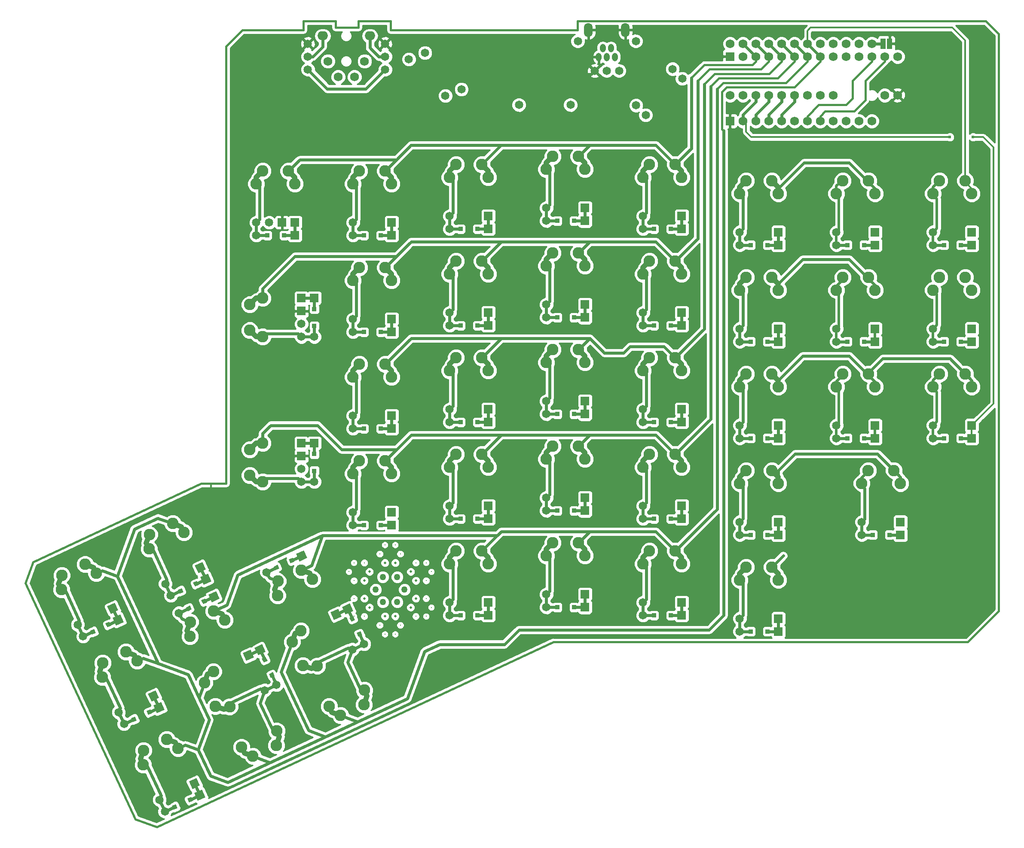
<source format=gbl>
G04 (created by PCBNEW (2013-07-07 BZR 4022)-stable) date 2016/07/10 20:03:31*
%MOIN*%
G04 Gerber Fmt 3.4, Leading zero omitted, Abs format*
%FSLAX34Y34*%
G01*
G70*
G90*
G04 APERTURE LIST*
%ADD10C,0.00590551*%
%ADD11C,0.015*%
%ADD12C,0.024*%
%ADD13C,0.05*%
%ADD14C,0.02*%
%ADD15C,0.012*%
%ADD16C,0.008*%
%ADD17C,0.069*%
%ADD18R,0.069X0.069*%
%ADD19C,0.065*%
%ADD20R,0.065X0.065*%
%ADD21O,0.045X0.065*%
%ADD22O,0.067X0.11*%
%ADD23C,0.09*%
%ADD24C,0.067*%
%ADD25R,0.04X0.08*%
%ADD26O,0.081X0.069*%
%ADD27R,0.033X0.033*%
%ADD28C,0.024*%
%ADD29C,0.02*%
%ADD30C,0.012*%
%ADD31C,0.04*%
%ADD32C,0.016*%
%ADD33C,0.0013*%
%ADD34C,0.01*%
G04 APERTURE END LIST*
G54D10*
G54D11*
X82200Y-60200D02*
X77400Y-60200D01*
X84600Y-57800D02*
X82200Y-60200D01*
X84600Y-45600D02*
X84600Y-57800D01*
X84600Y-31000D02*
X84600Y-45600D01*
X84600Y-13000D02*
X84600Y-31000D01*
X83600Y-12000D02*
X84600Y-13000D01*
X56400Y-12000D02*
X83600Y-12000D01*
X50060Y-60200D02*
X77320Y-60200D01*
X56460Y-12000D02*
X51930Y-12000D01*
X51930Y-12000D02*
X51930Y-12700D01*
X51930Y-12700D02*
X37420Y-12700D01*
X37420Y-12700D02*
X37420Y-12000D01*
X37420Y-12000D02*
X34925Y-12000D01*
X34925Y-12000D02*
X34925Y-12500D01*
X34925Y-12500D02*
X33155Y-12500D01*
X33155Y-12500D02*
X33155Y-12000D01*
X33155Y-12000D02*
X30660Y-12000D01*
X30660Y-12000D02*
X30660Y-12700D01*
X30660Y-12700D02*
X25910Y-12700D01*
X25910Y-12700D02*
X24650Y-13950D01*
X24650Y-13950D02*
X24650Y-47900D01*
X24650Y-47900D02*
X22720Y-47900D01*
X22720Y-47900D02*
X9692Y-53975D01*
X9692Y-53975D02*
X9087Y-55636D01*
X9087Y-55636D02*
X17624Y-73944D01*
X17624Y-73944D02*
X19285Y-74548D01*
X19285Y-74548D02*
X50060Y-60200D01*
G54D12*
X21000Y-57947D02*
X21766Y-57590D01*
X22953Y-57037D02*
X23719Y-56680D01*
X27797Y-54777D02*
X28563Y-54420D01*
X29750Y-53867D02*
X30516Y-53510D01*
X27000Y-28630D02*
X27845Y-28630D01*
X29155Y-28630D02*
X30000Y-28630D01*
X31500Y-36504D02*
X31500Y-35659D01*
X31500Y-34349D02*
X31500Y-33504D01*
X31500Y-47754D02*
X31500Y-46909D01*
X31500Y-45599D02*
X31500Y-44754D01*
X34500Y-36129D02*
X35345Y-36129D01*
X36655Y-36129D02*
X37500Y-36129D01*
X16738Y-66554D02*
X17504Y-66197D01*
X18691Y-65644D02*
X19457Y-65286D01*
X19908Y-73352D02*
X20674Y-72995D01*
X21861Y-72442D02*
X22627Y-72084D01*
X13569Y-59757D02*
X14335Y-59400D01*
X15522Y-58847D02*
X16288Y-58489D01*
X20366Y-56588D02*
X21132Y-56231D01*
X22319Y-55678D02*
X23085Y-55320D01*
X64500Y-29380D02*
X65345Y-29380D01*
X66655Y-29380D02*
X67500Y-29380D01*
X57000Y-28129D02*
X57845Y-28129D01*
X59155Y-28129D02*
X60000Y-28129D01*
X49500Y-27500D02*
X50345Y-27500D01*
X51655Y-27500D02*
X52500Y-27500D01*
X42000Y-28129D02*
X42845Y-28129D01*
X44155Y-28129D02*
X45000Y-28129D01*
X57000Y-58129D02*
X57845Y-58129D01*
X59155Y-58129D02*
X60000Y-58129D01*
X64500Y-36879D02*
X65345Y-36879D01*
X66655Y-36879D02*
X67500Y-36879D01*
X49500Y-35000D02*
X50345Y-35000D01*
X51655Y-35000D02*
X52500Y-35000D01*
X42000Y-35629D02*
X42845Y-35629D01*
X44155Y-35629D02*
X45000Y-35629D01*
X64500Y-44379D02*
X65345Y-44379D01*
X66655Y-44379D02*
X67500Y-44379D01*
X57000Y-43129D02*
X57845Y-43129D01*
X59155Y-43129D02*
X60000Y-43129D01*
X49500Y-42500D02*
X50345Y-42500D01*
X51655Y-42500D02*
X52500Y-42500D01*
X42000Y-43129D02*
X42845Y-43129D01*
X44155Y-43129D02*
X45000Y-43129D01*
X34500Y-43629D02*
X35345Y-43629D01*
X36655Y-43629D02*
X37500Y-43629D01*
X64500Y-51879D02*
X65345Y-51879D01*
X66655Y-51879D02*
X67500Y-51879D01*
X57000Y-50629D02*
X57845Y-50629D01*
X59155Y-50629D02*
X60000Y-50629D01*
X49500Y-50000D02*
X50345Y-50000D01*
X51655Y-50000D02*
X52500Y-50000D01*
X42000Y-50629D02*
X42845Y-50629D01*
X44155Y-50629D02*
X45000Y-50629D01*
X34500Y-51129D02*
X35345Y-51129D01*
X36655Y-51129D02*
X37500Y-51129D01*
X64500Y-59379D02*
X65345Y-59379D01*
X66655Y-59379D02*
X67500Y-59379D01*
X49500Y-57500D02*
X50345Y-57500D01*
X51655Y-57500D02*
X52500Y-57500D01*
X42000Y-58129D02*
X42845Y-58129D01*
X44155Y-58129D02*
X45000Y-58129D01*
X35361Y-60353D02*
X35004Y-59587D01*
X34451Y-58400D02*
X34093Y-57634D01*
X28564Y-63523D02*
X28207Y-62757D01*
X27654Y-61570D02*
X27296Y-60804D01*
X57000Y-35629D02*
X57845Y-35629D01*
X59155Y-35629D02*
X60000Y-35629D01*
X34500Y-28630D02*
X35345Y-28630D01*
X36655Y-28630D02*
X37500Y-28630D01*
X72000Y-29380D02*
X72845Y-29380D01*
X74155Y-29380D02*
X75000Y-29380D01*
X72000Y-36878D02*
X72845Y-36878D01*
X74155Y-36878D02*
X75000Y-36878D01*
X72000Y-44378D02*
X72845Y-44378D01*
X74155Y-44378D02*
X75000Y-44378D01*
X79500Y-29380D02*
X80345Y-29380D01*
X81655Y-29380D02*
X82500Y-29380D01*
X79500Y-36878D02*
X80345Y-36878D01*
X81655Y-36878D02*
X82500Y-36878D01*
X79500Y-44378D02*
X80345Y-44378D01*
X81655Y-44378D02*
X82500Y-44378D01*
X73968Y-51878D02*
X74813Y-51878D01*
X76123Y-51878D02*
X76968Y-51878D01*
G54D13*
X38495Y-56125D03*
X37935Y-55156D03*
X36816Y-55156D03*
X36255Y-56125D03*
X36815Y-57094D03*
X37934Y-57094D03*
G54D14*
X39375Y-55433D03*
X37775Y-54047D03*
X35776Y-54740D03*
X35375Y-56817D03*
X36975Y-58203D03*
X38974Y-57510D03*
X38975Y-54740D03*
X36976Y-54047D03*
X35375Y-55433D03*
X35775Y-57510D03*
X37774Y-58203D03*
X39374Y-56817D03*
G54D15*
X40175Y-55433D03*
X38175Y-53354D03*
X35376Y-54047D03*
X34575Y-56817D03*
X36575Y-58896D03*
X39374Y-58203D03*
X39375Y-54047D03*
X36576Y-53354D03*
X34575Y-55433D03*
X35375Y-58203D03*
X38174Y-58896D03*
X40174Y-56817D03*
G54D16*
X40575Y-54740D03*
X37775Y-52661D03*
X34576Y-54047D03*
X34175Y-57510D03*
X36975Y-59589D03*
X40174Y-58203D03*
X40175Y-54047D03*
X36976Y-52661D03*
X34175Y-54740D03*
X34575Y-58203D03*
X37774Y-59589D03*
X40575Y-57510D03*
G54D17*
X64750Y-14750D03*
X65750Y-14750D03*
X66750Y-14750D03*
X67750Y-14750D03*
X68750Y-14750D03*
X69750Y-14750D03*
X70750Y-14750D03*
X71750Y-14750D03*
X72750Y-14750D03*
X73750Y-14750D03*
X74750Y-14750D03*
X75750Y-14750D03*
X76750Y-14750D03*
G54D18*
X63750Y-14750D03*
G54D17*
X76750Y-17750D03*
X75750Y-17750D03*
X71750Y-17750D03*
X70750Y-17750D03*
X69750Y-17750D03*
X68750Y-17750D03*
X67750Y-17750D03*
X66750Y-17750D03*
X65750Y-17750D03*
X64750Y-17750D03*
X63750Y-17750D03*
G54D19*
X21000Y-57947D03*
G54D10*
G36*
X21686Y-57810D02*
X21547Y-57511D01*
X21846Y-57371D01*
X21985Y-57670D01*
X21686Y-57810D01*
X21686Y-57810D01*
G37*
G36*
X23562Y-57111D02*
X23287Y-56522D01*
X23876Y-56248D01*
X24151Y-56837D01*
X23562Y-57111D01*
X23562Y-57111D01*
G37*
G36*
X22873Y-57256D02*
X22734Y-56957D01*
X23033Y-56817D01*
X23172Y-57116D01*
X22873Y-57256D01*
X22873Y-57256D01*
G37*
G54D19*
X27797Y-54777D03*
G54D10*
G36*
X28483Y-54640D02*
X28344Y-54341D01*
X28643Y-54201D01*
X28782Y-54500D01*
X28483Y-54640D01*
X28483Y-54640D01*
G37*
G36*
X30359Y-53941D02*
X30084Y-53352D01*
X30673Y-53078D01*
X30948Y-53667D01*
X30359Y-53941D01*
X30359Y-53941D01*
G37*
G36*
X29670Y-54086D02*
X29531Y-53787D01*
X29830Y-53647D01*
X29969Y-53946D01*
X29670Y-54086D01*
X29670Y-54086D01*
G37*
G54D19*
X30500Y-46754D03*
G54D20*
X30500Y-45754D03*
G54D19*
X30500Y-35504D03*
G54D20*
X30500Y-34504D03*
G54D19*
X28000Y-27630D03*
G54D20*
X29000Y-27630D03*
G54D21*
X54820Y-14785D03*
X54505Y-14097D03*
X54190Y-14785D03*
X53875Y-14097D03*
X53560Y-14785D03*
G54D22*
X52754Y-12689D03*
X55626Y-12689D03*
G54D19*
X55140Y-15850D03*
X56440Y-13550D03*
X54190Y-15850D03*
X51940Y-13550D03*
X53240Y-15850D03*
G54D23*
X30486Y-54627D03*
X28642Y-56590D03*
G54D24*
X28612Y-57708D03*
X32237Y-56017D03*
G54D23*
X31361Y-55322D03*
X28673Y-55473D03*
X23689Y-57797D03*
X21845Y-59760D03*
G54D24*
X21815Y-60878D03*
X25440Y-59187D03*
G54D23*
X24564Y-58492D03*
X21876Y-58643D03*
X33533Y-65896D03*
X35377Y-63933D03*
G54D24*
X35407Y-62815D03*
X31782Y-64506D03*
G54D23*
X32658Y-65201D03*
X35346Y-65050D03*
X26735Y-69065D03*
X28579Y-67102D03*
G54D24*
X28609Y-65984D03*
X24984Y-67675D03*
G54D23*
X25860Y-68370D03*
X28548Y-68219D03*
G54D19*
X60039Y-16460D03*
X57210Y-19289D03*
X59289Y-15710D03*
X56460Y-18539D03*
X51375Y-18500D03*
X47375Y-18500D03*
X40085Y-14460D03*
X42914Y-17289D03*
X38835Y-14960D03*
X41664Y-17789D03*
X31000Y-15750D03*
X31000Y-14750D03*
X31000Y-13750D03*
X37000Y-15750D03*
X37000Y-14750D03*
X37000Y-13750D03*
G54D18*
X63750Y-19750D03*
G54D17*
X64750Y-19750D03*
X65750Y-19750D03*
X66750Y-19750D03*
X67750Y-19750D03*
X68750Y-19750D03*
X69750Y-19750D03*
X70750Y-19750D03*
X71750Y-19750D03*
X72750Y-19750D03*
X73750Y-19750D03*
X74750Y-19750D03*
X74750Y-13750D03*
X73750Y-13750D03*
X72750Y-13750D03*
X71750Y-13750D03*
X70750Y-13750D03*
X69750Y-13750D03*
X68750Y-13750D03*
X65750Y-13750D03*
X64750Y-13750D03*
X63750Y-13750D03*
X67750Y-13750D03*
X66750Y-13750D03*
G54D25*
X75625Y-13750D03*
X76125Y-13750D03*
G54D26*
X35810Y-13140D03*
G54D17*
X32560Y-15110D03*
X34610Y-16330D03*
G54D26*
X32150Y-13140D03*
G54D17*
X33350Y-16330D03*
X35400Y-15110D03*
G54D23*
X29500Y-23630D03*
X27000Y-24630D03*
G54D24*
X26500Y-25630D03*
X30500Y-25630D03*
G54D23*
X30000Y-24630D03*
X27500Y-23630D03*
G54D19*
X27000Y-27630D03*
G54D20*
X30000Y-27630D03*
G54D19*
X27000Y-28630D03*
G54D20*
X30000Y-28630D03*
G54D27*
X27845Y-28630D03*
X29155Y-28630D03*
G54D23*
X26500Y-34004D03*
X27500Y-36504D03*
G54D24*
X28500Y-37004D03*
X28500Y-33004D03*
G54D23*
X27500Y-33504D03*
X26500Y-36004D03*
G54D19*
X30500Y-36504D03*
G54D20*
X30500Y-33504D03*
G54D19*
X31500Y-36504D03*
G54D20*
X31500Y-33504D03*
G54D27*
X31500Y-35659D03*
X31500Y-34349D03*
G54D23*
X26500Y-45254D03*
X27500Y-47754D03*
G54D24*
X28500Y-48254D03*
X28500Y-44254D03*
G54D23*
X27500Y-44754D03*
X26500Y-47254D03*
G54D19*
X30500Y-47754D03*
G54D20*
X30500Y-44754D03*
G54D19*
X31500Y-47754D03*
G54D20*
X31500Y-44754D03*
G54D27*
X31500Y-46909D03*
X31500Y-45599D03*
G54D23*
X37000Y-31129D03*
X34500Y-32129D03*
G54D24*
X34000Y-33129D03*
X38000Y-33129D03*
G54D23*
X37500Y-32129D03*
X35000Y-31129D03*
G54D19*
X34500Y-35129D03*
G54D20*
X37500Y-35129D03*
G54D19*
X34500Y-36129D03*
G54D20*
X37500Y-36129D03*
G54D27*
X35345Y-36129D03*
X36655Y-36129D03*
G54D23*
X16891Y-60966D03*
X15047Y-62929D03*
G54D24*
X15017Y-64047D03*
X18642Y-62356D03*
G54D23*
X17766Y-61661D03*
X15078Y-61812D03*
G54D19*
X16315Y-65648D03*
G54D10*
G36*
X18877Y-64812D02*
X18602Y-64223D01*
X19191Y-63948D01*
X19466Y-64537D01*
X18877Y-64812D01*
X18877Y-64812D01*
G37*
G54D19*
X16738Y-66554D03*
G54D10*
G36*
X19300Y-65718D02*
X19025Y-65129D01*
X19614Y-64855D01*
X19889Y-65444D01*
X19300Y-65718D01*
X19300Y-65718D01*
G37*
G36*
X17424Y-66417D02*
X17284Y-66117D01*
X17584Y-65978D01*
X17723Y-66277D01*
X17424Y-66417D01*
X17424Y-66417D01*
G37*
G36*
X18611Y-65863D02*
X18472Y-65564D01*
X18771Y-65424D01*
X18910Y-65723D01*
X18611Y-65863D01*
X18611Y-65863D01*
G37*
G54D23*
X20061Y-67764D03*
X18217Y-69727D03*
G54D24*
X18187Y-70845D03*
X21812Y-69154D03*
G54D23*
X20936Y-68459D03*
X18248Y-68610D03*
G54D19*
X19485Y-72446D03*
G54D10*
G36*
X22047Y-71610D02*
X21772Y-71021D01*
X22361Y-70746D01*
X22636Y-71335D01*
X22047Y-71610D01*
X22047Y-71610D01*
G37*
G54D19*
X19908Y-73352D03*
G54D10*
G36*
X22470Y-72516D02*
X22195Y-71927D01*
X22784Y-71653D01*
X23059Y-72242D01*
X22470Y-72516D01*
X22470Y-72516D01*
G37*
G36*
X20594Y-73215D02*
X20454Y-72915D01*
X20754Y-72776D01*
X20893Y-73075D01*
X20594Y-73215D01*
X20594Y-73215D01*
G37*
G36*
X21781Y-72661D02*
X21642Y-72362D01*
X21941Y-72222D01*
X22080Y-72521D01*
X21781Y-72661D01*
X21781Y-72661D01*
G37*
G54D23*
X13722Y-54169D03*
X11878Y-56132D03*
G54D24*
X11848Y-57250D03*
X15473Y-55559D03*
G54D23*
X14597Y-54864D03*
X11909Y-55015D03*
G54D19*
X13146Y-58851D03*
G54D10*
G36*
X15708Y-58015D02*
X15433Y-57426D01*
X16022Y-57151D01*
X16297Y-57740D01*
X15708Y-58015D01*
X15708Y-58015D01*
G37*
G54D19*
X13569Y-59757D03*
G54D10*
G36*
X16131Y-58921D02*
X15856Y-58332D01*
X16445Y-58058D01*
X16720Y-58647D01*
X16131Y-58921D01*
X16131Y-58921D01*
G37*
G36*
X14255Y-59620D02*
X14115Y-59320D01*
X14415Y-59181D01*
X14554Y-59480D01*
X14255Y-59620D01*
X14255Y-59620D01*
G37*
G36*
X15442Y-59066D02*
X15303Y-58767D01*
X15602Y-58627D01*
X15741Y-58926D01*
X15442Y-59066D01*
X15442Y-59066D01*
G37*
G54D23*
X20519Y-51000D03*
X18675Y-52963D03*
G54D24*
X18645Y-54081D03*
X22270Y-52390D03*
G54D23*
X21394Y-51695D03*
X18706Y-51846D03*
G54D19*
X19943Y-55682D03*
G54D10*
G36*
X22505Y-54846D02*
X22230Y-54257D01*
X22819Y-53982D01*
X23094Y-54571D01*
X22505Y-54846D01*
X22505Y-54846D01*
G37*
G54D19*
X20366Y-56588D03*
G54D10*
G36*
X22928Y-55752D02*
X22653Y-55163D01*
X23242Y-54889D01*
X23517Y-55478D01*
X22928Y-55752D01*
X22928Y-55752D01*
G37*
G36*
X21052Y-56451D02*
X20912Y-56151D01*
X21212Y-56012D01*
X21351Y-56311D01*
X21052Y-56451D01*
X21052Y-56451D01*
G37*
G36*
X22239Y-55897D02*
X22100Y-55598D01*
X22399Y-55458D01*
X22538Y-55757D01*
X22239Y-55897D01*
X22239Y-55897D01*
G37*
G54D23*
X67000Y-24380D03*
X64500Y-25380D03*
G54D24*
X64000Y-26380D03*
X68000Y-26380D03*
G54D23*
X67500Y-25380D03*
X65000Y-24380D03*
G54D19*
X64500Y-28380D03*
G54D20*
X67500Y-28380D03*
G54D19*
X64500Y-29380D03*
G54D20*
X67500Y-29380D03*
G54D27*
X65345Y-29380D03*
X66655Y-29380D03*
G54D23*
X59500Y-23129D03*
X57000Y-24129D03*
G54D24*
X56500Y-25129D03*
X60500Y-25129D03*
G54D23*
X60000Y-24129D03*
X57500Y-23129D03*
G54D19*
X57000Y-27129D03*
G54D20*
X60000Y-27129D03*
G54D19*
X57000Y-28129D03*
G54D20*
X60000Y-28129D03*
G54D27*
X57845Y-28129D03*
X59155Y-28129D03*
G54D23*
X52000Y-22500D03*
X49500Y-23500D03*
G54D24*
X49000Y-24500D03*
X53000Y-24500D03*
G54D23*
X52500Y-23500D03*
X50000Y-22500D03*
G54D19*
X49500Y-26500D03*
G54D20*
X52500Y-26500D03*
G54D19*
X49500Y-27500D03*
G54D20*
X52500Y-27500D03*
G54D27*
X50345Y-27500D03*
X51655Y-27500D03*
G54D23*
X44500Y-23129D03*
X42000Y-24129D03*
G54D24*
X41500Y-25129D03*
X45500Y-25129D03*
G54D23*
X45000Y-24129D03*
X42500Y-23129D03*
G54D19*
X42000Y-27129D03*
G54D20*
X45000Y-27129D03*
G54D19*
X42000Y-28129D03*
G54D20*
X45000Y-28129D03*
G54D27*
X42845Y-28129D03*
X44155Y-28129D03*
G54D23*
X59500Y-53129D03*
X57000Y-54129D03*
G54D24*
X56500Y-55129D03*
X60500Y-55129D03*
G54D23*
X60000Y-54129D03*
X57500Y-53129D03*
G54D19*
X57000Y-57129D03*
G54D20*
X60000Y-57129D03*
G54D19*
X57000Y-58129D03*
G54D20*
X60000Y-58129D03*
G54D27*
X57845Y-58129D03*
X59155Y-58129D03*
G54D23*
X67000Y-31879D03*
X64500Y-32879D03*
G54D24*
X64000Y-33879D03*
X68000Y-33879D03*
G54D23*
X67500Y-32879D03*
X65000Y-31879D03*
G54D19*
X64500Y-35879D03*
G54D20*
X67500Y-35879D03*
G54D19*
X64500Y-36879D03*
G54D20*
X67500Y-36879D03*
G54D27*
X65345Y-36879D03*
X66655Y-36879D03*
G54D23*
X52000Y-30000D03*
X49500Y-31000D03*
G54D24*
X49000Y-32000D03*
X53000Y-32000D03*
G54D23*
X52500Y-31000D03*
X50000Y-30000D03*
G54D19*
X49500Y-34000D03*
G54D20*
X52500Y-34000D03*
G54D19*
X49500Y-35000D03*
G54D20*
X52500Y-35000D03*
G54D27*
X50345Y-35000D03*
X51655Y-35000D03*
G54D23*
X44500Y-30629D03*
X42000Y-31629D03*
G54D24*
X41500Y-32629D03*
X45500Y-32629D03*
G54D23*
X45000Y-31629D03*
X42500Y-30629D03*
G54D19*
X42000Y-34629D03*
G54D20*
X45000Y-34629D03*
G54D19*
X42000Y-35629D03*
G54D20*
X45000Y-35629D03*
G54D27*
X42845Y-35629D03*
X44155Y-35629D03*
G54D23*
X67000Y-39379D03*
X64500Y-40379D03*
G54D24*
X64000Y-41379D03*
X68000Y-41379D03*
G54D23*
X67500Y-40379D03*
X65000Y-39379D03*
G54D19*
X64500Y-43379D03*
G54D20*
X67500Y-43379D03*
G54D19*
X64500Y-44379D03*
G54D20*
X67500Y-44379D03*
G54D27*
X65345Y-44379D03*
X66655Y-44379D03*
G54D23*
X59500Y-38129D03*
X57000Y-39129D03*
G54D24*
X56500Y-40129D03*
X60500Y-40129D03*
G54D23*
X60000Y-39129D03*
X57500Y-38129D03*
G54D19*
X57000Y-42129D03*
G54D20*
X60000Y-42129D03*
G54D19*
X57000Y-43129D03*
G54D20*
X60000Y-43129D03*
G54D27*
X57845Y-43129D03*
X59155Y-43129D03*
G54D23*
X52000Y-37500D03*
X49500Y-38500D03*
G54D24*
X49000Y-39500D03*
X53000Y-39500D03*
G54D23*
X52500Y-38500D03*
X50000Y-37500D03*
G54D19*
X49500Y-41500D03*
G54D20*
X52500Y-41500D03*
G54D19*
X49500Y-42500D03*
G54D20*
X52500Y-42500D03*
G54D27*
X50345Y-42500D03*
X51655Y-42500D03*
G54D23*
X44500Y-38129D03*
X42000Y-39129D03*
G54D24*
X41500Y-40129D03*
X45500Y-40129D03*
G54D23*
X45000Y-39129D03*
X42500Y-38129D03*
G54D19*
X42000Y-42129D03*
G54D20*
X45000Y-42129D03*
G54D19*
X42000Y-43129D03*
G54D20*
X45000Y-43129D03*
G54D27*
X42845Y-43129D03*
X44155Y-43129D03*
G54D23*
X37000Y-38629D03*
X34500Y-39629D03*
G54D24*
X34000Y-40629D03*
X38000Y-40629D03*
G54D23*
X37500Y-39629D03*
X35000Y-38629D03*
G54D19*
X34500Y-42629D03*
G54D20*
X37500Y-42629D03*
G54D19*
X34500Y-43629D03*
G54D20*
X37500Y-43629D03*
G54D27*
X35345Y-43629D03*
X36655Y-43629D03*
G54D23*
X67000Y-46879D03*
X64500Y-47879D03*
G54D24*
X64000Y-48879D03*
X68000Y-48879D03*
G54D23*
X67500Y-47879D03*
X65000Y-46879D03*
G54D19*
X64500Y-50879D03*
G54D20*
X67500Y-50879D03*
G54D19*
X64500Y-51879D03*
G54D20*
X67500Y-51879D03*
G54D27*
X65345Y-51879D03*
X66655Y-51879D03*
G54D23*
X59500Y-45629D03*
X57000Y-46629D03*
G54D24*
X56500Y-47629D03*
X60500Y-47629D03*
G54D23*
X60000Y-46629D03*
X57500Y-45629D03*
G54D19*
X57000Y-49629D03*
G54D20*
X60000Y-49629D03*
G54D19*
X57000Y-50629D03*
G54D20*
X60000Y-50629D03*
G54D27*
X57845Y-50629D03*
X59155Y-50629D03*
G54D23*
X52000Y-45000D03*
X49500Y-46000D03*
G54D24*
X49000Y-47000D03*
X53000Y-47000D03*
G54D23*
X52500Y-46000D03*
X50000Y-45000D03*
G54D19*
X49500Y-49000D03*
G54D20*
X52500Y-49000D03*
G54D19*
X49500Y-50000D03*
G54D20*
X52500Y-50000D03*
G54D27*
X50345Y-50000D03*
X51655Y-50000D03*
G54D23*
X44500Y-45629D03*
X42000Y-46629D03*
G54D24*
X41500Y-47629D03*
X45500Y-47629D03*
G54D23*
X45000Y-46629D03*
X42500Y-45629D03*
G54D19*
X42000Y-49629D03*
G54D20*
X45000Y-49629D03*
G54D19*
X42000Y-50629D03*
G54D20*
X45000Y-50629D03*
G54D27*
X42845Y-50629D03*
X44155Y-50629D03*
G54D23*
X37000Y-46129D03*
X34500Y-47129D03*
G54D24*
X34000Y-48129D03*
X38000Y-48129D03*
G54D23*
X37500Y-47129D03*
X35000Y-46129D03*
G54D19*
X34500Y-50129D03*
G54D20*
X37500Y-50129D03*
G54D19*
X34500Y-51129D03*
G54D20*
X37500Y-51129D03*
G54D27*
X35345Y-51129D03*
X36655Y-51129D03*
G54D23*
X67000Y-54379D03*
X64500Y-55379D03*
G54D24*
X64000Y-56379D03*
X68000Y-56379D03*
G54D23*
X67500Y-55379D03*
X65000Y-54379D03*
G54D19*
X64500Y-58379D03*
G54D20*
X67500Y-58379D03*
G54D19*
X64500Y-59379D03*
G54D20*
X67500Y-59379D03*
G54D27*
X65345Y-59379D03*
X66655Y-59379D03*
G54D23*
X52000Y-52500D03*
X49500Y-53500D03*
G54D24*
X49000Y-54500D03*
X53000Y-54500D03*
G54D23*
X52500Y-53500D03*
X50000Y-52500D03*
G54D19*
X49500Y-56500D03*
G54D20*
X52500Y-56500D03*
G54D19*
X49500Y-57500D03*
G54D20*
X52500Y-57500D03*
G54D27*
X50345Y-57500D03*
X51655Y-57500D03*
G54D23*
X44500Y-53129D03*
X42000Y-54129D03*
G54D24*
X41500Y-55129D03*
X45500Y-55129D03*
G54D23*
X45000Y-54129D03*
X42500Y-53129D03*
G54D19*
X42000Y-57129D03*
G54D20*
X45000Y-57129D03*
G54D19*
X42000Y-58129D03*
G54D20*
X45000Y-58129D03*
G54D27*
X42845Y-58129D03*
X44155Y-58129D03*
G54D23*
X29773Y-60200D03*
X31736Y-62044D03*
G54D24*
X32854Y-62074D03*
X31163Y-58449D03*
G54D23*
X30468Y-59325D03*
X30619Y-62013D03*
G54D19*
X34455Y-60776D03*
G54D10*
G36*
X33619Y-58214D02*
X33030Y-58489D01*
X32755Y-57900D01*
X33344Y-57625D01*
X33619Y-58214D01*
X33619Y-58214D01*
G37*
G54D19*
X35361Y-60353D03*
G54D10*
G36*
X34525Y-57791D02*
X33936Y-58066D01*
X33662Y-57477D01*
X34251Y-57202D01*
X34525Y-57791D01*
X34525Y-57791D01*
G37*
G36*
X35224Y-59667D02*
X34924Y-59807D01*
X34785Y-59507D01*
X35084Y-59368D01*
X35224Y-59667D01*
X35224Y-59667D01*
G37*
G36*
X34670Y-58480D02*
X34371Y-58619D01*
X34231Y-58320D01*
X34530Y-58181D01*
X34670Y-58480D01*
X34670Y-58480D01*
G37*
G54D23*
X22976Y-63370D03*
X24939Y-65214D03*
G54D24*
X26057Y-65244D03*
X24366Y-61619D03*
G54D23*
X23671Y-62495D03*
X23822Y-65183D03*
G54D19*
X27658Y-63946D03*
G54D10*
G36*
X26822Y-61384D02*
X26233Y-61659D01*
X25958Y-61070D01*
X26547Y-60795D01*
X26822Y-61384D01*
X26822Y-61384D01*
G37*
G54D19*
X28564Y-63523D03*
G54D10*
G36*
X27728Y-60961D02*
X27139Y-61236D01*
X26865Y-60647D01*
X27454Y-60372D01*
X27728Y-60961D01*
X27728Y-60961D01*
G37*
G36*
X28427Y-62837D02*
X28127Y-62977D01*
X27988Y-62677D01*
X28287Y-62538D01*
X28427Y-62837D01*
X28427Y-62837D01*
G37*
G36*
X27873Y-61650D02*
X27574Y-61789D01*
X27434Y-61490D01*
X27733Y-61351D01*
X27873Y-61650D01*
X27873Y-61650D01*
G37*
G54D23*
X59500Y-30629D03*
X57000Y-31629D03*
G54D24*
X56500Y-32629D03*
X60500Y-32629D03*
G54D23*
X60000Y-31629D03*
X57500Y-30629D03*
G54D19*
X57000Y-34629D03*
G54D20*
X60000Y-34629D03*
G54D19*
X57000Y-35629D03*
G54D20*
X60000Y-35629D03*
G54D27*
X57845Y-35629D03*
X59155Y-35629D03*
G54D23*
X37000Y-23630D03*
X34500Y-24630D03*
G54D24*
X34000Y-25630D03*
X38000Y-25630D03*
G54D23*
X37500Y-24630D03*
X35000Y-23630D03*
G54D19*
X34500Y-27630D03*
G54D20*
X37500Y-27630D03*
G54D19*
X34500Y-28630D03*
G54D20*
X37500Y-28630D03*
G54D27*
X35345Y-28630D03*
X36655Y-28630D03*
G54D23*
X74500Y-24380D03*
X72000Y-25380D03*
G54D24*
X71500Y-26380D03*
X75500Y-26380D03*
G54D23*
X75000Y-25380D03*
X72500Y-24380D03*
G54D19*
X72000Y-28380D03*
G54D20*
X75000Y-28380D03*
G54D19*
X72000Y-29380D03*
G54D20*
X75000Y-29380D03*
G54D27*
X72845Y-29380D03*
X74155Y-29380D03*
G54D23*
X74500Y-31878D03*
X72000Y-32878D03*
G54D24*
X71500Y-33878D03*
X75500Y-33878D03*
G54D23*
X75000Y-32878D03*
X72500Y-31878D03*
G54D19*
X72000Y-35878D03*
G54D20*
X75000Y-35878D03*
G54D19*
X72000Y-36878D03*
G54D20*
X75000Y-36878D03*
G54D27*
X72845Y-36878D03*
X74155Y-36878D03*
G54D23*
X74500Y-39378D03*
X72000Y-40378D03*
G54D24*
X71500Y-41378D03*
X75500Y-41378D03*
G54D23*
X75000Y-40378D03*
X72500Y-39378D03*
G54D19*
X72000Y-43378D03*
G54D20*
X75000Y-43378D03*
G54D19*
X72000Y-44378D03*
G54D20*
X75000Y-44378D03*
G54D27*
X72845Y-44378D03*
X74155Y-44378D03*
G54D23*
X82000Y-24380D03*
X79500Y-25380D03*
G54D24*
X79000Y-26380D03*
X83000Y-26380D03*
G54D23*
X82500Y-25380D03*
X80000Y-24380D03*
G54D19*
X79500Y-28380D03*
G54D20*
X82500Y-28380D03*
G54D19*
X79500Y-29380D03*
G54D20*
X82500Y-29380D03*
G54D27*
X80345Y-29380D03*
X81655Y-29380D03*
G54D23*
X82000Y-31878D03*
X79500Y-32878D03*
G54D24*
X79000Y-33878D03*
X83000Y-33878D03*
G54D23*
X82500Y-32878D03*
X80000Y-31878D03*
G54D19*
X79500Y-35878D03*
G54D20*
X82500Y-35878D03*
G54D19*
X79500Y-36878D03*
G54D20*
X82500Y-36878D03*
G54D27*
X80345Y-36878D03*
X81655Y-36878D03*
G54D23*
X82000Y-39378D03*
X79500Y-40378D03*
G54D24*
X79000Y-41378D03*
X83000Y-41378D03*
G54D23*
X82500Y-40378D03*
X80000Y-39378D03*
G54D19*
X79500Y-43378D03*
G54D20*
X82500Y-43378D03*
G54D19*
X79500Y-44378D03*
G54D20*
X82500Y-44378D03*
G54D27*
X80345Y-44378D03*
X81655Y-44378D03*
G54D23*
X76468Y-46878D03*
X73968Y-47878D03*
G54D24*
X73468Y-48878D03*
X77468Y-48878D03*
G54D23*
X76968Y-47878D03*
X74468Y-46878D03*
G54D19*
X73968Y-50878D03*
G54D20*
X76968Y-50878D03*
G54D19*
X73968Y-51878D03*
G54D20*
X76968Y-51878D03*
G54D27*
X74813Y-51878D03*
X76123Y-51878D03*
G54D28*
X80800Y-21000D03*
X82600Y-21000D03*
X83200Y-19000D03*
X83300Y-14700D03*
X81100Y-14600D03*
G54D19*
X60500Y-14750D03*
X45875Y-20625D03*
X33500Y-21875D03*
X66000Y-58375D03*
X63250Y-59375D03*
G54D29*
X75000Y-35878D02*
X75000Y-36878D01*
X75000Y-43378D02*
X75000Y-44378D01*
G54D12*
X67500Y-43379D02*
X67500Y-44379D01*
X67500Y-28380D02*
X67500Y-29380D01*
X67500Y-58379D02*
X67500Y-59379D01*
X67500Y-35879D02*
X67500Y-36879D01*
X67500Y-50879D02*
X67500Y-51879D01*
X22627Y-72085D02*
X22205Y-71179D01*
X52500Y-41500D02*
X52500Y-42500D01*
X52500Y-26500D02*
X52500Y-27500D01*
X52500Y-56500D02*
X52500Y-57500D01*
X52500Y-34000D02*
X52500Y-35000D01*
X67750Y-19250D02*
X67750Y-19750D01*
X52500Y-49000D02*
X52500Y-50000D01*
X68750Y-18250D02*
X67750Y-19250D01*
X68750Y-17750D02*
X68750Y-18250D01*
X33188Y-58057D02*
X34095Y-57635D01*
X60000Y-34629D02*
X60000Y-35629D01*
X60000Y-27129D02*
X60000Y-28129D01*
X60000Y-57129D02*
X60000Y-58129D01*
X60000Y-49629D02*
X60000Y-50629D01*
X60000Y-42129D02*
X60000Y-43129D01*
X26391Y-61227D02*
X27297Y-60804D01*
X45000Y-34629D02*
X45000Y-35629D01*
X45000Y-49629D02*
X45000Y-50629D01*
X45000Y-42129D02*
X45000Y-43129D01*
X67750Y-18250D02*
X66750Y-19250D01*
X19458Y-65288D02*
X19035Y-64381D01*
X45000Y-57129D02*
X45000Y-58129D01*
X66750Y-19250D02*
X66750Y-19750D01*
X67750Y-17750D02*
X67750Y-18250D01*
X45000Y-27129D02*
X45000Y-28129D01*
X66750Y-17750D02*
X66750Y-18250D01*
X22663Y-54414D02*
X23085Y-55321D01*
X37500Y-35129D02*
X37500Y-36129D01*
X37500Y-42629D02*
X37500Y-43629D01*
X65750Y-19250D02*
X65750Y-19750D01*
X66750Y-18250D02*
X65750Y-19250D01*
X37500Y-27630D02*
X37500Y-28630D01*
G54D30*
X83400Y-21000D02*
X82600Y-21000D01*
X84200Y-21800D02*
X83400Y-21000D01*
X84200Y-41700D02*
X84200Y-21800D01*
X84100Y-41800D02*
X84200Y-41700D01*
X83078Y-42800D02*
X84100Y-41800D01*
X82500Y-43378D02*
X83078Y-42800D01*
X65000Y-20000D02*
X64750Y-19750D01*
X65000Y-20600D02*
X65000Y-20000D01*
X65400Y-21000D02*
X65000Y-20600D01*
X80800Y-21000D02*
X65400Y-21000D01*
X82500Y-44378D02*
X82500Y-43378D01*
G54D12*
X15865Y-57584D02*
X16288Y-58490D01*
X30000Y-27630D02*
X30000Y-28630D01*
X64750Y-19250D02*
X64750Y-19750D01*
X30500Y-33504D02*
X31500Y-33504D01*
X65750Y-18250D02*
X64750Y-19250D01*
X65750Y-17750D02*
X65750Y-18250D01*
X30500Y-44754D02*
X31500Y-44754D01*
G54D30*
X69750Y-13750D02*
X69750Y-12750D01*
X82500Y-25000D02*
X82500Y-25380D01*
X82000Y-24500D02*
X82500Y-25000D01*
X82000Y-13500D02*
X82000Y-24500D01*
X81000Y-12500D02*
X82000Y-13500D01*
X70000Y-12500D02*
X81000Y-12500D01*
X69750Y-12750D02*
X70000Y-12500D01*
G54D12*
X69750Y-13750D02*
X70750Y-14750D01*
X28928Y-62527D02*
X31041Y-67058D01*
X20937Y-68460D02*
X21503Y-68196D01*
X31041Y-67058D02*
X32370Y-67542D01*
X38714Y-64584D02*
X40044Y-60929D01*
X34862Y-66380D02*
X38714Y-64584D01*
G54D31*
X13722Y-54170D02*
X14386Y-54412D01*
G54D12*
X40044Y-60929D02*
X41232Y-60375D01*
G54D31*
X16891Y-60967D02*
X17556Y-61209D01*
G54D12*
X21709Y-62721D02*
X19383Y-61874D01*
X19356Y-50577D02*
X17544Y-51423D01*
G54D31*
X20726Y-68007D02*
X20937Y-68460D01*
G54D12*
X29775Y-60201D02*
X28928Y-62527D01*
G54D31*
X30016Y-59537D02*
X30470Y-59325D01*
X29775Y-60201D02*
X30016Y-59537D01*
X23219Y-62706D02*
X23672Y-62495D01*
G54D12*
X32370Y-67542D02*
X34862Y-66380D01*
X28065Y-69549D02*
X32370Y-67542D01*
G54D31*
X20061Y-67765D02*
X20726Y-68007D01*
G54D12*
X26736Y-69066D02*
X28065Y-69549D01*
X15051Y-54654D02*
X16214Y-55077D01*
X14598Y-54865D02*
X15051Y-54654D01*
X18220Y-61451D02*
X19383Y-61874D01*
X17767Y-61662D02*
X18220Y-61451D01*
X23451Y-70598D02*
X22500Y-68558D01*
X24780Y-71081D02*
X23451Y-70598D01*
X28065Y-69549D02*
X24780Y-71081D01*
X21503Y-68196D02*
X22500Y-68558D01*
X20519Y-51001D02*
X19356Y-50577D01*
G54D32*
X63500Y-17125D02*
X63125Y-17500D01*
G54D12*
X16214Y-55077D02*
X19383Y-61874D01*
G54D31*
X22977Y-63371D02*
X23219Y-62706D01*
G54D12*
X23346Y-66233D02*
X22554Y-64533D01*
X62125Y-59250D02*
X47375Y-59250D01*
X22554Y-64533D02*
X21709Y-62721D01*
X63250Y-20500D02*
X63250Y-58125D01*
G54D32*
X63125Y-17500D02*
X63125Y-20375D01*
X63125Y-20375D02*
X63250Y-20500D01*
X68750Y-17125D02*
X63500Y-17125D01*
G54D12*
X41232Y-60375D02*
X46250Y-60375D01*
X63250Y-58125D02*
X62125Y-59250D01*
G54D32*
X70750Y-15125D02*
X70750Y-14750D01*
G54D12*
X47375Y-59250D02*
X46250Y-60375D01*
G54D32*
X70750Y-15125D02*
X68750Y-17125D01*
G54D31*
X17556Y-61209D02*
X17767Y-61662D01*
G54D12*
X22977Y-63371D02*
X22554Y-64533D01*
X33534Y-65896D02*
X34862Y-66380D01*
G54D31*
X26736Y-69066D02*
X26072Y-68824D01*
X21184Y-51242D02*
X21395Y-51696D01*
X20519Y-51001D02*
X21184Y-51242D01*
G54D12*
X22500Y-68558D02*
X23346Y-66233D01*
G54D31*
X33534Y-65896D02*
X32869Y-65654D01*
X26072Y-68824D02*
X25860Y-68371D01*
X32869Y-65654D02*
X32658Y-65201D01*
G54D12*
X17544Y-51423D02*
X16214Y-55077D01*
G54D31*
X14386Y-54412D02*
X14598Y-54865D01*
X45000Y-53629D02*
X45000Y-54129D01*
X60000Y-53629D02*
X60000Y-54129D01*
G54D32*
X68100Y-16775D02*
X63225Y-16775D01*
G54D12*
X62750Y-49879D02*
X62750Y-17250D01*
X45627Y-52002D02*
X44500Y-53129D01*
X45696Y-51933D02*
X45627Y-52002D01*
G54D31*
X52000Y-52500D02*
X52500Y-53000D01*
G54D12*
X32126Y-51933D02*
X45696Y-51933D01*
G54D31*
X30486Y-54628D02*
X31151Y-54870D01*
G54D12*
X23689Y-57798D02*
X24708Y-57322D01*
X67000Y-54379D02*
X67000Y-54375D01*
G54D31*
X23689Y-57798D02*
X24353Y-58040D01*
X31151Y-54870D02*
X31362Y-55323D01*
G54D12*
X67000Y-54375D02*
X67875Y-53500D01*
X52875Y-51625D02*
X57996Y-51625D01*
X30486Y-54628D02*
X31279Y-54258D01*
X68750Y-13750D02*
X69750Y-14750D01*
X57996Y-51625D02*
X59500Y-53129D01*
X25555Y-54997D02*
X32126Y-51933D01*
G54D32*
X63225Y-16775D02*
X62750Y-17250D01*
G54D31*
X24353Y-58040D02*
X24565Y-58493D01*
G54D12*
X52875Y-51625D02*
X46004Y-51625D01*
X46004Y-51625D02*
X45696Y-51933D01*
X31279Y-54258D02*
X32126Y-51933D01*
G54D31*
X52500Y-53000D02*
X52500Y-53500D01*
G54D12*
X59500Y-53129D02*
X62750Y-49879D01*
G54D31*
X67000Y-54379D02*
X67500Y-54879D01*
X59500Y-53129D02*
X60000Y-53629D01*
X44500Y-53129D02*
X45000Y-53629D01*
G54D32*
X69750Y-14750D02*
X69750Y-15125D01*
G54D12*
X52000Y-52500D02*
X52875Y-51625D01*
G54D32*
X69750Y-15125D02*
X68100Y-16775D01*
G54D31*
X67500Y-54879D02*
X67500Y-55379D01*
G54D12*
X24708Y-57322D02*
X25555Y-54997D01*
X67500Y-47879D02*
X67500Y-46900D01*
X76968Y-47378D02*
X76968Y-47878D01*
X75189Y-45600D02*
X76968Y-47378D01*
X68800Y-45600D02*
X75189Y-45600D01*
X67500Y-46900D02*
X68800Y-45600D01*
X67500Y-47879D02*
X67500Y-47379D01*
X33625Y-45250D02*
X37879Y-45250D01*
G54D31*
X60000Y-46129D02*
X60000Y-46629D01*
G54D12*
X46004Y-44125D02*
X52875Y-44125D01*
G54D31*
X67000Y-46879D02*
X67500Y-47379D01*
X44500Y-45629D02*
X45000Y-46129D01*
G54D12*
X67750Y-13750D02*
X68750Y-14750D01*
X28125Y-43375D02*
X31750Y-43375D01*
X57996Y-44125D02*
X59500Y-45629D01*
X27500Y-44754D02*
X27500Y-44000D01*
G54D32*
X67450Y-16425D02*
X62875Y-16425D01*
G54D31*
X37000Y-46129D02*
X37500Y-46629D01*
G54D12*
X52875Y-44125D02*
X57996Y-44125D01*
X39004Y-44125D02*
X46004Y-44125D01*
G54D31*
X37500Y-46629D02*
X37500Y-47129D01*
G54D12*
X37000Y-46129D02*
X37879Y-45250D01*
X31750Y-43375D02*
X33625Y-45250D01*
G54D31*
X45000Y-46129D02*
X45000Y-46629D01*
G54D32*
X68750Y-14750D02*
X68750Y-15125D01*
G54D12*
X37879Y-45250D02*
X39004Y-44125D01*
X52000Y-45000D02*
X52875Y-44125D01*
G54D32*
X62875Y-16425D02*
X62250Y-17050D01*
X68750Y-15125D02*
X67450Y-16425D01*
G54D31*
X59500Y-45629D02*
X60000Y-46129D01*
G54D12*
X27500Y-44000D02*
X28125Y-43375D01*
G54D31*
X52000Y-45000D02*
X52500Y-45500D01*
X27000Y-44754D02*
X27500Y-44754D01*
G54D12*
X44500Y-45629D02*
X46004Y-44125D01*
X59500Y-45629D02*
X62250Y-42879D01*
G54D31*
X26500Y-45254D02*
X27000Y-44754D01*
X52500Y-45500D02*
X52500Y-46000D01*
G54D12*
X62250Y-42879D02*
X62250Y-17050D01*
X74500Y-39378D02*
X74500Y-39300D01*
X82500Y-39878D02*
X82500Y-40378D01*
X80821Y-38200D02*
X82500Y-39878D01*
X75600Y-38200D02*
X80821Y-38200D01*
X74500Y-39300D02*
X75600Y-38200D01*
X74500Y-39378D02*
X74500Y-39500D01*
X75000Y-40000D02*
X75000Y-40378D01*
X74500Y-39500D02*
X75000Y-40000D01*
X67500Y-40379D02*
X67500Y-39879D01*
X67500Y-39879D02*
X69379Y-38000D01*
X74378Y-39378D02*
X74500Y-39378D01*
X73000Y-38000D02*
X74378Y-39378D01*
X69379Y-38000D02*
X73000Y-38000D01*
X44500Y-38129D02*
X46004Y-36625D01*
G54D31*
X44500Y-38129D02*
X45000Y-38629D01*
X67000Y-39379D02*
X67500Y-39879D01*
G54D32*
X67750Y-15125D02*
X66800Y-16075D01*
G54D31*
X59500Y-38129D02*
X60000Y-38629D01*
X37500Y-39129D02*
X37500Y-39629D01*
X52000Y-37500D02*
X52500Y-38000D01*
G54D12*
X66750Y-13750D02*
X67750Y-14750D01*
G54D31*
X60000Y-38629D02*
X60000Y-39129D01*
G54D12*
X61750Y-35879D02*
X61750Y-16875D01*
X52875Y-36625D02*
X54000Y-37750D01*
G54D32*
X67750Y-14750D02*
X67750Y-15125D01*
G54D12*
X52000Y-37500D02*
X52875Y-36625D01*
X59500Y-38125D02*
X58625Y-37250D01*
G54D32*
X66800Y-16075D02*
X62550Y-16075D01*
G54D12*
X39004Y-36625D02*
X46004Y-36625D01*
G54D31*
X37000Y-38629D02*
X37500Y-39129D01*
G54D12*
X59500Y-38129D02*
X61750Y-35879D01*
G54D31*
X52500Y-38000D02*
X52500Y-38500D01*
G54D12*
X54000Y-37750D02*
X55500Y-37750D01*
G54D31*
X45000Y-38629D02*
X45000Y-39129D01*
G54D32*
X62550Y-16075D02*
X61750Y-16875D01*
G54D12*
X56000Y-37250D02*
X58625Y-37250D01*
X37000Y-38629D02*
X39004Y-36625D01*
X46004Y-36625D02*
X52875Y-36625D01*
X55500Y-37750D02*
X56000Y-37250D01*
X59500Y-38129D02*
X59500Y-38125D01*
X67500Y-32879D02*
X67500Y-32379D01*
X67500Y-32379D02*
X69379Y-30500D01*
X75000Y-32500D02*
X75000Y-32878D01*
X74378Y-31878D02*
X75000Y-32500D01*
X73000Y-30500D02*
X74378Y-31878D01*
X69379Y-30500D02*
X73000Y-30500D01*
G54D32*
X66150Y-15725D02*
X62150Y-15725D01*
X66750Y-14750D02*
X66750Y-15125D01*
G54D31*
X45000Y-31129D02*
X45000Y-31629D01*
X26500Y-34004D02*
X27000Y-33504D01*
G54D12*
X59500Y-30629D02*
X61250Y-28879D01*
G54D31*
X52000Y-30000D02*
X52500Y-30500D01*
X59500Y-30629D02*
X60000Y-31129D01*
G54D12*
X57996Y-29125D02*
X59500Y-30629D01*
X27500Y-33504D02*
X27500Y-32750D01*
G54D32*
X62150Y-15725D02*
X61250Y-16625D01*
X66750Y-15125D02*
X66150Y-15725D01*
G54D12*
X52000Y-30000D02*
X52875Y-29125D01*
X52875Y-29125D02*
X57996Y-29125D01*
X65750Y-13750D02*
X66750Y-14750D01*
G54D31*
X52500Y-30500D02*
X52500Y-31000D01*
X44500Y-30629D02*
X45000Y-31129D01*
G54D12*
X30000Y-30250D02*
X37879Y-30250D01*
X44500Y-30629D02*
X46004Y-29125D01*
X39004Y-29125D02*
X46004Y-29125D01*
X61250Y-28879D02*
X61250Y-16625D01*
X27500Y-32750D02*
X30000Y-30250D01*
G54D31*
X67000Y-31879D02*
X67500Y-32379D01*
G54D12*
X37000Y-31129D02*
X39004Y-29125D01*
G54D31*
X60000Y-31129D02*
X60000Y-31629D01*
X37500Y-31629D02*
X37500Y-32129D01*
X37000Y-31129D02*
X37500Y-31629D01*
G54D12*
X37000Y-31129D02*
X37879Y-30250D01*
G54D31*
X27000Y-33504D02*
X27500Y-33504D01*
G54D12*
X46004Y-29125D02*
X52875Y-29125D01*
X67500Y-25380D02*
X67500Y-25000D01*
X75000Y-25000D02*
X75000Y-25380D01*
X74380Y-24380D02*
X75000Y-25000D01*
X73000Y-23000D02*
X74380Y-24380D01*
X69500Y-23000D02*
X73000Y-23000D01*
X67500Y-25000D02*
X69500Y-23000D01*
X30380Y-22750D02*
X37875Y-22750D01*
G54D31*
X60000Y-23629D02*
X60000Y-24129D01*
X52000Y-22500D02*
X52500Y-23000D01*
G54D12*
X46000Y-21625D02*
X52875Y-21625D01*
X57996Y-21625D02*
X59500Y-23129D01*
G54D32*
X61750Y-15375D02*
X60750Y-16375D01*
G54D12*
X52000Y-22500D02*
X52875Y-21625D01*
X64750Y-13750D02*
X65750Y-14750D01*
X37875Y-22750D02*
X39000Y-21625D01*
G54D31*
X44500Y-23129D02*
X45000Y-23629D01*
X67000Y-24380D02*
X67500Y-24880D01*
G54D12*
X44500Y-23125D02*
X46000Y-21625D01*
X60750Y-16375D02*
X60750Y-21879D01*
G54D31*
X37000Y-23630D02*
X37500Y-24130D01*
G54D12*
X29500Y-23630D02*
X30380Y-22750D01*
G54D31*
X59500Y-23129D02*
X60000Y-23629D01*
G54D32*
X65750Y-14750D02*
X65750Y-15125D01*
G54D31*
X37500Y-24130D02*
X37500Y-24630D01*
G54D12*
X60750Y-21879D02*
X59500Y-23129D01*
X37000Y-23630D02*
X37000Y-23625D01*
G54D31*
X52500Y-23000D02*
X52500Y-23500D01*
X67500Y-24880D02*
X67500Y-25380D01*
G54D12*
X37000Y-23625D02*
X37875Y-22750D01*
X44500Y-23129D02*
X44500Y-23125D01*
X52875Y-21625D02*
X57996Y-21625D01*
G54D31*
X45000Y-23629D02*
X45000Y-24129D01*
X30000Y-24130D02*
X30000Y-24630D01*
G54D12*
X39000Y-21625D02*
X46000Y-21625D01*
G54D32*
X65750Y-15125D02*
X65500Y-15375D01*
G54D31*
X29500Y-23630D02*
X30000Y-24130D01*
G54D32*
X65500Y-15375D02*
X61750Y-15375D01*
X72749Y-18500D02*
X70625Y-18500D01*
X69750Y-19375D02*
X69750Y-19750D01*
X74750Y-15125D02*
X73250Y-16625D01*
X70625Y-18500D02*
X69750Y-19375D01*
X73250Y-17999D02*
X72749Y-18500D01*
X73250Y-16625D02*
X73250Y-17999D01*
X74750Y-14750D02*
X74750Y-15125D01*
X74250Y-16625D02*
X74250Y-18125D01*
X75750Y-14750D02*
X75750Y-15125D01*
X73375Y-19000D02*
X71125Y-19000D01*
X71125Y-19000D02*
X70750Y-19375D01*
X75750Y-15125D02*
X74250Y-16625D01*
X70750Y-19375D02*
X70750Y-19750D01*
X74250Y-18125D02*
X73375Y-19000D01*
G54D30*
X23490Y-47900D02*
X23490Y-48190D01*
X28500Y-49600D02*
X28500Y-48254D01*
X27600Y-50500D02*
X28500Y-49600D01*
X25800Y-50500D02*
X27600Y-50500D01*
X23490Y-48190D02*
X25800Y-50500D01*
G54D12*
X79190Y-14620D02*
X81080Y-14620D01*
X83200Y-14800D02*
X83200Y-19000D01*
X83300Y-14700D02*
X83200Y-14800D01*
X81080Y-14620D02*
X81100Y-14600D01*
G54D33*
X28500Y-25630D02*
X28500Y-23000D01*
X29625Y-21875D02*
X33500Y-21875D01*
G54D12*
X53240Y-15850D02*
X52765Y-15375D01*
G54D33*
X64000Y-56379D02*
X63750Y-56629D01*
X63750Y-58875D02*
X63250Y-59375D01*
G54D12*
X52765Y-15375D02*
X52750Y-15375D01*
X53240Y-15850D02*
X52965Y-16125D01*
G54D33*
X66000Y-26380D02*
X66000Y-23875D01*
X63750Y-56629D02*
X63750Y-58875D01*
G54D12*
X74750Y-13750D02*
X75625Y-13750D01*
X52965Y-16125D02*
X52750Y-16125D01*
G54D33*
X66000Y-23875D02*
X68625Y-21250D01*
X66000Y-56379D02*
X66000Y-58375D01*
X28500Y-23000D02*
X29625Y-21875D01*
G54D12*
X27250Y-27380D02*
X27000Y-27630D01*
G54D31*
X27500Y-23630D02*
X27000Y-24130D01*
G54D12*
X27000Y-27630D02*
X27000Y-28630D01*
X27000Y-24630D02*
X27250Y-24880D01*
X27250Y-24880D02*
X27250Y-27380D01*
G54D31*
X27000Y-24130D02*
X27000Y-24630D01*
G54D12*
X27798Y-54778D02*
X28009Y-55232D01*
X28009Y-55232D02*
X28673Y-55473D01*
G54D31*
X28432Y-56138D02*
X28643Y-56591D01*
X28673Y-55473D02*
X28432Y-56138D01*
G54D12*
X57250Y-26879D02*
X57000Y-27129D01*
X57000Y-27129D02*
X57000Y-28129D01*
G54D31*
X57500Y-23129D02*
X57000Y-23629D01*
X57000Y-23629D02*
X57000Y-24129D01*
G54D12*
X57000Y-24129D02*
X57250Y-24379D01*
X57250Y-24379D02*
X57250Y-26879D01*
X64500Y-28380D02*
X64500Y-29380D01*
G54D31*
X64500Y-24880D02*
X64500Y-25380D01*
G54D12*
X64500Y-25380D02*
X64750Y-25630D01*
G54D31*
X65000Y-24380D02*
X64500Y-24880D01*
G54D12*
X64750Y-25630D02*
X64750Y-28130D01*
X64750Y-28130D02*
X64500Y-28380D01*
G54D31*
X35000Y-23630D02*
X34500Y-24130D01*
G54D12*
X34750Y-24880D02*
X34750Y-27380D01*
X34500Y-24630D02*
X34750Y-24880D01*
G54D31*
X34500Y-24130D02*
X34500Y-24630D01*
G54D12*
X34750Y-27380D02*
X34500Y-27630D01*
X34500Y-27630D02*
X34500Y-28630D01*
G54D31*
X30620Y-62014D02*
X31284Y-62255D01*
G54D12*
X31858Y-61712D02*
X34124Y-60655D01*
G54D31*
X35346Y-65051D02*
X35588Y-64386D01*
G54D12*
X35044Y-63812D02*
X35377Y-63933D01*
X34456Y-60776D02*
X34094Y-61773D01*
G54D31*
X35588Y-64386D02*
X35377Y-63933D01*
G54D12*
X34124Y-60655D02*
X34456Y-60776D01*
X34094Y-61773D02*
X35044Y-63812D01*
G54D31*
X31284Y-62255D02*
X31737Y-62044D01*
G54D12*
X31737Y-62044D02*
X31858Y-61712D01*
X34456Y-60776D02*
X35363Y-60354D01*
X42250Y-54379D02*
X42250Y-56879D01*
G54D31*
X42000Y-53629D02*
X42000Y-54129D01*
X42500Y-53129D02*
X42000Y-53629D01*
G54D12*
X42000Y-57129D02*
X42000Y-58129D01*
X42000Y-54129D02*
X42250Y-54379D01*
X42250Y-56879D02*
X42000Y-57129D01*
X15048Y-62930D02*
X15381Y-63051D01*
X15381Y-63051D02*
X16437Y-65317D01*
G54D31*
X14837Y-62477D02*
X15048Y-62930D01*
X15079Y-61813D02*
X14837Y-62477D01*
G54D12*
X16316Y-65649D02*
X16739Y-66556D01*
X16437Y-65317D02*
X16316Y-65649D01*
G54D31*
X64500Y-47379D02*
X64500Y-47879D01*
G54D12*
X64750Y-50629D02*
X64500Y-50879D01*
X64750Y-48129D02*
X64750Y-50629D01*
X64500Y-50879D02*
X64500Y-51879D01*
X64500Y-47879D02*
X64750Y-48129D01*
G54D31*
X65000Y-46879D02*
X64500Y-47379D01*
G54D12*
X74468Y-46878D02*
X74468Y-46931D01*
X74200Y-50647D02*
X73968Y-50878D01*
X74200Y-48300D02*
X74200Y-50647D01*
X73968Y-48068D02*
X74200Y-48300D01*
X73968Y-47431D02*
X73968Y-48068D01*
X74468Y-46931D02*
X73968Y-47431D01*
X73968Y-50878D02*
X73968Y-51878D01*
G54D29*
X79500Y-32878D02*
X79500Y-32900D01*
X79800Y-35578D02*
X79500Y-35878D01*
X79800Y-33200D02*
X79800Y-35578D01*
X79500Y-32900D02*
X79800Y-33200D01*
X79500Y-35878D02*
X79500Y-36878D01*
G54D31*
X65000Y-54379D02*
X64500Y-54879D01*
G54D12*
X64750Y-58129D02*
X64500Y-58379D01*
G54D31*
X64500Y-54879D02*
X64500Y-55379D01*
G54D12*
X64750Y-55629D02*
X64750Y-58129D01*
X64500Y-55379D02*
X64750Y-55629D01*
X64500Y-58379D02*
X64500Y-59379D01*
X18218Y-69728D02*
X18550Y-69849D01*
X18550Y-69849D02*
X19607Y-72114D01*
X19607Y-72114D02*
X19486Y-72447D01*
X19486Y-72447D02*
X19908Y-73353D01*
G54D31*
X18248Y-68610D02*
X18007Y-69274D01*
X18007Y-69274D02*
X18218Y-69728D01*
X18465Y-52510D02*
X18676Y-52963D01*
X18706Y-51846D02*
X18465Y-52510D01*
G54D12*
X20065Y-55350D02*
X19944Y-55682D01*
X18676Y-52963D02*
X19008Y-53084D01*
X19008Y-53084D02*
X20065Y-55350D01*
X19944Y-55682D02*
X20366Y-56589D01*
X12211Y-56254D02*
X13267Y-58520D01*
X13147Y-58852D02*
X13569Y-59758D01*
G54D31*
X11909Y-55015D02*
X11667Y-55680D01*
G54D12*
X13267Y-58520D02*
X13147Y-58852D01*
X11879Y-56133D02*
X12211Y-56254D01*
G54D31*
X11667Y-55680D02*
X11879Y-56133D01*
X42000Y-46129D02*
X42000Y-46629D01*
G54D12*
X42000Y-46629D02*
X42250Y-46879D01*
X42250Y-46879D02*
X42250Y-49379D01*
X42250Y-49379D02*
X42000Y-49629D01*
G54D31*
X42500Y-45629D02*
X42000Y-46129D01*
G54D12*
X42000Y-49629D02*
X42000Y-50629D01*
G54D31*
X50000Y-37500D02*
X49500Y-38000D01*
G54D12*
X49500Y-41500D02*
X49500Y-42500D01*
X49750Y-41250D02*
X49500Y-41500D01*
X49500Y-38500D02*
X49750Y-38750D01*
X49750Y-38750D02*
X49750Y-41250D01*
G54D31*
X49500Y-38000D02*
X49500Y-38500D01*
G54D12*
X42250Y-41879D02*
X42000Y-42129D01*
X42000Y-39129D02*
X42250Y-39379D01*
G54D31*
X42000Y-38629D02*
X42000Y-39129D01*
X42500Y-38129D02*
X42000Y-38629D01*
G54D12*
X42250Y-39379D02*
X42250Y-41879D01*
X42000Y-42129D02*
X42000Y-43129D01*
G54D31*
X35000Y-38629D02*
X34500Y-39129D01*
G54D12*
X34500Y-42629D02*
X34500Y-43629D01*
X34500Y-39629D02*
X34750Y-39879D01*
G54D31*
X34500Y-39129D02*
X34500Y-39629D01*
G54D12*
X34750Y-39879D02*
X34750Y-42379D01*
X34750Y-42379D02*
X34500Y-42629D01*
X30500Y-47754D02*
X31500Y-47754D01*
G54D31*
X27000Y-47754D02*
X27500Y-47754D01*
G54D12*
X27500Y-47754D02*
X27754Y-47500D01*
G54D31*
X26500Y-47254D02*
X27000Y-47754D01*
G54D12*
X30246Y-47500D02*
X30500Y-47754D01*
X27754Y-47500D02*
X30246Y-47500D01*
G54D31*
X34500Y-46629D02*
X34500Y-47129D01*
G54D12*
X34750Y-47379D02*
X34750Y-49879D01*
X34500Y-47129D02*
X34750Y-47379D01*
X34500Y-50129D02*
X34750Y-49879D01*
G54D31*
X35000Y-46129D02*
X34500Y-46629D01*
G54D12*
X34500Y-50129D02*
X34500Y-51129D01*
G54D31*
X49500Y-45500D02*
X49500Y-46000D01*
G54D12*
X49750Y-46250D02*
X49750Y-48750D01*
X49750Y-48750D02*
X49500Y-49000D01*
G54D31*
X50000Y-45000D02*
X49500Y-45500D01*
G54D12*
X49500Y-49000D02*
X49500Y-50000D01*
X49500Y-46000D02*
X49750Y-46250D01*
X57000Y-49629D02*
X57000Y-50629D01*
X57250Y-46879D02*
X57250Y-49379D01*
X57250Y-49379D02*
X57000Y-49629D01*
G54D31*
X57500Y-45629D02*
X57000Y-46129D01*
G54D12*
X57000Y-46629D02*
X57250Y-46879D01*
G54D31*
X57000Y-46129D02*
X57000Y-46629D01*
X57500Y-53129D02*
X57000Y-53629D01*
G54D12*
X57000Y-57129D02*
X57000Y-58129D01*
X57250Y-54379D02*
X57250Y-56879D01*
X57250Y-56879D02*
X57000Y-57129D01*
X57000Y-54129D02*
X57250Y-54379D01*
G54D31*
X57000Y-53629D02*
X57000Y-54129D01*
X49500Y-53000D02*
X49500Y-53500D01*
X50000Y-52500D02*
X49500Y-53000D01*
G54D12*
X49750Y-53750D02*
X49750Y-56250D01*
X49750Y-56250D02*
X49500Y-56500D01*
X49500Y-53500D02*
X49750Y-53750D01*
X49500Y-56500D02*
X49500Y-57500D01*
X36500Y-14750D02*
X37000Y-14750D01*
X35810Y-13140D02*
X35810Y-14060D01*
X35810Y-14060D02*
X36500Y-14750D01*
G54D29*
X79500Y-25380D02*
X79500Y-24880D01*
X79500Y-24880D02*
X80000Y-24380D01*
X79500Y-25380D02*
X79500Y-25500D01*
X79800Y-28080D02*
X79500Y-28380D01*
X79800Y-25800D02*
X79800Y-28080D01*
X79500Y-25500D02*
X79800Y-25800D01*
X79500Y-28380D02*
X79500Y-29380D01*
X80000Y-39378D02*
X80000Y-39400D01*
X79800Y-43078D02*
X79500Y-43378D01*
X79800Y-40800D02*
X79800Y-43078D01*
X79500Y-40500D02*
X79800Y-40800D01*
X79500Y-39900D02*
X79500Y-40500D01*
X80000Y-39400D02*
X79500Y-39900D01*
X79500Y-43378D02*
X79500Y-44378D01*
G54D12*
X57250Y-39379D02*
X57250Y-41879D01*
X57250Y-41879D02*
X57000Y-42129D01*
G54D31*
X57000Y-38629D02*
X57000Y-39129D01*
X57500Y-38129D02*
X57000Y-38629D01*
G54D12*
X57000Y-42129D02*
X57000Y-43129D01*
X57000Y-39129D02*
X57250Y-39379D01*
G54D31*
X50000Y-30000D02*
X49500Y-30500D01*
G54D12*
X49500Y-31000D02*
X49750Y-31250D01*
X49750Y-33750D02*
X49500Y-34000D01*
X49500Y-34000D02*
X49500Y-35000D01*
X49750Y-31250D02*
X49750Y-33750D01*
G54D31*
X49500Y-30500D02*
X49500Y-31000D01*
X42500Y-30629D02*
X42000Y-31129D01*
X42000Y-31129D02*
X42000Y-31629D01*
G54D12*
X42000Y-34629D02*
X42000Y-35629D01*
X42000Y-31629D02*
X42250Y-31879D01*
X42250Y-31879D02*
X42250Y-34379D01*
X42250Y-34379D02*
X42000Y-34629D01*
X57000Y-31629D02*
X57250Y-31879D01*
G54D31*
X57000Y-31129D02*
X57000Y-31629D01*
G54D12*
X57250Y-34379D02*
X57000Y-34629D01*
G54D31*
X57500Y-30629D02*
X57000Y-31129D01*
G54D12*
X57250Y-31879D02*
X57250Y-34379D01*
X57000Y-34629D02*
X57000Y-35629D01*
G54D31*
X64500Y-32379D02*
X64500Y-32879D01*
X65000Y-31879D02*
X64500Y-32379D01*
G54D12*
X64750Y-35629D02*
X64500Y-35879D01*
X64500Y-32879D02*
X64750Y-33129D01*
X64500Y-35879D02*
X64500Y-36879D01*
X64750Y-33129D02*
X64750Y-35629D01*
G54D31*
X50000Y-22500D02*
X49500Y-23000D01*
G54D12*
X49500Y-26500D02*
X49500Y-27500D01*
X49750Y-23750D02*
X49750Y-26250D01*
X49750Y-26250D02*
X49500Y-26500D01*
X49500Y-23500D02*
X49750Y-23750D01*
G54D31*
X49500Y-23000D02*
X49500Y-23500D01*
G54D12*
X31375Y-14750D02*
X31000Y-14750D01*
X32150Y-13140D02*
X32150Y-13975D01*
X32150Y-13975D02*
X31375Y-14750D01*
G54D29*
X72500Y-24380D02*
X72420Y-24380D01*
X72200Y-28180D02*
X72000Y-28380D01*
X72200Y-25800D02*
X72200Y-28180D01*
X72000Y-25600D02*
X72200Y-25800D01*
X72000Y-24800D02*
X72000Y-25600D01*
X72420Y-24380D02*
X72000Y-24800D01*
X72000Y-28380D02*
X72000Y-29380D01*
X72500Y-31878D02*
X72500Y-32100D01*
X72000Y-32600D02*
X72000Y-32878D01*
X72500Y-32100D02*
X72000Y-32600D01*
X72000Y-32878D02*
X72200Y-33078D01*
X72200Y-35678D02*
X72000Y-35878D01*
X72200Y-33078D02*
X72200Y-35678D01*
X72000Y-35878D02*
X72000Y-36878D01*
X72500Y-39378D02*
X72500Y-39500D01*
X72200Y-43178D02*
X72000Y-43378D01*
X72200Y-40800D02*
X72200Y-43178D01*
X72000Y-40600D02*
X72200Y-40800D01*
X72000Y-40000D02*
X72000Y-40600D01*
X72500Y-39500D02*
X72000Y-40000D01*
X72000Y-43378D02*
X72000Y-44378D01*
G54D31*
X64500Y-39879D02*
X64500Y-40379D01*
G54D12*
X64500Y-40379D02*
X64750Y-40629D01*
X64500Y-43379D02*
X64500Y-44379D01*
X64750Y-43129D02*
X64500Y-43379D01*
G54D31*
X65000Y-39379D02*
X64500Y-39879D01*
G54D12*
X64750Y-40629D02*
X64750Y-43129D01*
X30246Y-36250D02*
X30500Y-36504D01*
X27754Y-36250D02*
X30246Y-36250D01*
G54D31*
X26500Y-36004D02*
X27000Y-36504D01*
X27000Y-36504D02*
X27500Y-36504D01*
G54D12*
X27500Y-36504D02*
X27754Y-36250D01*
X30500Y-36504D02*
X31500Y-36504D01*
G54D31*
X35000Y-31129D02*
X34500Y-31629D01*
G54D12*
X34750Y-32379D02*
X34750Y-34879D01*
X34500Y-32129D02*
X34750Y-32379D01*
X34500Y-35129D02*
X34500Y-36129D01*
G54D31*
X34500Y-31629D02*
X34500Y-32129D01*
G54D12*
X34750Y-34879D02*
X34500Y-35129D01*
X42000Y-27129D02*
X42000Y-28129D01*
X42000Y-24129D02*
X42250Y-24379D01*
X42250Y-24379D02*
X42250Y-26879D01*
G54D31*
X42000Y-23629D02*
X42000Y-24129D01*
G54D12*
X42250Y-26879D02*
X42000Y-27129D01*
G54D31*
X42500Y-23129D02*
X42000Y-23629D01*
G54D12*
X25061Y-64882D02*
X27327Y-63825D01*
X27327Y-63825D02*
X27659Y-63946D01*
X27659Y-63946D02*
X28565Y-63523D01*
G54D31*
X24487Y-65425D02*
X24940Y-65214D01*
X28549Y-68220D02*
X28791Y-67556D01*
X28791Y-67556D02*
X28579Y-67103D01*
X23822Y-65183D02*
X24487Y-65425D01*
G54D12*
X24940Y-65214D02*
X25061Y-64882D01*
X27659Y-63946D02*
X27296Y-64943D01*
X28247Y-66982D02*
X28579Y-67103D01*
X27296Y-64943D02*
X28247Y-66982D01*
G54D31*
X21876Y-58643D02*
X21634Y-59308D01*
G54D12*
X21212Y-58401D02*
X21876Y-58643D01*
X21000Y-57948D02*
X21212Y-58401D01*
G54D31*
X21634Y-59308D02*
X21846Y-59761D01*
G54D12*
X32500Y-17250D02*
X35500Y-17250D01*
X37000Y-15750D02*
X35500Y-17250D01*
X32500Y-17250D02*
X31000Y-15750D01*
G54D10*
G36*
X28538Y-68919D02*
X28046Y-69149D01*
X27436Y-68927D01*
X27436Y-68926D01*
X27329Y-68669D01*
X27132Y-68472D01*
X26875Y-68365D01*
X26597Y-68365D01*
X26560Y-68380D01*
X26560Y-68231D01*
X26453Y-67974D01*
X26257Y-67777D01*
X26000Y-67670D01*
X25721Y-67670D01*
X25464Y-67776D01*
X25267Y-67973D01*
X25160Y-68230D01*
X25160Y-68508D01*
X25266Y-68766D01*
X25463Y-68963D01*
X25698Y-69061D01*
X25767Y-69155D01*
X25768Y-69156D01*
X25768Y-69156D01*
X25769Y-69156D01*
X25918Y-69246D01*
X26077Y-69304D01*
X26142Y-69461D01*
X26338Y-69658D01*
X26596Y-69765D01*
X26726Y-69765D01*
X24761Y-70681D01*
X23721Y-70302D01*
X22900Y-68540D01*
X23693Y-66360D01*
X23694Y-66359D01*
X23716Y-66216D01*
X23681Y-66076D01*
X23570Y-65836D01*
X23682Y-65883D01*
X23960Y-65883D01*
X24181Y-65792D01*
X24333Y-65847D01*
X24506Y-65874D01*
X24631Y-65844D01*
X24799Y-65913D01*
X25078Y-65914D01*
X25335Y-65807D01*
X25532Y-65611D01*
X25639Y-65353D01*
X25639Y-65075D01*
X25620Y-65029D01*
X27126Y-64327D01*
X26948Y-64816D01*
X26926Y-64959D01*
X26926Y-64959D01*
X26960Y-65099D01*
X27879Y-67068D01*
X27878Y-67241D01*
X27985Y-67498D01*
X28132Y-67646D01*
X27955Y-67822D01*
X27848Y-68080D01*
X27848Y-68358D01*
X27954Y-68615D01*
X28151Y-68813D01*
X28408Y-68919D01*
X28538Y-68919D01*
X28538Y-68919D01*
G37*
G54D34*
X28538Y-68919D02*
X28046Y-69149D01*
X27436Y-68927D01*
X27436Y-68926D01*
X27329Y-68669D01*
X27132Y-68472D01*
X26875Y-68365D01*
X26597Y-68365D01*
X26560Y-68380D01*
X26560Y-68231D01*
X26453Y-67974D01*
X26257Y-67777D01*
X26000Y-67670D01*
X25721Y-67670D01*
X25464Y-67776D01*
X25267Y-67973D01*
X25160Y-68230D01*
X25160Y-68508D01*
X25266Y-68766D01*
X25463Y-68963D01*
X25698Y-69061D01*
X25767Y-69155D01*
X25768Y-69156D01*
X25768Y-69156D01*
X25769Y-69156D01*
X25918Y-69246D01*
X26077Y-69304D01*
X26142Y-69461D01*
X26338Y-69658D01*
X26596Y-69765D01*
X26726Y-69765D01*
X24761Y-70681D01*
X23721Y-70302D01*
X22900Y-68540D01*
X23693Y-66360D01*
X23694Y-66359D01*
X23716Y-66216D01*
X23681Y-66076D01*
X23570Y-65836D01*
X23682Y-65883D01*
X23960Y-65883D01*
X24181Y-65792D01*
X24333Y-65847D01*
X24506Y-65874D01*
X24631Y-65844D01*
X24799Y-65913D01*
X25078Y-65914D01*
X25335Y-65807D01*
X25532Y-65611D01*
X25639Y-65353D01*
X25639Y-65075D01*
X25620Y-65029D01*
X27126Y-64327D01*
X26948Y-64816D01*
X26926Y-64959D01*
X26926Y-64959D01*
X26960Y-65099D01*
X27879Y-67068D01*
X27878Y-67241D01*
X27985Y-67498D01*
X28132Y-67646D01*
X27955Y-67822D01*
X27848Y-68080D01*
X27848Y-68358D01*
X27954Y-68615D01*
X28151Y-68813D01*
X28408Y-68919D01*
X28538Y-68919D01*
G54D10*
G36*
X31403Y-67583D02*
X29100Y-68657D01*
X29141Y-68617D01*
X29248Y-68359D01*
X29248Y-68081D01*
X29158Y-67862D01*
X29213Y-67711D01*
X29214Y-67709D01*
X29240Y-67535D01*
X29209Y-67409D01*
X29278Y-67242D01*
X29279Y-66963D01*
X29172Y-66706D01*
X28976Y-66509D01*
X28718Y-66402D01*
X28440Y-66402D01*
X28393Y-66421D01*
X27696Y-64925D01*
X27855Y-64486D01*
X27983Y-64433D01*
X28145Y-64272D01*
X28220Y-64092D01*
X28321Y-64045D01*
X28449Y-64098D01*
X28678Y-64098D01*
X28890Y-64011D01*
X29052Y-63849D01*
X29091Y-63753D01*
X30705Y-67214D01*
X30790Y-67330D01*
X30914Y-67405D01*
X30914Y-67405D01*
X31403Y-67583D01*
X31403Y-67583D01*
G37*
G54D34*
X31403Y-67583D02*
X29100Y-68657D01*
X29141Y-68617D01*
X29248Y-68359D01*
X29248Y-68081D01*
X29158Y-67862D01*
X29213Y-67711D01*
X29214Y-67709D01*
X29240Y-67535D01*
X29209Y-67409D01*
X29278Y-67242D01*
X29279Y-66963D01*
X29172Y-66706D01*
X28976Y-66509D01*
X28718Y-66402D01*
X28440Y-66402D01*
X28393Y-66421D01*
X27696Y-64925D01*
X27855Y-64486D01*
X27983Y-64433D01*
X28145Y-64272D01*
X28220Y-64092D01*
X28321Y-64045D01*
X28449Y-64098D01*
X28678Y-64098D01*
X28890Y-64011D01*
X29052Y-63849D01*
X29091Y-63753D01*
X30705Y-67214D01*
X30790Y-67330D01*
X30914Y-67405D01*
X30914Y-67405D01*
X31403Y-67583D01*
G54D10*
G36*
X62380Y-49725D02*
X60575Y-51530D01*
X60575Y-50904D01*
X60575Y-50254D01*
X60537Y-50162D01*
X60503Y-50129D01*
X60536Y-50095D01*
X60574Y-50003D01*
X60575Y-49904D01*
X60575Y-49254D01*
X60537Y-49162D01*
X60466Y-49092D01*
X60374Y-49054D01*
X60275Y-49053D01*
X59625Y-49053D01*
X59533Y-49091D01*
X59463Y-49162D01*
X59425Y-49254D01*
X59424Y-49353D01*
X59424Y-50003D01*
X59462Y-50095D01*
X59496Y-50128D01*
X59463Y-50162D01*
X59431Y-50239D01*
X59369Y-50214D01*
X59270Y-50213D01*
X58940Y-50213D01*
X58848Y-50251D01*
X58778Y-50322D01*
X58740Y-50414D01*
X58739Y-50513D01*
X58739Y-50843D01*
X58777Y-50935D01*
X58848Y-51005D01*
X58940Y-51043D01*
X59039Y-51044D01*
X59369Y-51044D01*
X59431Y-51018D01*
X59462Y-51095D01*
X59533Y-51165D01*
X59625Y-51203D01*
X59724Y-51204D01*
X60374Y-51204D01*
X60466Y-51166D01*
X60536Y-51095D01*
X60574Y-51003D01*
X60575Y-50904D01*
X60575Y-51530D01*
X59665Y-52439D01*
X59639Y-52429D01*
X59361Y-52428D01*
X59334Y-52440D01*
X58260Y-51365D01*
X58260Y-50744D01*
X58260Y-50414D01*
X58222Y-50322D01*
X58151Y-50252D01*
X58059Y-50214D01*
X57960Y-50213D01*
X57630Y-50213D01*
X57538Y-50251D01*
X57531Y-50259D01*
X57443Y-50259D01*
X57370Y-50185D01*
X57370Y-50072D01*
X57487Y-49955D01*
X57574Y-49743D01*
X57575Y-49545D01*
X57591Y-49520D01*
X57620Y-49379D01*
X57620Y-46961D01*
X57699Y-46768D01*
X57700Y-46490D01*
X57633Y-46329D01*
X57638Y-46329D01*
X57896Y-46222D01*
X58093Y-46026D01*
X58199Y-45768D01*
X58200Y-45490D01*
X58093Y-45233D01*
X57897Y-45035D01*
X57639Y-44929D01*
X57361Y-44928D01*
X57104Y-45035D01*
X56906Y-45231D01*
X56800Y-45489D01*
X56799Y-45692D01*
X56681Y-45810D01*
X56584Y-45956D01*
X56559Y-46079D01*
X56406Y-46231D01*
X56300Y-46489D01*
X56299Y-46767D01*
X56406Y-47025D01*
X56602Y-47222D01*
X56860Y-47328D01*
X56880Y-47328D01*
X56880Y-49056D01*
X56674Y-49141D01*
X56512Y-49302D01*
X56425Y-49514D01*
X56424Y-49742D01*
X56512Y-49954D01*
X56630Y-50072D01*
X56630Y-50185D01*
X56512Y-50302D01*
X56425Y-50514D01*
X56424Y-50742D01*
X56512Y-50954D01*
X56673Y-51116D01*
X56885Y-51203D01*
X57113Y-51204D01*
X57325Y-51116D01*
X57443Y-50999D01*
X57531Y-50999D01*
X57538Y-51005D01*
X57630Y-51043D01*
X57729Y-51044D01*
X58059Y-51044D01*
X58151Y-51006D01*
X58221Y-50935D01*
X58259Y-50843D01*
X58260Y-50744D01*
X58260Y-51365D01*
X58257Y-51363D01*
X58137Y-51283D01*
X57996Y-51255D01*
X53075Y-51255D01*
X53075Y-50275D01*
X53075Y-49625D01*
X53037Y-49533D01*
X53003Y-49500D01*
X53036Y-49466D01*
X53074Y-49374D01*
X53075Y-49275D01*
X53075Y-48625D01*
X53037Y-48533D01*
X52966Y-48463D01*
X52874Y-48425D01*
X52775Y-48424D01*
X52125Y-48424D01*
X52033Y-48462D01*
X51963Y-48533D01*
X51925Y-48625D01*
X51924Y-48724D01*
X51924Y-49374D01*
X51962Y-49466D01*
X51996Y-49499D01*
X51963Y-49533D01*
X51931Y-49610D01*
X51869Y-49585D01*
X51770Y-49584D01*
X51440Y-49584D01*
X51348Y-49622D01*
X51278Y-49693D01*
X51240Y-49785D01*
X51239Y-49884D01*
X51239Y-50214D01*
X51277Y-50306D01*
X51348Y-50376D01*
X51440Y-50414D01*
X51539Y-50415D01*
X51869Y-50415D01*
X51931Y-50389D01*
X51962Y-50466D01*
X52033Y-50536D01*
X52125Y-50574D01*
X52224Y-50575D01*
X52874Y-50575D01*
X52966Y-50537D01*
X53036Y-50466D01*
X53074Y-50374D01*
X53075Y-50275D01*
X53075Y-51255D01*
X52875Y-51255D01*
X46004Y-51255D01*
X45862Y-51283D01*
X45742Y-51363D01*
X45575Y-51530D01*
X45575Y-50904D01*
X45575Y-50254D01*
X45537Y-50162D01*
X45503Y-50129D01*
X45536Y-50095D01*
X45574Y-50003D01*
X45575Y-49904D01*
X45575Y-49254D01*
X45537Y-49162D01*
X45466Y-49092D01*
X45374Y-49054D01*
X45275Y-49053D01*
X44625Y-49053D01*
X44533Y-49091D01*
X44463Y-49162D01*
X44425Y-49254D01*
X44424Y-49353D01*
X44424Y-50003D01*
X44462Y-50095D01*
X44496Y-50128D01*
X44463Y-50162D01*
X44431Y-50239D01*
X44369Y-50214D01*
X44270Y-50213D01*
X43940Y-50213D01*
X43848Y-50251D01*
X43778Y-50322D01*
X43740Y-50414D01*
X43739Y-50513D01*
X43739Y-50843D01*
X43777Y-50935D01*
X43848Y-51005D01*
X43940Y-51043D01*
X44039Y-51044D01*
X44369Y-51044D01*
X44431Y-51018D01*
X44462Y-51095D01*
X44533Y-51165D01*
X44625Y-51203D01*
X44724Y-51204D01*
X45374Y-51204D01*
X45466Y-51166D01*
X45536Y-51095D01*
X45574Y-51003D01*
X45575Y-50904D01*
X45575Y-51530D01*
X45542Y-51563D01*
X43260Y-51563D01*
X43260Y-50744D01*
X43260Y-50414D01*
X43222Y-50322D01*
X43151Y-50252D01*
X43059Y-50214D01*
X42960Y-50213D01*
X42630Y-50213D01*
X42538Y-50251D01*
X42531Y-50259D01*
X42443Y-50259D01*
X42370Y-50185D01*
X42370Y-50072D01*
X42487Y-49955D01*
X42574Y-49743D01*
X42575Y-49545D01*
X42591Y-49520D01*
X42620Y-49379D01*
X42620Y-46961D01*
X42699Y-46768D01*
X42700Y-46490D01*
X42633Y-46329D01*
X42638Y-46329D01*
X42896Y-46222D01*
X43093Y-46026D01*
X43199Y-45768D01*
X43200Y-45490D01*
X43093Y-45233D01*
X42897Y-45035D01*
X42639Y-44929D01*
X42361Y-44928D01*
X42104Y-45035D01*
X41906Y-45231D01*
X41800Y-45489D01*
X41799Y-45692D01*
X41681Y-45810D01*
X41584Y-45956D01*
X41559Y-46079D01*
X41406Y-46231D01*
X41300Y-46489D01*
X41299Y-46767D01*
X41406Y-47025D01*
X41602Y-47222D01*
X41860Y-47328D01*
X41880Y-47328D01*
X41880Y-49056D01*
X41674Y-49141D01*
X41512Y-49302D01*
X41425Y-49514D01*
X41424Y-49742D01*
X41512Y-49954D01*
X41630Y-50072D01*
X41630Y-50185D01*
X41512Y-50302D01*
X41425Y-50514D01*
X41424Y-50742D01*
X41512Y-50954D01*
X41673Y-51116D01*
X41885Y-51203D01*
X42113Y-51204D01*
X42325Y-51116D01*
X42443Y-50999D01*
X42531Y-50999D01*
X42538Y-51005D01*
X42630Y-51043D01*
X42729Y-51044D01*
X43059Y-51044D01*
X43151Y-51006D01*
X43221Y-50935D01*
X43259Y-50843D01*
X43260Y-50744D01*
X43260Y-51563D01*
X38050Y-51563D01*
X38074Y-51503D01*
X38075Y-51404D01*
X38075Y-50754D01*
X38037Y-50662D01*
X38003Y-50629D01*
X38036Y-50595D01*
X38074Y-50503D01*
X38075Y-50404D01*
X38075Y-49754D01*
X38037Y-49662D01*
X37966Y-49592D01*
X37874Y-49554D01*
X37775Y-49553D01*
X37125Y-49553D01*
X37033Y-49591D01*
X36963Y-49662D01*
X36925Y-49754D01*
X36924Y-49853D01*
X36924Y-50503D01*
X36962Y-50595D01*
X36996Y-50628D01*
X36963Y-50662D01*
X36931Y-50739D01*
X36869Y-50714D01*
X36770Y-50713D01*
X36440Y-50713D01*
X36348Y-50751D01*
X36278Y-50822D01*
X36240Y-50914D01*
X36239Y-51013D01*
X36239Y-51343D01*
X36277Y-51435D01*
X36348Y-51505D01*
X36440Y-51543D01*
X36539Y-51544D01*
X36869Y-51544D01*
X36931Y-51518D01*
X36949Y-51563D01*
X34879Y-51563D01*
X34943Y-51499D01*
X35031Y-51499D01*
X35038Y-51505D01*
X35130Y-51543D01*
X35229Y-51544D01*
X35559Y-51544D01*
X35651Y-51506D01*
X35721Y-51435D01*
X35759Y-51343D01*
X35760Y-51244D01*
X35760Y-50914D01*
X35722Y-50822D01*
X35651Y-50752D01*
X35559Y-50714D01*
X35460Y-50713D01*
X35130Y-50713D01*
X35038Y-50751D01*
X35031Y-50759D01*
X34943Y-50759D01*
X34870Y-50685D01*
X34870Y-50572D01*
X34987Y-50455D01*
X35074Y-50243D01*
X35075Y-50045D01*
X35091Y-50020D01*
X35120Y-49879D01*
X35120Y-47461D01*
X35199Y-47268D01*
X35200Y-46990D01*
X35133Y-46829D01*
X35138Y-46829D01*
X35396Y-46722D01*
X35593Y-46526D01*
X35699Y-46268D01*
X35700Y-45990D01*
X35593Y-45733D01*
X35480Y-45620D01*
X36519Y-45620D01*
X36406Y-45731D01*
X36300Y-45989D01*
X36299Y-46267D01*
X36406Y-46525D01*
X36602Y-46722D01*
X36860Y-46828D01*
X36866Y-46828D01*
X36800Y-46989D01*
X36799Y-47267D01*
X36906Y-47525D01*
X37102Y-47722D01*
X37360Y-47828D01*
X37638Y-47829D01*
X37896Y-47722D01*
X38093Y-47526D01*
X38199Y-47268D01*
X38200Y-46990D01*
X38093Y-46733D01*
X37940Y-46579D01*
X37915Y-46456D01*
X37818Y-46310D01*
X37699Y-46192D01*
X37700Y-45990D01*
X37688Y-45963D01*
X38140Y-45511D01*
X39157Y-44495D01*
X45110Y-44495D01*
X44665Y-44939D01*
X44639Y-44929D01*
X44361Y-44928D01*
X44104Y-45035D01*
X43906Y-45231D01*
X43800Y-45489D01*
X43799Y-45767D01*
X43906Y-46025D01*
X44102Y-46222D01*
X44360Y-46328D01*
X44366Y-46328D01*
X44300Y-46489D01*
X44299Y-46767D01*
X44406Y-47025D01*
X44602Y-47222D01*
X44860Y-47328D01*
X45138Y-47329D01*
X45396Y-47222D01*
X45593Y-47026D01*
X45699Y-46768D01*
X45700Y-46490D01*
X45593Y-46233D01*
X45440Y-46079D01*
X45415Y-45956D01*
X45318Y-45810D01*
X45199Y-45692D01*
X45200Y-45490D01*
X45188Y-45463D01*
X46157Y-44495D01*
X49515Y-44495D01*
X49406Y-44602D01*
X49300Y-44860D01*
X49299Y-45063D01*
X49181Y-45181D01*
X49084Y-45327D01*
X49059Y-45450D01*
X48906Y-45602D01*
X48800Y-45860D01*
X48799Y-46138D01*
X48906Y-46396D01*
X49102Y-46593D01*
X49360Y-46699D01*
X49380Y-46699D01*
X49380Y-48427D01*
X49174Y-48512D01*
X49012Y-48673D01*
X48925Y-48885D01*
X48924Y-49113D01*
X49012Y-49325D01*
X49130Y-49443D01*
X49130Y-49556D01*
X49012Y-49673D01*
X48925Y-49885D01*
X48924Y-50113D01*
X49012Y-50325D01*
X49173Y-50487D01*
X49385Y-50574D01*
X49613Y-50575D01*
X49825Y-50487D01*
X49943Y-50370D01*
X50031Y-50370D01*
X50038Y-50376D01*
X50130Y-50414D01*
X50229Y-50415D01*
X50559Y-50415D01*
X50651Y-50377D01*
X50721Y-50306D01*
X50759Y-50214D01*
X50760Y-50115D01*
X50760Y-49785D01*
X50722Y-49693D01*
X50651Y-49623D01*
X50559Y-49585D01*
X50460Y-49584D01*
X50130Y-49584D01*
X50038Y-49622D01*
X50031Y-49630D01*
X49943Y-49630D01*
X49870Y-49556D01*
X49870Y-49443D01*
X49987Y-49326D01*
X50074Y-49114D01*
X50075Y-48916D01*
X50091Y-48891D01*
X50120Y-48750D01*
X50120Y-46332D01*
X50199Y-46139D01*
X50200Y-45861D01*
X50133Y-45700D01*
X50138Y-45700D01*
X50396Y-45593D01*
X50593Y-45397D01*
X50699Y-45139D01*
X50700Y-44861D01*
X50593Y-44604D01*
X50484Y-44495D01*
X51515Y-44495D01*
X51406Y-44602D01*
X51300Y-44860D01*
X51299Y-45138D01*
X51406Y-45396D01*
X51602Y-45593D01*
X51860Y-45699D01*
X51866Y-45699D01*
X51800Y-45860D01*
X51799Y-46138D01*
X51906Y-46396D01*
X52102Y-46593D01*
X52360Y-46699D01*
X52638Y-46700D01*
X52896Y-46593D01*
X53093Y-46397D01*
X53199Y-46139D01*
X53200Y-45861D01*
X53093Y-45604D01*
X52940Y-45450D01*
X52915Y-45327D01*
X52818Y-45181D01*
X52699Y-45063D01*
X52700Y-44861D01*
X52688Y-44834D01*
X53028Y-44495D01*
X57842Y-44495D01*
X58810Y-45463D01*
X58800Y-45489D01*
X58799Y-45767D01*
X58906Y-46025D01*
X59102Y-46222D01*
X59360Y-46328D01*
X59366Y-46328D01*
X59300Y-46489D01*
X59299Y-46767D01*
X59406Y-47025D01*
X59602Y-47222D01*
X59860Y-47328D01*
X60138Y-47329D01*
X60396Y-47222D01*
X60593Y-47026D01*
X60699Y-46768D01*
X60700Y-46490D01*
X60593Y-46233D01*
X60440Y-46079D01*
X60415Y-45956D01*
X60318Y-45810D01*
X60199Y-45692D01*
X60200Y-45490D01*
X60188Y-45463D01*
X62380Y-43272D01*
X62380Y-49725D01*
X62380Y-49725D01*
G37*
G54D34*
X62380Y-49725D02*
X60575Y-51530D01*
X60575Y-50904D01*
X60575Y-50254D01*
X60537Y-50162D01*
X60503Y-50129D01*
X60536Y-50095D01*
X60574Y-50003D01*
X60575Y-49904D01*
X60575Y-49254D01*
X60537Y-49162D01*
X60466Y-49092D01*
X60374Y-49054D01*
X60275Y-49053D01*
X59625Y-49053D01*
X59533Y-49091D01*
X59463Y-49162D01*
X59425Y-49254D01*
X59424Y-49353D01*
X59424Y-50003D01*
X59462Y-50095D01*
X59496Y-50128D01*
X59463Y-50162D01*
X59431Y-50239D01*
X59369Y-50214D01*
X59270Y-50213D01*
X58940Y-50213D01*
X58848Y-50251D01*
X58778Y-50322D01*
X58740Y-50414D01*
X58739Y-50513D01*
X58739Y-50843D01*
X58777Y-50935D01*
X58848Y-51005D01*
X58940Y-51043D01*
X59039Y-51044D01*
X59369Y-51044D01*
X59431Y-51018D01*
X59462Y-51095D01*
X59533Y-51165D01*
X59625Y-51203D01*
X59724Y-51204D01*
X60374Y-51204D01*
X60466Y-51166D01*
X60536Y-51095D01*
X60574Y-51003D01*
X60575Y-50904D01*
X60575Y-51530D01*
X59665Y-52439D01*
X59639Y-52429D01*
X59361Y-52428D01*
X59334Y-52440D01*
X58260Y-51365D01*
X58260Y-50744D01*
X58260Y-50414D01*
X58222Y-50322D01*
X58151Y-50252D01*
X58059Y-50214D01*
X57960Y-50213D01*
X57630Y-50213D01*
X57538Y-50251D01*
X57531Y-50259D01*
X57443Y-50259D01*
X57370Y-50185D01*
X57370Y-50072D01*
X57487Y-49955D01*
X57574Y-49743D01*
X57575Y-49545D01*
X57591Y-49520D01*
X57620Y-49379D01*
X57620Y-46961D01*
X57699Y-46768D01*
X57700Y-46490D01*
X57633Y-46329D01*
X57638Y-46329D01*
X57896Y-46222D01*
X58093Y-46026D01*
X58199Y-45768D01*
X58200Y-45490D01*
X58093Y-45233D01*
X57897Y-45035D01*
X57639Y-44929D01*
X57361Y-44928D01*
X57104Y-45035D01*
X56906Y-45231D01*
X56800Y-45489D01*
X56799Y-45692D01*
X56681Y-45810D01*
X56584Y-45956D01*
X56559Y-46079D01*
X56406Y-46231D01*
X56300Y-46489D01*
X56299Y-46767D01*
X56406Y-47025D01*
X56602Y-47222D01*
X56860Y-47328D01*
X56880Y-47328D01*
X56880Y-49056D01*
X56674Y-49141D01*
X56512Y-49302D01*
X56425Y-49514D01*
X56424Y-49742D01*
X56512Y-49954D01*
X56630Y-50072D01*
X56630Y-50185D01*
X56512Y-50302D01*
X56425Y-50514D01*
X56424Y-50742D01*
X56512Y-50954D01*
X56673Y-51116D01*
X56885Y-51203D01*
X57113Y-51204D01*
X57325Y-51116D01*
X57443Y-50999D01*
X57531Y-50999D01*
X57538Y-51005D01*
X57630Y-51043D01*
X57729Y-51044D01*
X58059Y-51044D01*
X58151Y-51006D01*
X58221Y-50935D01*
X58259Y-50843D01*
X58260Y-50744D01*
X58260Y-51365D01*
X58257Y-51363D01*
X58137Y-51283D01*
X57996Y-51255D01*
X53075Y-51255D01*
X53075Y-50275D01*
X53075Y-49625D01*
X53037Y-49533D01*
X53003Y-49500D01*
X53036Y-49466D01*
X53074Y-49374D01*
X53075Y-49275D01*
X53075Y-48625D01*
X53037Y-48533D01*
X52966Y-48463D01*
X52874Y-48425D01*
X52775Y-48424D01*
X52125Y-48424D01*
X52033Y-48462D01*
X51963Y-48533D01*
X51925Y-48625D01*
X51924Y-48724D01*
X51924Y-49374D01*
X51962Y-49466D01*
X51996Y-49499D01*
X51963Y-49533D01*
X51931Y-49610D01*
X51869Y-49585D01*
X51770Y-49584D01*
X51440Y-49584D01*
X51348Y-49622D01*
X51278Y-49693D01*
X51240Y-49785D01*
X51239Y-49884D01*
X51239Y-50214D01*
X51277Y-50306D01*
X51348Y-50376D01*
X51440Y-50414D01*
X51539Y-50415D01*
X51869Y-50415D01*
X51931Y-50389D01*
X51962Y-50466D01*
X52033Y-50536D01*
X52125Y-50574D01*
X52224Y-50575D01*
X52874Y-50575D01*
X52966Y-50537D01*
X53036Y-50466D01*
X53074Y-50374D01*
X53075Y-50275D01*
X53075Y-51255D01*
X52875Y-51255D01*
X46004Y-51255D01*
X45862Y-51283D01*
X45742Y-51363D01*
X45575Y-51530D01*
X45575Y-50904D01*
X45575Y-50254D01*
X45537Y-50162D01*
X45503Y-50129D01*
X45536Y-50095D01*
X45574Y-50003D01*
X45575Y-49904D01*
X45575Y-49254D01*
X45537Y-49162D01*
X45466Y-49092D01*
X45374Y-49054D01*
X45275Y-49053D01*
X44625Y-49053D01*
X44533Y-49091D01*
X44463Y-49162D01*
X44425Y-49254D01*
X44424Y-49353D01*
X44424Y-50003D01*
X44462Y-50095D01*
X44496Y-50128D01*
X44463Y-50162D01*
X44431Y-50239D01*
X44369Y-50214D01*
X44270Y-50213D01*
X43940Y-50213D01*
X43848Y-50251D01*
X43778Y-50322D01*
X43740Y-50414D01*
X43739Y-50513D01*
X43739Y-50843D01*
X43777Y-50935D01*
X43848Y-51005D01*
X43940Y-51043D01*
X44039Y-51044D01*
X44369Y-51044D01*
X44431Y-51018D01*
X44462Y-51095D01*
X44533Y-51165D01*
X44625Y-51203D01*
X44724Y-51204D01*
X45374Y-51204D01*
X45466Y-51166D01*
X45536Y-51095D01*
X45574Y-51003D01*
X45575Y-50904D01*
X45575Y-51530D01*
X45542Y-51563D01*
X43260Y-51563D01*
X43260Y-50744D01*
X43260Y-50414D01*
X43222Y-50322D01*
X43151Y-50252D01*
X43059Y-50214D01*
X42960Y-50213D01*
X42630Y-50213D01*
X42538Y-50251D01*
X42531Y-50259D01*
X42443Y-50259D01*
X42370Y-50185D01*
X42370Y-50072D01*
X42487Y-49955D01*
X42574Y-49743D01*
X42575Y-49545D01*
X42591Y-49520D01*
X42620Y-49379D01*
X42620Y-46961D01*
X42699Y-46768D01*
X42700Y-46490D01*
X42633Y-46329D01*
X42638Y-46329D01*
X42896Y-46222D01*
X43093Y-46026D01*
X43199Y-45768D01*
X43200Y-45490D01*
X43093Y-45233D01*
X42897Y-45035D01*
X42639Y-44929D01*
X42361Y-44928D01*
X42104Y-45035D01*
X41906Y-45231D01*
X41800Y-45489D01*
X41799Y-45692D01*
X41681Y-45810D01*
X41584Y-45956D01*
X41559Y-46079D01*
X41406Y-46231D01*
X41300Y-46489D01*
X41299Y-46767D01*
X41406Y-47025D01*
X41602Y-47222D01*
X41860Y-47328D01*
X41880Y-47328D01*
X41880Y-49056D01*
X41674Y-49141D01*
X41512Y-49302D01*
X41425Y-49514D01*
X41424Y-49742D01*
X41512Y-49954D01*
X41630Y-50072D01*
X41630Y-50185D01*
X41512Y-50302D01*
X41425Y-50514D01*
X41424Y-50742D01*
X41512Y-50954D01*
X41673Y-51116D01*
X41885Y-51203D01*
X42113Y-51204D01*
X42325Y-51116D01*
X42443Y-50999D01*
X42531Y-50999D01*
X42538Y-51005D01*
X42630Y-51043D01*
X42729Y-51044D01*
X43059Y-51044D01*
X43151Y-51006D01*
X43221Y-50935D01*
X43259Y-50843D01*
X43260Y-50744D01*
X43260Y-51563D01*
X38050Y-51563D01*
X38074Y-51503D01*
X38075Y-51404D01*
X38075Y-50754D01*
X38037Y-50662D01*
X38003Y-50629D01*
X38036Y-50595D01*
X38074Y-50503D01*
X38075Y-50404D01*
X38075Y-49754D01*
X38037Y-49662D01*
X37966Y-49592D01*
X37874Y-49554D01*
X37775Y-49553D01*
X37125Y-49553D01*
X37033Y-49591D01*
X36963Y-49662D01*
X36925Y-49754D01*
X36924Y-49853D01*
X36924Y-50503D01*
X36962Y-50595D01*
X36996Y-50628D01*
X36963Y-50662D01*
X36931Y-50739D01*
X36869Y-50714D01*
X36770Y-50713D01*
X36440Y-50713D01*
X36348Y-50751D01*
X36278Y-50822D01*
X36240Y-50914D01*
X36239Y-51013D01*
X36239Y-51343D01*
X36277Y-51435D01*
X36348Y-51505D01*
X36440Y-51543D01*
X36539Y-51544D01*
X36869Y-51544D01*
X36931Y-51518D01*
X36949Y-51563D01*
X34879Y-51563D01*
X34943Y-51499D01*
X35031Y-51499D01*
X35038Y-51505D01*
X35130Y-51543D01*
X35229Y-51544D01*
X35559Y-51544D01*
X35651Y-51506D01*
X35721Y-51435D01*
X35759Y-51343D01*
X35760Y-51244D01*
X35760Y-50914D01*
X35722Y-50822D01*
X35651Y-50752D01*
X35559Y-50714D01*
X35460Y-50713D01*
X35130Y-50713D01*
X35038Y-50751D01*
X35031Y-50759D01*
X34943Y-50759D01*
X34870Y-50685D01*
X34870Y-50572D01*
X34987Y-50455D01*
X35074Y-50243D01*
X35075Y-50045D01*
X35091Y-50020D01*
X35120Y-49879D01*
X35120Y-47461D01*
X35199Y-47268D01*
X35200Y-46990D01*
X35133Y-46829D01*
X35138Y-46829D01*
X35396Y-46722D01*
X35593Y-46526D01*
X35699Y-46268D01*
X35700Y-45990D01*
X35593Y-45733D01*
X35480Y-45620D01*
X36519Y-45620D01*
X36406Y-45731D01*
X36300Y-45989D01*
X36299Y-46267D01*
X36406Y-46525D01*
X36602Y-46722D01*
X36860Y-46828D01*
X36866Y-46828D01*
X36800Y-46989D01*
X36799Y-47267D01*
X36906Y-47525D01*
X37102Y-47722D01*
X37360Y-47828D01*
X37638Y-47829D01*
X37896Y-47722D01*
X38093Y-47526D01*
X38199Y-47268D01*
X38200Y-46990D01*
X38093Y-46733D01*
X37940Y-46579D01*
X37915Y-46456D01*
X37818Y-46310D01*
X37699Y-46192D01*
X37700Y-45990D01*
X37688Y-45963D01*
X38140Y-45511D01*
X39157Y-44495D01*
X45110Y-44495D01*
X44665Y-44939D01*
X44639Y-44929D01*
X44361Y-44928D01*
X44104Y-45035D01*
X43906Y-45231D01*
X43800Y-45489D01*
X43799Y-45767D01*
X43906Y-46025D01*
X44102Y-46222D01*
X44360Y-46328D01*
X44366Y-46328D01*
X44300Y-46489D01*
X44299Y-46767D01*
X44406Y-47025D01*
X44602Y-47222D01*
X44860Y-47328D01*
X45138Y-47329D01*
X45396Y-47222D01*
X45593Y-47026D01*
X45699Y-46768D01*
X45700Y-46490D01*
X45593Y-46233D01*
X45440Y-46079D01*
X45415Y-45956D01*
X45318Y-45810D01*
X45199Y-45692D01*
X45200Y-45490D01*
X45188Y-45463D01*
X46157Y-44495D01*
X49515Y-44495D01*
X49406Y-44602D01*
X49300Y-44860D01*
X49299Y-45063D01*
X49181Y-45181D01*
X49084Y-45327D01*
X49059Y-45450D01*
X48906Y-45602D01*
X48800Y-45860D01*
X48799Y-46138D01*
X48906Y-46396D01*
X49102Y-46593D01*
X49360Y-46699D01*
X49380Y-46699D01*
X49380Y-48427D01*
X49174Y-48512D01*
X49012Y-48673D01*
X48925Y-48885D01*
X48924Y-49113D01*
X49012Y-49325D01*
X49130Y-49443D01*
X49130Y-49556D01*
X49012Y-49673D01*
X48925Y-49885D01*
X48924Y-50113D01*
X49012Y-50325D01*
X49173Y-50487D01*
X49385Y-50574D01*
X49613Y-50575D01*
X49825Y-50487D01*
X49943Y-50370D01*
X50031Y-50370D01*
X50038Y-50376D01*
X50130Y-50414D01*
X50229Y-50415D01*
X50559Y-50415D01*
X50651Y-50377D01*
X50721Y-50306D01*
X50759Y-50214D01*
X50760Y-50115D01*
X50760Y-49785D01*
X50722Y-49693D01*
X50651Y-49623D01*
X50559Y-49585D01*
X50460Y-49584D01*
X50130Y-49584D01*
X50038Y-49622D01*
X50031Y-49630D01*
X49943Y-49630D01*
X49870Y-49556D01*
X49870Y-49443D01*
X49987Y-49326D01*
X50074Y-49114D01*
X50075Y-48916D01*
X50091Y-48891D01*
X50120Y-48750D01*
X50120Y-46332D01*
X50199Y-46139D01*
X50200Y-45861D01*
X50133Y-45700D01*
X50138Y-45700D01*
X50396Y-45593D01*
X50593Y-45397D01*
X50699Y-45139D01*
X50700Y-44861D01*
X50593Y-44604D01*
X50484Y-44495D01*
X51515Y-44495D01*
X51406Y-44602D01*
X51300Y-44860D01*
X51299Y-45138D01*
X51406Y-45396D01*
X51602Y-45593D01*
X51860Y-45699D01*
X51866Y-45699D01*
X51800Y-45860D01*
X51799Y-46138D01*
X51906Y-46396D01*
X52102Y-46593D01*
X52360Y-46699D01*
X52638Y-46700D01*
X52896Y-46593D01*
X53093Y-46397D01*
X53199Y-46139D01*
X53200Y-45861D01*
X53093Y-45604D01*
X52940Y-45450D01*
X52915Y-45327D01*
X52818Y-45181D01*
X52699Y-45063D01*
X52700Y-44861D01*
X52688Y-44834D01*
X53028Y-44495D01*
X57842Y-44495D01*
X58810Y-45463D01*
X58800Y-45489D01*
X58799Y-45767D01*
X58906Y-46025D01*
X59102Y-46222D01*
X59360Y-46328D01*
X59366Y-46328D01*
X59300Y-46489D01*
X59299Y-46767D01*
X59406Y-47025D01*
X59602Y-47222D01*
X59860Y-47328D01*
X60138Y-47329D01*
X60396Y-47222D01*
X60593Y-47026D01*
X60699Y-46768D01*
X60700Y-46490D01*
X60593Y-46233D01*
X60440Y-46079D01*
X60415Y-45956D01*
X60318Y-45810D01*
X60199Y-45692D01*
X60200Y-45490D01*
X60188Y-45463D01*
X62380Y-43272D01*
X62380Y-49725D01*
G54D10*
G36*
X84275Y-21436D02*
X83619Y-20780D01*
X83518Y-20713D01*
X83400Y-20690D01*
X82813Y-20690D01*
X82809Y-20686D01*
X82673Y-20630D01*
X82526Y-20629D01*
X82390Y-20686D01*
X82310Y-20766D01*
X82310Y-13500D01*
X82286Y-13381D01*
X82219Y-13280D01*
X81263Y-12325D01*
X83465Y-12325D01*
X84275Y-13134D01*
X84275Y-21436D01*
X84275Y-21436D01*
G37*
G54D34*
X84275Y-21436D02*
X83619Y-20780D01*
X83518Y-20713D01*
X83400Y-20690D01*
X82813Y-20690D01*
X82809Y-20686D01*
X82673Y-20630D01*
X82526Y-20629D01*
X82390Y-20686D01*
X82310Y-20766D01*
X82310Y-13500D01*
X82286Y-13381D01*
X82219Y-13280D01*
X81263Y-12325D01*
X83465Y-12325D01*
X84275Y-13134D01*
X84275Y-21436D01*
G54D10*
G36*
X84275Y-57665D02*
X82065Y-59875D01*
X80760Y-59875D01*
X80760Y-44494D01*
X80760Y-44164D01*
X80722Y-44072D01*
X80651Y-44001D01*
X80559Y-43963D01*
X80460Y-43963D01*
X80130Y-43963D01*
X80038Y-44001D01*
X80031Y-44008D01*
X79943Y-44008D01*
X79850Y-43915D01*
X79850Y-43841D01*
X79987Y-43704D01*
X80074Y-43493D01*
X80075Y-43284D01*
X80123Y-43212D01*
X80150Y-43078D01*
X80149Y-43078D01*
X80150Y-43078D01*
X80150Y-40800D01*
X80149Y-40799D01*
X80150Y-40799D01*
X80128Y-40690D01*
X80128Y-40690D01*
X80199Y-40518D01*
X80200Y-40240D01*
X80133Y-40078D01*
X80138Y-40078D01*
X80396Y-39972D01*
X80593Y-39775D01*
X80699Y-39518D01*
X80700Y-39240D01*
X80593Y-38982D01*
X80397Y-38785D01*
X80139Y-38678D01*
X79861Y-38678D01*
X79604Y-38784D01*
X79406Y-38981D01*
X79300Y-39238D01*
X79299Y-39517D01*
X79325Y-39579D01*
X79252Y-39652D01*
X79186Y-39750D01*
X79104Y-39784D01*
X78906Y-39981D01*
X78800Y-40238D01*
X78799Y-40517D01*
X78906Y-40774D01*
X79102Y-40971D01*
X79360Y-41078D01*
X79450Y-41078D01*
X79450Y-42803D01*
X79386Y-42803D01*
X79174Y-42890D01*
X79012Y-43052D01*
X78925Y-43263D01*
X78924Y-43492D01*
X79012Y-43704D01*
X79150Y-43842D01*
X79150Y-43915D01*
X79012Y-44052D01*
X78925Y-44263D01*
X78924Y-44492D01*
X79012Y-44704D01*
X79173Y-44865D01*
X79385Y-44953D01*
X79613Y-44953D01*
X79825Y-44866D01*
X79943Y-44748D01*
X80031Y-44748D01*
X80038Y-44755D01*
X80130Y-44793D01*
X80229Y-44793D01*
X80559Y-44793D01*
X80651Y-44755D01*
X80721Y-44685D01*
X80759Y-44593D01*
X80760Y-44494D01*
X80760Y-59875D01*
X77668Y-59875D01*
X77668Y-47740D01*
X77562Y-47482D01*
X77365Y-47285D01*
X77315Y-47265D01*
X77315Y-47265D01*
X77310Y-47237D01*
X77230Y-47117D01*
X77230Y-47117D01*
X77157Y-47044D01*
X77168Y-47018D01*
X77168Y-46740D01*
X77062Y-46482D01*
X76865Y-46285D01*
X76608Y-46178D01*
X76329Y-46178D01*
X76302Y-46189D01*
X75575Y-45462D01*
X75575Y-44654D01*
X75575Y-44004D01*
X75537Y-43912D01*
X75503Y-43878D01*
X75536Y-43845D01*
X75574Y-43753D01*
X75575Y-43654D01*
X75575Y-43004D01*
X75537Y-42912D01*
X75466Y-42841D01*
X75374Y-42803D01*
X75275Y-42803D01*
X74625Y-42803D01*
X74533Y-42841D01*
X74463Y-42911D01*
X74425Y-43003D01*
X74424Y-43103D01*
X74424Y-43753D01*
X74462Y-43845D01*
X74496Y-43878D01*
X74463Y-43911D01*
X74431Y-43989D01*
X74369Y-43963D01*
X74270Y-43963D01*
X73940Y-43963D01*
X73848Y-44001D01*
X73778Y-44071D01*
X73740Y-44163D01*
X73739Y-44263D01*
X73739Y-44593D01*
X73777Y-44685D01*
X73848Y-44755D01*
X73940Y-44793D01*
X74039Y-44793D01*
X74369Y-44793D01*
X74431Y-44768D01*
X74462Y-44845D01*
X74533Y-44915D01*
X74625Y-44953D01*
X74724Y-44953D01*
X75374Y-44953D01*
X75466Y-44915D01*
X75536Y-44845D01*
X75574Y-44753D01*
X75575Y-44654D01*
X75575Y-45462D01*
X75451Y-45338D01*
X75331Y-45258D01*
X75189Y-45230D01*
X73260Y-45230D01*
X73260Y-44494D01*
X73260Y-44164D01*
X73222Y-44072D01*
X73151Y-44001D01*
X73059Y-43963D01*
X72960Y-43963D01*
X72630Y-43963D01*
X72538Y-44001D01*
X72531Y-44008D01*
X72443Y-44008D01*
X72350Y-43915D01*
X72350Y-43841D01*
X72487Y-43704D01*
X72574Y-43493D01*
X72575Y-43264D01*
X72546Y-43195D01*
X72550Y-43178D01*
X72550Y-40818D01*
X72593Y-40775D01*
X72699Y-40518D01*
X72700Y-40240D01*
X72633Y-40078D01*
X72638Y-40078D01*
X72896Y-39972D01*
X73093Y-39775D01*
X73199Y-39518D01*
X73200Y-39240D01*
X73093Y-38982D01*
X72897Y-38785D01*
X72639Y-38678D01*
X72361Y-38678D01*
X72104Y-38784D01*
X71906Y-38981D01*
X71800Y-39238D01*
X71799Y-39517D01*
X71854Y-39650D01*
X71801Y-39703D01*
X71604Y-39784D01*
X71406Y-39981D01*
X71300Y-40238D01*
X71299Y-40517D01*
X71406Y-40774D01*
X71602Y-40971D01*
X71850Y-41074D01*
X71850Y-42818D01*
X71674Y-42890D01*
X71512Y-43052D01*
X71425Y-43263D01*
X71424Y-43492D01*
X71512Y-43704D01*
X71650Y-43842D01*
X71650Y-43915D01*
X71512Y-44052D01*
X71425Y-44263D01*
X71424Y-44492D01*
X71512Y-44704D01*
X71673Y-44865D01*
X71885Y-44953D01*
X72113Y-44953D01*
X72325Y-44866D01*
X72443Y-44748D01*
X72531Y-44748D01*
X72538Y-44755D01*
X72630Y-44793D01*
X72729Y-44793D01*
X73059Y-44793D01*
X73151Y-44755D01*
X73221Y-44685D01*
X73259Y-44593D01*
X73260Y-44494D01*
X73260Y-45230D01*
X68800Y-45230D01*
X68658Y-45258D01*
X68538Y-45338D01*
X68075Y-45801D01*
X68075Y-44654D01*
X68075Y-44004D01*
X68037Y-43912D01*
X68003Y-43879D01*
X68036Y-43845D01*
X68074Y-43753D01*
X68075Y-43654D01*
X68075Y-43004D01*
X68037Y-42912D01*
X67966Y-42842D01*
X67874Y-42804D01*
X67775Y-42803D01*
X67125Y-42803D01*
X67033Y-42841D01*
X66963Y-42912D01*
X66925Y-43004D01*
X66924Y-43103D01*
X66924Y-43753D01*
X66962Y-43845D01*
X66996Y-43878D01*
X66963Y-43912D01*
X66931Y-43989D01*
X66869Y-43964D01*
X66770Y-43963D01*
X66440Y-43963D01*
X66348Y-44001D01*
X66278Y-44072D01*
X66240Y-44164D01*
X66239Y-44263D01*
X66239Y-44593D01*
X66277Y-44685D01*
X66348Y-44755D01*
X66440Y-44793D01*
X66539Y-44794D01*
X66869Y-44794D01*
X66931Y-44768D01*
X66962Y-44845D01*
X67033Y-44915D01*
X67125Y-44953D01*
X67224Y-44954D01*
X67874Y-44954D01*
X67966Y-44916D01*
X68036Y-44845D01*
X68074Y-44753D01*
X68075Y-44654D01*
X68075Y-45801D01*
X67493Y-46382D01*
X67397Y-46285D01*
X67139Y-46179D01*
X66861Y-46178D01*
X66604Y-46285D01*
X66406Y-46481D01*
X66300Y-46739D01*
X66299Y-47017D01*
X66406Y-47275D01*
X66602Y-47472D01*
X66860Y-47578D01*
X66866Y-47578D01*
X66800Y-47739D01*
X66799Y-48017D01*
X66906Y-48275D01*
X67102Y-48472D01*
X67360Y-48578D01*
X67638Y-48579D01*
X67896Y-48472D01*
X68093Y-48276D01*
X68199Y-48018D01*
X68200Y-47740D01*
X68093Y-47483D01*
X67940Y-47329D01*
X67915Y-47206D01*
X67870Y-47138D01*
X67870Y-47053D01*
X68953Y-45970D01*
X75036Y-45970D01*
X75779Y-46712D01*
X75768Y-46738D01*
X75768Y-47017D01*
X75874Y-47274D01*
X76071Y-47471D01*
X76328Y-47578D01*
X76335Y-47578D01*
X76268Y-47738D01*
X76268Y-48017D01*
X76374Y-48274D01*
X76571Y-48471D01*
X76828Y-48578D01*
X77107Y-48578D01*
X77364Y-48472D01*
X77561Y-48275D01*
X77668Y-48018D01*
X77668Y-47740D01*
X77668Y-59875D01*
X77543Y-59875D01*
X77543Y-52154D01*
X77543Y-51504D01*
X77505Y-51412D01*
X77472Y-51378D01*
X77505Y-51345D01*
X77543Y-51253D01*
X77543Y-51154D01*
X77543Y-50504D01*
X77505Y-50412D01*
X77435Y-50341D01*
X77343Y-50303D01*
X77243Y-50303D01*
X76593Y-50303D01*
X76502Y-50341D01*
X76431Y-50411D01*
X76393Y-50503D01*
X76393Y-50603D01*
X76393Y-51253D01*
X76431Y-51345D01*
X76464Y-51378D01*
X76431Y-51411D01*
X76399Y-51489D01*
X76338Y-51463D01*
X76238Y-51463D01*
X75908Y-51463D01*
X75817Y-51501D01*
X75746Y-51571D01*
X75708Y-51663D01*
X75708Y-51763D01*
X75708Y-52093D01*
X75746Y-52185D01*
X75816Y-52255D01*
X75908Y-52293D01*
X76008Y-52293D01*
X76338Y-52293D01*
X76399Y-52268D01*
X76431Y-52345D01*
X76501Y-52415D01*
X76593Y-52453D01*
X76693Y-52453D01*
X77343Y-52453D01*
X77434Y-52415D01*
X77505Y-52345D01*
X77543Y-52253D01*
X77543Y-52154D01*
X77543Y-59875D01*
X77400Y-59875D01*
X77360Y-59882D01*
X77320Y-59875D01*
X75228Y-59875D01*
X75228Y-51994D01*
X75228Y-51664D01*
X75190Y-51572D01*
X75120Y-51501D01*
X75028Y-51463D01*
X74928Y-51463D01*
X74598Y-51463D01*
X74507Y-51501D01*
X74499Y-51508D01*
X74411Y-51508D01*
X74338Y-51435D01*
X74338Y-51321D01*
X74455Y-51204D01*
X74543Y-50993D01*
X74543Y-50780D01*
X74570Y-50647D01*
X74570Y-48300D01*
X74564Y-48269D01*
X74668Y-48018D01*
X74668Y-47740D01*
X74601Y-47578D01*
X74607Y-47578D01*
X74864Y-47472D01*
X75061Y-47275D01*
X75168Y-47018D01*
X75168Y-46740D01*
X75062Y-46482D01*
X74865Y-46285D01*
X74608Y-46178D01*
X74329Y-46178D01*
X74072Y-46284D01*
X73875Y-46481D01*
X73768Y-46738D01*
X73768Y-47017D01*
X73794Y-47081D01*
X73706Y-47169D01*
X73651Y-47252D01*
X73572Y-47284D01*
X73375Y-47481D01*
X73268Y-47738D01*
X73268Y-48017D01*
X73374Y-48274D01*
X73571Y-48471D01*
X73828Y-48578D01*
X73830Y-48578D01*
X73830Y-50313D01*
X73643Y-50390D01*
X73481Y-50552D01*
X73393Y-50763D01*
X73393Y-50992D01*
X73480Y-51204D01*
X73598Y-51321D01*
X73598Y-51435D01*
X73481Y-51552D01*
X73393Y-51763D01*
X73393Y-51992D01*
X73480Y-52204D01*
X73642Y-52365D01*
X73853Y-52453D01*
X74082Y-52453D01*
X74293Y-52366D01*
X74411Y-52248D01*
X74499Y-52248D01*
X74506Y-52255D01*
X74598Y-52293D01*
X74698Y-52293D01*
X75028Y-52293D01*
X75119Y-52255D01*
X75190Y-52185D01*
X75228Y-52093D01*
X75228Y-51994D01*
X75228Y-59875D01*
X68245Y-59875D01*
X68245Y-53500D01*
X68216Y-53358D01*
X68136Y-53238D01*
X68075Y-53197D01*
X68075Y-52154D01*
X68075Y-51504D01*
X68037Y-51412D01*
X68003Y-51379D01*
X68036Y-51345D01*
X68074Y-51253D01*
X68075Y-51154D01*
X68075Y-50504D01*
X68037Y-50412D01*
X67966Y-50342D01*
X67874Y-50304D01*
X67775Y-50303D01*
X67125Y-50303D01*
X67033Y-50341D01*
X66963Y-50412D01*
X66925Y-50504D01*
X66924Y-50603D01*
X66924Y-51253D01*
X66962Y-51345D01*
X66996Y-51378D01*
X66963Y-51412D01*
X66931Y-51489D01*
X66869Y-51464D01*
X66770Y-51463D01*
X66440Y-51463D01*
X66348Y-51501D01*
X66278Y-51572D01*
X66240Y-51664D01*
X66239Y-51763D01*
X66239Y-52093D01*
X66277Y-52185D01*
X66348Y-52255D01*
X66440Y-52293D01*
X66539Y-52294D01*
X66869Y-52294D01*
X66931Y-52268D01*
X66962Y-52345D01*
X67033Y-52415D01*
X67125Y-52453D01*
X67224Y-52454D01*
X67874Y-52454D01*
X67966Y-52416D01*
X68036Y-52345D01*
X68074Y-52253D01*
X68075Y-52154D01*
X68075Y-53197D01*
X68016Y-53158D01*
X67875Y-53130D01*
X67733Y-53158D01*
X67613Y-53238D01*
X67163Y-53688D01*
X67139Y-53679D01*
X66861Y-53678D01*
X66604Y-53785D01*
X66406Y-53981D01*
X66300Y-54239D01*
X66299Y-54517D01*
X66406Y-54775D01*
X66602Y-54972D01*
X66860Y-55078D01*
X66866Y-55078D01*
X66800Y-55239D01*
X66799Y-55517D01*
X66906Y-55775D01*
X67102Y-55972D01*
X67360Y-56078D01*
X67638Y-56079D01*
X67896Y-55972D01*
X68093Y-55776D01*
X68199Y-55518D01*
X68200Y-55240D01*
X68093Y-54983D01*
X67940Y-54829D01*
X67915Y-54706D01*
X67818Y-54560D01*
X67699Y-54442D01*
X67700Y-54240D01*
X67687Y-54210D01*
X68136Y-53761D01*
X68216Y-53641D01*
X68245Y-53500D01*
X68245Y-59875D01*
X68007Y-59875D01*
X68036Y-59845D01*
X68074Y-59753D01*
X68075Y-59654D01*
X68075Y-59004D01*
X68037Y-58912D01*
X68003Y-58879D01*
X68036Y-58845D01*
X68074Y-58753D01*
X68075Y-58654D01*
X68075Y-58004D01*
X68037Y-57912D01*
X67966Y-57842D01*
X67874Y-57804D01*
X67775Y-57803D01*
X67125Y-57803D01*
X67033Y-57841D01*
X66963Y-57912D01*
X66925Y-58004D01*
X66924Y-58103D01*
X66924Y-58753D01*
X66962Y-58845D01*
X66996Y-58878D01*
X66963Y-58912D01*
X66931Y-58989D01*
X66869Y-58964D01*
X66770Y-58963D01*
X66440Y-58963D01*
X66348Y-59001D01*
X66278Y-59072D01*
X66240Y-59164D01*
X66239Y-59263D01*
X66239Y-59593D01*
X66277Y-59685D01*
X66348Y-59755D01*
X66440Y-59793D01*
X66539Y-59794D01*
X66869Y-59794D01*
X66931Y-59768D01*
X66962Y-59845D01*
X66992Y-59875D01*
X64805Y-59875D01*
X64825Y-59866D01*
X64943Y-59749D01*
X65031Y-59749D01*
X65038Y-59755D01*
X65130Y-59793D01*
X65229Y-59794D01*
X65559Y-59794D01*
X65651Y-59756D01*
X65721Y-59685D01*
X65759Y-59593D01*
X65760Y-59494D01*
X65760Y-59164D01*
X65760Y-51994D01*
X65760Y-51664D01*
X65760Y-44494D01*
X65760Y-44164D01*
X65760Y-36994D01*
X65760Y-36664D01*
X65760Y-29495D01*
X65760Y-29165D01*
X65722Y-29073D01*
X65651Y-29003D01*
X65559Y-28965D01*
X65460Y-28964D01*
X65130Y-28964D01*
X65038Y-29002D01*
X65031Y-29010D01*
X64943Y-29010D01*
X64870Y-28936D01*
X64870Y-28823D01*
X64987Y-28706D01*
X65074Y-28494D01*
X65075Y-28296D01*
X65091Y-28271D01*
X65120Y-28130D01*
X65120Y-25712D01*
X65199Y-25519D01*
X65200Y-25241D01*
X65133Y-25080D01*
X65138Y-25080D01*
X65396Y-24973D01*
X65593Y-24777D01*
X65699Y-24519D01*
X65700Y-24241D01*
X65593Y-23984D01*
X65397Y-23786D01*
X65139Y-23680D01*
X64861Y-23679D01*
X64604Y-23786D01*
X64406Y-23982D01*
X64300Y-24240D01*
X64299Y-24443D01*
X64181Y-24561D01*
X64084Y-24707D01*
X64059Y-24830D01*
X63906Y-24982D01*
X63800Y-25240D01*
X63799Y-25518D01*
X63906Y-25776D01*
X64102Y-25973D01*
X64360Y-26079D01*
X64380Y-26079D01*
X64380Y-27807D01*
X64174Y-27892D01*
X64012Y-28053D01*
X63925Y-28265D01*
X63924Y-28493D01*
X64012Y-28705D01*
X64130Y-28823D01*
X64130Y-28936D01*
X64012Y-29053D01*
X63925Y-29265D01*
X63924Y-29493D01*
X64012Y-29705D01*
X64173Y-29867D01*
X64385Y-29954D01*
X64613Y-29955D01*
X64825Y-29867D01*
X64943Y-29750D01*
X65031Y-29750D01*
X65038Y-29756D01*
X65130Y-29794D01*
X65229Y-29795D01*
X65559Y-29795D01*
X65651Y-29757D01*
X65721Y-29686D01*
X65759Y-29594D01*
X65760Y-29495D01*
X65760Y-36664D01*
X65722Y-36572D01*
X65651Y-36502D01*
X65559Y-36464D01*
X65460Y-36463D01*
X65130Y-36463D01*
X65038Y-36501D01*
X65031Y-36509D01*
X64943Y-36509D01*
X64870Y-36435D01*
X64870Y-36322D01*
X64987Y-36205D01*
X65074Y-35993D01*
X65075Y-35795D01*
X65091Y-35770D01*
X65120Y-35629D01*
X65120Y-33211D01*
X65199Y-33018D01*
X65200Y-32740D01*
X65133Y-32579D01*
X65138Y-32579D01*
X65396Y-32472D01*
X65593Y-32276D01*
X65699Y-32018D01*
X65700Y-31740D01*
X65593Y-31483D01*
X65397Y-31285D01*
X65139Y-31179D01*
X64861Y-31178D01*
X64604Y-31285D01*
X64406Y-31481D01*
X64300Y-31739D01*
X64299Y-31942D01*
X64181Y-32060D01*
X64084Y-32206D01*
X64059Y-32329D01*
X63906Y-32481D01*
X63800Y-32739D01*
X63799Y-33017D01*
X63906Y-33275D01*
X64102Y-33472D01*
X64360Y-33578D01*
X64380Y-33578D01*
X64380Y-35306D01*
X64174Y-35391D01*
X64012Y-35552D01*
X63925Y-35764D01*
X63924Y-35992D01*
X64012Y-36204D01*
X64130Y-36322D01*
X64130Y-36435D01*
X64012Y-36552D01*
X63925Y-36764D01*
X63924Y-36992D01*
X64012Y-37204D01*
X64173Y-37366D01*
X64385Y-37453D01*
X64613Y-37454D01*
X64825Y-37366D01*
X64943Y-37249D01*
X65031Y-37249D01*
X65038Y-37255D01*
X65130Y-37293D01*
X65229Y-37294D01*
X65559Y-37294D01*
X65651Y-37256D01*
X65721Y-37185D01*
X65759Y-37093D01*
X65760Y-36994D01*
X65760Y-44164D01*
X65722Y-44072D01*
X65651Y-44002D01*
X65559Y-43964D01*
X65460Y-43963D01*
X65130Y-43963D01*
X65038Y-44001D01*
X65031Y-44009D01*
X64943Y-44009D01*
X64870Y-43935D01*
X64870Y-43822D01*
X64987Y-43705D01*
X65074Y-43493D01*
X65075Y-43295D01*
X65091Y-43270D01*
X65120Y-43129D01*
X65120Y-40711D01*
X65199Y-40518D01*
X65200Y-40240D01*
X65133Y-40079D01*
X65138Y-40079D01*
X65396Y-39972D01*
X65593Y-39776D01*
X65699Y-39518D01*
X65700Y-39240D01*
X65593Y-38983D01*
X65397Y-38785D01*
X65139Y-38679D01*
X64861Y-38678D01*
X64604Y-38785D01*
X64406Y-38981D01*
X64300Y-39239D01*
X64299Y-39442D01*
X64181Y-39560D01*
X64084Y-39706D01*
X64059Y-39829D01*
X63906Y-39981D01*
X63800Y-40239D01*
X63799Y-40517D01*
X63906Y-40775D01*
X64102Y-40972D01*
X64360Y-41078D01*
X64380Y-41078D01*
X64380Y-42806D01*
X64174Y-42891D01*
X64012Y-43052D01*
X63925Y-43264D01*
X63924Y-43492D01*
X64012Y-43704D01*
X64130Y-43822D01*
X64130Y-43935D01*
X64012Y-44052D01*
X63925Y-44264D01*
X63924Y-44492D01*
X64012Y-44704D01*
X64173Y-44866D01*
X64385Y-44953D01*
X64613Y-44954D01*
X64825Y-44866D01*
X64943Y-44749D01*
X65031Y-44749D01*
X65038Y-44755D01*
X65130Y-44793D01*
X65229Y-44794D01*
X65559Y-44794D01*
X65651Y-44756D01*
X65721Y-44685D01*
X65759Y-44593D01*
X65760Y-44494D01*
X65760Y-51664D01*
X65722Y-51572D01*
X65651Y-51502D01*
X65559Y-51464D01*
X65460Y-51463D01*
X65130Y-51463D01*
X65038Y-51501D01*
X65031Y-51509D01*
X64943Y-51509D01*
X64870Y-51435D01*
X64870Y-51322D01*
X64987Y-51205D01*
X65074Y-50993D01*
X65075Y-50795D01*
X65091Y-50770D01*
X65120Y-50629D01*
X65120Y-48211D01*
X65199Y-48018D01*
X65200Y-47740D01*
X65133Y-47579D01*
X65138Y-47579D01*
X65396Y-47472D01*
X65593Y-47276D01*
X65699Y-47018D01*
X65700Y-46740D01*
X65593Y-46483D01*
X65397Y-46285D01*
X65139Y-46179D01*
X64861Y-46178D01*
X64604Y-46285D01*
X64406Y-46481D01*
X64300Y-46739D01*
X64299Y-46942D01*
X64181Y-47060D01*
X64084Y-47206D01*
X64059Y-47329D01*
X63906Y-47481D01*
X63800Y-47739D01*
X63799Y-48017D01*
X63906Y-48275D01*
X64102Y-48472D01*
X64360Y-48578D01*
X64380Y-48578D01*
X64380Y-50306D01*
X64174Y-50391D01*
X64012Y-50552D01*
X63925Y-50764D01*
X63924Y-50992D01*
X64012Y-51204D01*
X64130Y-51322D01*
X64130Y-51435D01*
X64012Y-51552D01*
X63925Y-51764D01*
X63924Y-51992D01*
X64012Y-52204D01*
X64173Y-52366D01*
X64385Y-52453D01*
X64613Y-52454D01*
X64825Y-52366D01*
X64943Y-52249D01*
X65031Y-52249D01*
X65038Y-52255D01*
X65130Y-52293D01*
X65229Y-52294D01*
X65559Y-52294D01*
X65651Y-52256D01*
X65721Y-52185D01*
X65759Y-52093D01*
X65760Y-51994D01*
X65760Y-59164D01*
X65722Y-59072D01*
X65651Y-59002D01*
X65559Y-58964D01*
X65460Y-58963D01*
X65130Y-58963D01*
X65038Y-59001D01*
X65031Y-59009D01*
X64943Y-59009D01*
X64870Y-58935D01*
X64870Y-58822D01*
X64987Y-58705D01*
X65074Y-58493D01*
X65075Y-58295D01*
X65091Y-58270D01*
X65120Y-58129D01*
X65120Y-55711D01*
X65199Y-55518D01*
X65200Y-55240D01*
X65133Y-55079D01*
X65138Y-55079D01*
X65396Y-54972D01*
X65593Y-54776D01*
X65699Y-54518D01*
X65700Y-54240D01*
X65593Y-53983D01*
X65397Y-53785D01*
X65139Y-53679D01*
X64861Y-53678D01*
X64604Y-53785D01*
X64406Y-53981D01*
X64300Y-54239D01*
X64299Y-54442D01*
X64181Y-54560D01*
X64084Y-54706D01*
X64059Y-54829D01*
X63906Y-54981D01*
X63800Y-55239D01*
X63799Y-55517D01*
X63906Y-55775D01*
X64102Y-55972D01*
X64360Y-56078D01*
X64380Y-56078D01*
X64380Y-57806D01*
X64174Y-57891D01*
X64012Y-58052D01*
X63925Y-58264D01*
X63924Y-58492D01*
X64012Y-58704D01*
X64130Y-58822D01*
X64130Y-58935D01*
X64012Y-59052D01*
X63925Y-59264D01*
X63924Y-59492D01*
X64012Y-59704D01*
X64173Y-59866D01*
X64195Y-59875D01*
X50060Y-59875D01*
X50058Y-59875D01*
X50044Y-59873D01*
X49938Y-59899D01*
X49935Y-59899D01*
X49935Y-59899D01*
X49921Y-59903D01*
X23297Y-72318D01*
X23311Y-72281D01*
X23306Y-72181D01*
X23264Y-72091D01*
X22990Y-71502D01*
X22916Y-71435D01*
X22872Y-71419D01*
X22888Y-71374D01*
X22884Y-71275D01*
X22842Y-71185D01*
X22567Y-70596D01*
X22494Y-70528D01*
X22400Y-70494D01*
X22301Y-70499D01*
X22211Y-70541D01*
X21622Y-70815D01*
X21554Y-70889D01*
X21520Y-70982D01*
X21525Y-71081D01*
X21567Y-71172D01*
X21841Y-71761D01*
X21915Y-71828D01*
X21959Y-71844D01*
X21943Y-71888D01*
X21947Y-71972D01*
X21880Y-71975D01*
X21790Y-72017D01*
X21491Y-72156D01*
X21424Y-72229D01*
X21390Y-72323D01*
X21394Y-72422D01*
X21436Y-72512D01*
X21575Y-72811D01*
X21649Y-72879D01*
X21742Y-72913D01*
X21842Y-72909D01*
X21932Y-72867D01*
X22231Y-72727D01*
X22276Y-72678D01*
X22337Y-72734D01*
X22375Y-72748D01*
X20399Y-73669D01*
X20470Y-73499D01*
X20546Y-73463D01*
X20555Y-73466D01*
X20654Y-73462D01*
X20744Y-73420D01*
X21044Y-73281D01*
X21111Y-73207D01*
X21145Y-73114D01*
X21141Y-73015D01*
X21099Y-72925D01*
X20959Y-72625D01*
X20886Y-72558D01*
X20793Y-72524D01*
X20693Y-72528D01*
X20603Y-72570D01*
X20304Y-72710D01*
X20237Y-72783D01*
X20233Y-72792D01*
X20151Y-72831D01*
X20054Y-72790D01*
X20007Y-72689D01*
X20060Y-72561D01*
X20060Y-72332D01*
X19973Y-72121D01*
X19973Y-72121D01*
X19976Y-72097D01*
X19942Y-71957D01*
X19939Y-71954D01*
X18917Y-69762D01*
X18918Y-69588D01*
X18811Y-69331D01*
X18664Y-69183D01*
X18841Y-69007D01*
X18948Y-68749D01*
X18948Y-68471D01*
X18842Y-68214D01*
X18645Y-68016D01*
X18388Y-67910D01*
X18109Y-67909D01*
X17975Y-67965D01*
X17975Y-66316D01*
X17971Y-66217D01*
X17929Y-66127D01*
X17789Y-65827D01*
X17716Y-65760D01*
X17623Y-65726D01*
X17523Y-65730D01*
X17433Y-65772D01*
X17134Y-65912D01*
X17067Y-65985D01*
X17063Y-65994D01*
X16981Y-66033D01*
X16884Y-65992D01*
X16837Y-65891D01*
X16890Y-65763D01*
X16890Y-65534D01*
X16803Y-65323D01*
X16807Y-65300D01*
X16772Y-65160D01*
X15747Y-62962D01*
X15748Y-62790D01*
X15641Y-62533D01*
X15494Y-62385D01*
X15671Y-62209D01*
X15778Y-61951D01*
X15778Y-61673D01*
X15672Y-61416D01*
X15475Y-61218D01*
X15218Y-61112D01*
X14939Y-61111D01*
X14806Y-61167D01*
X14806Y-59519D01*
X14802Y-59420D01*
X14760Y-59330D01*
X14620Y-59030D01*
X14547Y-58963D01*
X14454Y-58929D01*
X14354Y-58933D01*
X14264Y-58975D01*
X13965Y-59115D01*
X13898Y-59188D01*
X13894Y-59197D01*
X13812Y-59236D01*
X13715Y-59195D01*
X13668Y-59094D01*
X13721Y-58966D01*
X13721Y-58737D01*
X13634Y-58526D01*
X13633Y-58525D01*
X13637Y-58503D01*
X13602Y-58363D01*
X12578Y-56167D01*
X12579Y-55993D01*
X12472Y-55736D01*
X12325Y-55588D01*
X12502Y-55412D01*
X12609Y-55154D01*
X12609Y-54876D01*
X12503Y-54619D01*
X12306Y-54421D01*
X12049Y-54315D01*
X11770Y-54314D01*
X11513Y-54421D01*
X11316Y-54617D01*
X11209Y-54875D01*
X11209Y-55153D01*
X11299Y-55372D01*
X11244Y-55526D01*
X11244Y-55526D01*
X11243Y-55526D01*
X11230Y-55613D01*
X11217Y-55699D01*
X11217Y-55700D01*
X11217Y-55700D01*
X11238Y-55785D01*
X11248Y-55825D01*
X11179Y-55992D01*
X11178Y-56271D01*
X11285Y-56528D01*
X11481Y-56725D01*
X11739Y-56832D01*
X12017Y-56832D01*
X12063Y-56813D01*
X12797Y-58387D01*
X12659Y-58525D01*
X12571Y-58736D01*
X12571Y-58965D01*
X12659Y-59176D01*
X12820Y-59338D01*
X13000Y-59413D01*
X13047Y-59514D01*
X12994Y-59642D01*
X12994Y-59871D01*
X13081Y-60083D01*
X13243Y-60245D01*
X13454Y-60332D01*
X13683Y-60332D01*
X13894Y-60245D01*
X14056Y-60083D01*
X14131Y-59904D01*
X14207Y-59868D01*
X14216Y-59871D01*
X14315Y-59867D01*
X14405Y-59825D01*
X14705Y-59686D01*
X14772Y-59612D01*
X14806Y-59519D01*
X14806Y-61167D01*
X14682Y-61218D01*
X14485Y-61414D01*
X14378Y-61672D01*
X14378Y-61950D01*
X14469Y-62171D01*
X14414Y-62323D01*
X14387Y-62496D01*
X14417Y-62621D01*
X14348Y-62789D01*
X14347Y-63068D01*
X14454Y-63325D01*
X14650Y-63522D01*
X14908Y-63629D01*
X15186Y-63629D01*
X15233Y-63610D01*
X15967Y-65183D01*
X15828Y-65322D01*
X15740Y-65533D01*
X15740Y-65762D01*
X15828Y-65973D01*
X15989Y-66135D01*
X16169Y-66210D01*
X16216Y-66311D01*
X16163Y-66439D01*
X16163Y-66668D01*
X16250Y-66880D01*
X16412Y-67042D01*
X16623Y-67129D01*
X16852Y-67129D01*
X17063Y-67042D01*
X17225Y-66880D01*
X17300Y-66701D01*
X17376Y-66665D01*
X17385Y-66668D01*
X17484Y-66664D01*
X17574Y-66622D01*
X17874Y-66483D01*
X17941Y-66409D01*
X17975Y-66316D01*
X17975Y-67965D01*
X17852Y-68016D01*
X17655Y-68212D01*
X17548Y-68470D01*
X17548Y-68748D01*
X17639Y-68968D01*
X17583Y-69120D01*
X17570Y-69206D01*
X17557Y-69292D01*
X17557Y-69293D01*
X17557Y-69294D01*
X17578Y-69378D01*
X17588Y-69419D01*
X17518Y-69587D01*
X17517Y-69866D01*
X17624Y-70123D01*
X17820Y-70320D01*
X18078Y-70427D01*
X18356Y-70427D01*
X18402Y-70408D01*
X19136Y-71982D01*
X18998Y-72120D01*
X18910Y-72331D01*
X18910Y-72560D01*
X18998Y-72771D01*
X19159Y-72933D01*
X19339Y-73008D01*
X19386Y-73109D01*
X19333Y-73237D01*
X19333Y-73466D01*
X19420Y-73678D01*
X19582Y-73840D01*
X19793Y-73927D01*
X19846Y-73927D01*
X19268Y-74196D01*
X17861Y-73684D01*
X9438Y-55620D01*
X9950Y-54212D01*
X22791Y-48225D01*
X24650Y-48225D01*
X24774Y-48200D01*
X24879Y-48129D01*
X24950Y-48024D01*
X24975Y-47900D01*
X24975Y-14085D01*
X26042Y-13025D01*
X30660Y-13025D01*
X30784Y-13000D01*
X30889Y-12929D01*
X30960Y-12824D01*
X30985Y-12700D01*
X30985Y-12325D01*
X32830Y-12325D01*
X32830Y-12500D01*
X32854Y-12624D01*
X32925Y-12729D01*
X33030Y-12800D01*
X33155Y-12825D01*
X33665Y-12825D01*
X33602Y-12887D01*
X33535Y-13051D01*
X33534Y-13228D01*
X33602Y-13391D01*
X33727Y-13517D01*
X33891Y-13584D01*
X34068Y-13585D01*
X34231Y-13517D01*
X34357Y-13392D01*
X34424Y-13228D01*
X34425Y-13051D01*
X34357Y-12888D01*
X34294Y-12825D01*
X34925Y-12825D01*
X35049Y-12800D01*
X35154Y-12729D01*
X35225Y-12624D01*
X35250Y-12500D01*
X35250Y-12325D01*
X37095Y-12325D01*
X37095Y-12700D01*
X37119Y-12824D01*
X37190Y-12929D01*
X37295Y-13000D01*
X37420Y-13025D01*
X51704Y-13025D01*
X51614Y-13062D01*
X51452Y-13223D01*
X51365Y-13435D01*
X51364Y-13663D01*
X51452Y-13875D01*
X51613Y-14037D01*
X51825Y-14124D01*
X52053Y-14125D01*
X52265Y-14037D01*
X52427Y-13876D01*
X52514Y-13664D01*
X52515Y-13436D01*
X52511Y-13428D01*
X52576Y-13463D01*
X52613Y-13471D01*
X52704Y-13424D01*
X52704Y-12739D01*
X52696Y-12739D01*
X52696Y-12639D01*
X52704Y-12639D01*
X52704Y-12631D01*
X52804Y-12631D01*
X52804Y-12639D01*
X53339Y-12639D01*
X53339Y-12424D01*
X53310Y-12325D01*
X55069Y-12325D01*
X55041Y-12424D01*
X55041Y-12639D01*
X55576Y-12639D01*
X55576Y-12631D01*
X55676Y-12631D01*
X55676Y-12639D01*
X56211Y-12639D01*
X56211Y-12424D01*
X56182Y-12325D01*
X56400Y-12325D01*
X56460Y-12325D01*
X69736Y-12325D01*
X69530Y-12530D01*
X69463Y-12631D01*
X69440Y-12750D01*
X69440Y-13234D01*
X69413Y-13245D01*
X69249Y-13408D01*
X69087Y-13245D01*
X68868Y-13155D01*
X68632Y-13154D01*
X68413Y-13245D01*
X68249Y-13408D01*
X68087Y-13245D01*
X67868Y-13155D01*
X67632Y-13154D01*
X67413Y-13245D01*
X67249Y-13408D01*
X67087Y-13245D01*
X66868Y-13155D01*
X66632Y-13154D01*
X66413Y-13245D01*
X66249Y-13408D01*
X66087Y-13245D01*
X65868Y-13155D01*
X65632Y-13154D01*
X65413Y-13245D01*
X65249Y-13408D01*
X65087Y-13245D01*
X64868Y-13155D01*
X64632Y-13154D01*
X64413Y-13245D01*
X64249Y-13408D01*
X64087Y-13245D01*
X63868Y-13155D01*
X63632Y-13154D01*
X63413Y-13245D01*
X63245Y-13412D01*
X63155Y-13631D01*
X63154Y-13867D01*
X63245Y-14086D01*
X63325Y-14167D01*
X63263Y-14192D01*
X63193Y-14263D01*
X63155Y-14355D01*
X63154Y-14454D01*
X63155Y-14637D01*
X63217Y-14700D01*
X63700Y-14700D01*
X63700Y-14692D01*
X63800Y-14692D01*
X63800Y-14700D01*
X63807Y-14700D01*
X63807Y-14800D01*
X63800Y-14800D01*
X63800Y-14807D01*
X63700Y-14807D01*
X63700Y-14800D01*
X63217Y-14800D01*
X63155Y-14862D01*
X63154Y-15045D01*
X61750Y-15045D01*
X61623Y-15070D01*
X61516Y-15141D01*
X60629Y-16029D01*
X60608Y-16033D01*
X60498Y-16106D01*
X60365Y-15973D01*
X60154Y-15885D01*
X59925Y-15885D01*
X59821Y-15928D01*
X59864Y-15825D01*
X59864Y-15596D01*
X59776Y-15385D01*
X59615Y-15223D01*
X59404Y-15135D01*
X59175Y-15135D01*
X58963Y-15223D01*
X58802Y-15384D01*
X58714Y-15595D01*
X58714Y-15824D01*
X58801Y-16036D01*
X58963Y-16197D01*
X59174Y-16285D01*
X59403Y-16285D01*
X59507Y-16242D01*
X59464Y-16345D01*
X59464Y-16574D01*
X59551Y-16786D01*
X59713Y-16947D01*
X59924Y-17035D01*
X60153Y-17035D01*
X60364Y-16948D01*
X60380Y-16933D01*
X60380Y-21725D01*
X59665Y-22439D01*
X59639Y-22429D01*
X59361Y-22428D01*
X59334Y-22440D01*
X58257Y-21363D01*
X58137Y-21283D01*
X57996Y-21255D01*
X57785Y-21255D01*
X57785Y-19175D01*
X57698Y-18963D01*
X57536Y-18802D01*
X57325Y-18714D01*
X57096Y-18714D01*
X56992Y-18757D01*
X57035Y-18654D01*
X57035Y-18425D01*
X57015Y-18375D01*
X57015Y-13436D01*
X56927Y-13224D01*
X56766Y-13062D01*
X56554Y-12975D01*
X56326Y-12974D01*
X56188Y-13031D01*
X56211Y-12954D01*
X56211Y-12739D01*
X55676Y-12739D01*
X55676Y-13424D01*
X55766Y-13471D01*
X55803Y-13463D01*
X55867Y-13428D01*
X55865Y-13435D01*
X55864Y-13663D01*
X55952Y-13875D01*
X56113Y-14037D01*
X56325Y-14124D01*
X56553Y-14125D01*
X56765Y-14037D01*
X56927Y-13876D01*
X57014Y-13664D01*
X57015Y-13436D01*
X57015Y-18375D01*
X56948Y-18213D01*
X56786Y-18052D01*
X56575Y-17964D01*
X56346Y-17964D01*
X56135Y-18051D01*
X55973Y-18213D01*
X55885Y-18424D01*
X55885Y-18653D01*
X55973Y-18864D01*
X56134Y-19026D01*
X56345Y-19114D01*
X56574Y-19114D01*
X56678Y-19071D01*
X56635Y-19174D01*
X56635Y-19403D01*
X56723Y-19614D01*
X56884Y-19776D01*
X57095Y-19864D01*
X57324Y-19864D01*
X57536Y-19776D01*
X57697Y-19615D01*
X57785Y-19404D01*
X57785Y-19175D01*
X57785Y-21255D01*
X55715Y-21255D01*
X55715Y-15736D01*
X55627Y-15524D01*
X55576Y-15472D01*
X55576Y-13424D01*
X55576Y-12739D01*
X55041Y-12739D01*
X55041Y-12954D01*
X55104Y-13174D01*
X55247Y-13353D01*
X55448Y-13463D01*
X55485Y-13471D01*
X55576Y-13424D01*
X55576Y-15472D01*
X55466Y-15362D01*
X55254Y-15275D01*
X55091Y-15274D01*
X55155Y-15232D01*
X55258Y-15078D01*
X55295Y-14896D01*
X55295Y-14673D01*
X55258Y-14491D01*
X55155Y-14337D01*
X55001Y-14234D01*
X54975Y-14229D01*
X54980Y-14208D01*
X54980Y-13985D01*
X54943Y-13803D01*
X54840Y-13649D01*
X54686Y-13546D01*
X54505Y-13510D01*
X54323Y-13546D01*
X54190Y-13635D01*
X54056Y-13546D01*
X53875Y-13510D01*
X53693Y-13546D01*
X53539Y-13649D01*
X53436Y-13803D01*
X53400Y-13985D01*
X53400Y-14208D01*
X53405Y-14236D01*
X53339Y-14271D01*
X53339Y-12954D01*
X53339Y-12739D01*
X52804Y-12739D01*
X52804Y-13424D01*
X52894Y-13471D01*
X52931Y-13463D01*
X53132Y-13353D01*
X53275Y-13174D01*
X53339Y-12954D01*
X53339Y-14271D01*
X53259Y-14313D01*
X53140Y-14457D01*
X53085Y-14635D01*
X53085Y-14735D01*
X53510Y-14735D01*
X53510Y-14727D01*
X53610Y-14727D01*
X53610Y-14735D01*
X53617Y-14735D01*
X53617Y-14835D01*
X53610Y-14835D01*
X53610Y-15294D01*
X53683Y-15343D01*
X53695Y-15342D01*
X53860Y-15256D01*
X53871Y-15243D01*
X53978Y-15315D01*
X53864Y-15362D01*
X53702Y-15523D01*
X53698Y-15533D01*
X53644Y-15516D01*
X53573Y-15587D01*
X53573Y-15445D01*
X53542Y-15348D01*
X53469Y-15321D01*
X53510Y-15294D01*
X53510Y-14835D01*
X53085Y-14835D01*
X53085Y-14935D01*
X53140Y-15112D01*
X53259Y-15256D01*
X53289Y-15272D01*
X53099Y-15280D01*
X52937Y-15348D01*
X52906Y-15445D01*
X53240Y-15779D01*
X53573Y-15445D01*
X53573Y-15587D01*
X53310Y-15850D01*
X53644Y-16183D01*
X53698Y-16166D01*
X53702Y-16175D01*
X53863Y-16337D01*
X54075Y-16424D01*
X54303Y-16425D01*
X54515Y-16337D01*
X54665Y-16188D01*
X54813Y-16337D01*
X55025Y-16424D01*
X55253Y-16425D01*
X55465Y-16337D01*
X55627Y-16176D01*
X55714Y-15964D01*
X55715Y-15736D01*
X55715Y-21255D01*
X53573Y-21255D01*
X53573Y-16254D01*
X53240Y-15920D01*
X53169Y-15991D01*
X53169Y-15850D01*
X52835Y-15516D01*
X52738Y-15547D01*
X52660Y-15762D01*
X52670Y-15990D01*
X52738Y-16152D01*
X52835Y-16183D01*
X53169Y-15850D01*
X53169Y-15991D01*
X52906Y-16254D01*
X52937Y-16351D01*
X53152Y-16429D01*
X53380Y-16419D01*
X53542Y-16351D01*
X53573Y-16254D01*
X53573Y-21255D01*
X52875Y-21255D01*
X51950Y-21255D01*
X51950Y-18386D01*
X51862Y-18174D01*
X51701Y-18012D01*
X51489Y-17925D01*
X51261Y-17924D01*
X51049Y-18012D01*
X50887Y-18173D01*
X50800Y-18385D01*
X50799Y-18613D01*
X50887Y-18825D01*
X51048Y-18987D01*
X51260Y-19074D01*
X51488Y-19075D01*
X51700Y-18987D01*
X51862Y-18826D01*
X51949Y-18614D01*
X51950Y-18386D01*
X51950Y-21255D01*
X47950Y-21255D01*
X47950Y-18386D01*
X47862Y-18174D01*
X47701Y-18012D01*
X47489Y-17925D01*
X47261Y-17924D01*
X47049Y-18012D01*
X46887Y-18173D01*
X46800Y-18385D01*
X46799Y-18613D01*
X46887Y-18825D01*
X47048Y-18987D01*
X47260Y-19074D01*
X47488Y-19075D01*
X47700Y-18987D01*
X47862Y-18826D01*
X47949Y-18614D01*
X47950Y-18386D01*
X47950Y-21255D01*
X46000Y-21255D01*
X43489Y-21255D01*
X43489Y-17175D01*
X43401Y-16963D01*
X43240Y-16802D01*
X43029Y-16714D01*
X42800Y-16714D01*
X42588Y-16801D01*
X42427Y-16963D01*
X42339Y-17174D01*
X42339Y-17403D01*
X42426Y-17614D01*
X42588Y-17776D01*
X42799Y-17864D01*
X43028Y-17864D01*
X43239Y-17776D01*
X43401Y-17615D01*
X43489Y-17404D01*
X43489Y-17175D01*
X43489Y-21255D01*
X42239Y-21255D01*
X42239Y-17675D01*
X42151Y-17463D01*
X41990Y-17302D01*
X41779Y-17214D01*
X41550Y-17214D01*
X41338Y-17301D01*
X41177Y-17463D01*
X41089Y-17674D01*
X41089Y-17903D01*
X41176Y-18114D01*
X41338Y-18276D01*
X41549Y-18364D01*
X41778Y-18364D01*
X41989Y-18276D01*
X42151Y-18115D01*
X42239Y-17904D01*
X42239Y-17675D01*
X42239Y-21255D01*
X40660Y-21255D01*
X40660Y-14346D01*
X40573Y-14135D01*
X40411Y-13973D01*
X40200Y-13885D01*
X39971Y-13885D01*
X39760Y-13973D01*
X39598Y-14134D01*
X39510Y-14345D01*
X39510Y-14574D01*
X39598Y-14786D01*
X39759Y-14947D01*
X39970Y-15035D01*
X40199Y-15035D01*
X40411Y-14948D01*
X40572Y-14786D01*
X40660Y-14575D01*
X40660Y-14346D01*
X40660Y-21255D01*
X39410Y-21255D01*
X39410Y-14846D01*
X39323Y-14635D01*
X39161Y-14473D01*
X38950Y-14385D01*
X38721Y-14385D01*
X38510Y-14473D01*
X38348Y-14634D01*
X38260Y-14845D01*
X38260Y-15074D01*
X38348Y-15286D01*
X38509Y-15447D01*
X38720Y-15535D01*
X38949Y-15535D01*
X39161Y-15448D01*
X39322Y-15286D01*
X39410Y-15075D01*
X39410Y-14846D01*
X39410Y-21255D01*
X39000Y-21255D01*
X38858Y-21283D01*
X38738Y-21363D01*
X37721Y-22380D01*
X37579Y-22380D01*
X37579Y-13837D01*
X37569Y-13609D01*
X37501Y-13447D01*
X37404Y-13416D01*
X37333Y-13487D01*
X37333Y-13345D01*
X37302Y-13248D01*
X37087Y-13170D01*
X36859Y-13180D01*
X36697Y-13248D01*
X36666Y-13345D01*
X37000Y-13679D01*
X37333Y-13345D01*
X37333Y-13487D01*
X37070Y-13750D01*
X37404Y-14083D01*
X37501Y-14052D01*
X37579Y-13837D01*
X37579Y-22380D01*
X37575Y-22380D01*
X37575Y-15636D01*
X37487Y-15424D01*
X37326Y-15262D01*
X37295Y-15250D01*
X37325Y-15237D01*
X37487Y-15076D01*
X37574Y-14864D01*
X37575Y-14636D01*
X37487Y-14424D01*
X37326Y-14262D01*
X37301Y-14252D01*
X37302Y-14251D01*
X37333Y-14154D01*
X37000Y-13820D01*
X36929Y-13891D01*
X36929Y-13750D01*
X36595Y-13416D01*
X36498Y-13447D01*
X36420Y-13662D01*
X36430Y-13890D01*
X36498Y-14052D01*
X36595Y-14083D01*
X36929Y-13750D01*
X36929Y-13891D01*
X36666Y-14154D01*
X36697Y-14251D01*
X36698Y-14252D01*
X36674Y-14262D01*
X36605Y-14331D01*
X36180Y-13906D01*
X36180Y-13643D01*
X36303Y-13560D01*
X36432Y-13367D01*
X36477Y-13140D01*
X36432Y-12912D01*
X36303Y-12719D01*
X36110Y-12590D01*
X35882Y-12545D01*
X35737Y-12545D01*
X35509Y-12590D01*
X35316Y-12719D01*
X35187Y-12912D01*
X35142Y-13140D01*
X35187Y-13367D01*
X35316Y-13560D01*
X35440Y-13643D01*
X35440Y-14060D01*
X35468Y-14201D01*
X35548Y-14321D01*
X36238Y-15011D01*
X36238Y-15011D01*
X36358Y-15091D01*
X36500Y-15120D01*
X36556Y-15120D01*
X36673Y-15237D01*
X36704Y-15249D01*
X36674Y-15262D01*
X36512Y-15423D01*
X36425Y-15635D01*
X36424Y-15801D01*
X35995Y-16231D01*
X35995Y-14992D01*
X35904Y-14773D01*
X35737Y-14605D01*
X35518Y-14515D01*
X35282Y-14514D01*
X35063Y-14605D01*
X34895Y-14772D01*
X34805Y-14991D01*
X34804Y-15227D01*
X34895Y-15446D01*
X35062Y-15614D01*
X35281Y-15704D01*
X35517Y-15705D01*
X35736Y-15614D01*
X35904Y-15447D01*
X35994Y-15228D01*
X35995Y-14992D01*
X35995Y-16231D01*
X35346Y-16880D01*
X34836Y-16880D01*
X34946Y-16834D01*
X35114Y-16667D01*
X35204Y-16448D01*
X35205Y-16212D01*
X35114Y-15993D01*
X34947Y-15825D01*
X34728Y-15735D01*
X34492Y-15734D01*
X34425Y-15762D01*
X34425Y-15021D01*
X34357Y-14858D01*
X34232Y-14732D01*
X34068Y-14665D01*
X33891Y-14664D01*
X33728Y-14732D01*
X33602Y-14857D01*
X33535Y-15021D01*
X33534Y-15198D01*
X33602Y-15361D01*
X33727Y-15487D01*
X33891Y-15554D01*
X34068Y-15555D01*
X34231Y-15487D01*
X34357Y-15362D01*
X34424Y-15198D01*
X34425Y-15021D01*
X34425Y-15762D01*
X34273Y-15825D01*
X34105Y-15992D01*
X34015Y-16211D01*
X34014Y-16447D01*
X34105Y-16666D01*
X34272Y-16834D01*
X34383Y-16880D01*
X33576Y-16880D01*
X33686Y-16834D01*
X33854Y-16667D01*
X33944Y-16448D01*
X33945Y-16212D01*
X33854Y-15993D01*
X33687Y-15825D01*
X33468Y-15735D01*
X33232Y-15734D01*
X33155Y-15766D01*
X33155Y-14992D01*
X33064Y-14773D01*
X32897Y-14605D01*
X32678Y-14515D01*
X32442Y-14514D01*
X32223Y-14605D01*
X32055Y-14772D01*
X31965Y-14991D01*
X31964Y-15227D01*
X32055Y-15446D01*
X32222Y-15614D01*
X32441Y-15704D01*
X32677Y-15705D01*
X32896Y-15614D01*
X33064Y-15447D01*
X33154Y-15228D01*
X33155Y-14992D01*
X33155Y-15766D01*
X33013Y-15825D01*
X32845Y-15992D01*
X32755Y-16211D01*
X32754Y-16447D01*
X32845Y-16666D01*
X33012Y-16834D01*
X33123Y-16880D01*
X32653Y-16880D01*
X31574Y-15801D01*
X31575Y-15636D01*
X31487Y-15424D01*
X31326Y-15262D01*
X31295Y-15250D01*
X31325Y-15237D01*
X31460Y-15103D01*
X31516Y-15091D01*
X31636Y-15011D01*
X32411Y-14236D01*
X32491Y-14116D01*
X32520Y-13975D01*
X32520Y-13643D01*
X32643Y-13560D01*
X32772Y-13367D01*
X32817Y-13140D01*
X32772Y-12912D01*
X32643Y-12719D01*
X32450Y-12590D01*
X32222Y-12545D01*
X32077Y-12545D01*
X31849Y-12590D01*
X31656Y-12719D01*
X31527Y-12912D01*
X31482Y-13140D01*
X31527Y-13367D01*
X31656Y-13560D01*
X31780Y-13643D01*
X31780Y-13821D01*
X31579Y-14022D01*
X31579Y-13837D01*
X31569Y-13609D01*
X31501Y-13447D01*
X31404Y-13416D01*
X31333Y-13487D01*
X31333Y-13345D01*
X31302Y-13248D01*
X31087Y-13170D01*
X30859Y-13180D01*
X30697Y-13248D01*
X30666Y-13345D01*
X31000Y-13679D01*
X31333Y-13345D01*
X31333Y-13487D01*
X31070Y-13750D01*
X31404Y-14083D01*
X31501Y-14052D01*
X31579Y-13837D01*
X31579Y-14022D01*
X31332Y-14269D01*
X31326Y-14262D01*
X31301Y-14252D01*
X31302Y-14251D01*
X31333Y-14154D01*
X31000Y-13820D01*
X30929Y-13891D01*
X30929Y-13750D01*
X30595Y-13416D01*
X30498Y-13447D01*
X30420Y-13662D01*
X30430Y-13890D01*
X30498Y-14052D01*
X30595Y-14083D01*
X30929Y-13750D01*
X30929Y-13891D01*
X30666Y-14154D01*
X30697Y-14251D01*
X30698Y-14252D01*
X30674Y-14262D01*
X30512Y-14423D01*
X30425Y-14635D01*
X30424Y-14863D01*
X30512Y-15075D01*
X30673Y-15237D01*
X30704Y-15249D01*
X30674Y-15262D01*
X30512Y-15423D01*
X30425Y-15635D01*
X30424Y-15863D01*
X30512Y-16075D01*
X30673Y-16237D01*
X30885Y-16324D01*
X31051Y-16325D01*
X32238Y-17511D01*
X32238Y-17511D01*
X32358Y-17591D01*
X32500Y-17620D01*
X35500Y-17620D01*
X35641Y-17591D01*
X35761Y-17511D01*
X36948Y-16324D01*
X37113Y-16325D01*
X37325Y-16237D01*
X37487Y-16076D01*
X37574Y-15864D01*
X37575Y-15636D01*
X37575Y-22380D01*
X30380Y-22380D01*
X30238Y-22408D01*
X30118Y-22488D01*
X29665Y-22940D01*
X29639Y-22930D01*
X29361Y-22929D01*
X29104Y-23036D01*
X28906Y-23232D01*
X28800Y-23490D01*
X28799Y-23768D01*
X28906Y-24026D01*
X29102Y-24223D01*
X29360Y-24329D01*
X29366Y-24329D01*
X29300Y-24490D01*
X29299Y-24768D01*
X29406Y-25026D01*
X29602Y-25223D01*
X29860Y-25329D01*
X30138Y-25330D01*
X30396Y-25223D01*
X30593Y-25027D01*
X30699Y-24769D01*
X30700Y-24491D01*
X30593Y-24234D01*
X30440Y-24080D01*
X30415Y-23957D01*
X30318Y-23811D01*
X30199Y-23693D01*
X30200Y-23491D01*
X30188Y-23464D01*
X30533Y-23120D01*
X34520Y-23120D01*
X34406Y-23232D01*
X34300Y-23490D01*
X34299Y-23693D01*
X34181Y-23811D01*
X34084Y-23957D01*
X34059Y-24080D01*
X33906Y-24232D01*
X33800Y-24490D01*
X33799Y-24768D01*
X33906Y-25026D01*
X34102Y-25223D01*
X34360Y-25329D01*
X34380Y-25329D01*
X34380Y-27057D01*
X34174Y-27142D01*
X34012Y-27303D01*
X33925Y-27515D01*
X33924Y-27743D01*
X34012Y-27955D01*
X34130Y-28073D01*
X34130Y-28186D01*
X34012Y-28303D01*
X33925Y-28515D01*
X33924Y-28743D01*
X34012Y-28955D01*
X34173Y-29117D01*
X34385Y-29204D01*
X34613Y-29205D01*
X34825Y-29117D01*
X34943Y-29000D01*
X35031Y-29000D01*
X35038Y-29006D01*
X35130Y-29044D01*
X35229Y-29045D01*
X35559Y-29045D01*
X35651Y-29007D01*
X35721Y-28936D01*
X35759Y-28844D01*
X35760Y-28745D01*
X35760Y-28415D01*
X35722Y-28323D01*
X35651Y-28253D01*
X35559Y-28215D01*
X35460Y-28214D01*
X35130Y-28214D01*
X35038Y-28252D01*
X35031Y-28260D01*
X34943Y-28260D01*
X34870Y-28186D01*
X34870Y-28073D01*
X34987Y-27956D01*
X35074Y-27744D01*
X35075Y-27546D01*
X35091Y-27521D01*
X35120Y-27380D01*
X35120Y-24962D01*
X35199Y-24769D01*
X35200Y-24491D01*
X35133Y-24330D01*
X35138Y-24330D01*
X35396Y-24223D01*
X35593Y-24027D01*
X35699Y-23769D01*
X35700Y-23491D01*
X35593Y-23234D01*
X35479Y-23120D01*
X36520Y-23120D01*
X36406Y-23232D01*
X36300Y-23490D01*
X36299Y-23768D01*
X36406Y-24026D01*
X36602Y-24223D01*
X36860Y-24329D01*
X36866Y-24329D01*
X36800Y-24490D01*
X36799Y-24768D01*
X36906Y-25026D01*
X37102Y-25223D01*
X37360Y-25329D01*
X37638Y-25330D01*
X37896Y-25223D01*
X38093Y-25027D01*
X38199Y-24769D01*
X38200Y-24491D01*
X38093Y-24234D01*
X37940Y-24080D01*
X37915Y-23957D01*
X37818Y-23811D01*
X37699Y-23693D01*
X37700Y-23491D01*
X37687Y-23460D01*
X38136Y-23011D01*
X38136Y-23011D01*
X38136Y-23011D01*
X39153Y-21995D01*
X45106Y-21995D01*
X44663Y-22438D01*
X44639Y-22429D01*
X44361Y-22428D01*
X44104Y-22535D01*
X43906Y-22731D01*
X43800Y-22989D01*
X43799Y-23267D01*
X43906Y-23525D01*
X44102Y-23722D01*
X44360Y-23828D01*
X44366Y-23828D01*
X44300Y-23989D01*
X44299Y-24267D01*
X44406Y-24525D01*
X44602Y-24722D01*
X44860Y-24828D01*
X45138Y-24829D01*
X45396Y-24722D01*
X45593Y-24526D01*
X45699Y-24268D01*
X45700Y-23990D01*
X45593Y-23733D01*
X45440Y-23579D01*
X45415Y-23456D01*
X45318Y-23310D01*
X45199Y-23192D01*
X45200Y-22990D01*
X45187Y-22960D01*
X46153Y-21995D01*
X49515Y-21995D01*
X49406Y-22102D01*
X49300Y-22360D01*
X49299Y-22563D01*
X49181Y-22681D01*
X49084Y-22827D01*
X49059Y-22950D01*
X48906Y-23102D01*
X48800Y-23360D01*
X48799Y-23638D01*
X48906Y-23896D01*
X49102Y-24093D01*
X49360Y-24199D01*
X49380Y-24199D01*
X49380Y-25927D01*
X49174Y-26012D01*
X49012Y-26173D01*
X48925Y-26385D01*
X48924Y-26613D01*
X49012Y-26825D01*
X49130Y-26943D01*
X49130Y-27056D01*
X49012Y-27173D01*
X48925Y-27385D01*
X48924Y-27613D01*
X49012Y-27825D01*
X49173Y-27987D01*
X49385Y-28074D01*
X49613Y-28075D01*
X49825Y-27987D01*
X49943Y-27870D01*
X50031Y-27870D01*
X50038Y-27876D01*
X50130Y-27914D01*
X50229Y-27915D01*
X50559Y-27915D01*
X50651Y-27877D01*
X50721Y-27806D01*
X50759Y-27714D01*
X50760Y-27615D01*
X50760Y-27285D01*
X50722Y-27193D01*
X50651Y-27123D01*
X50559Y-27085D01*
X50460Y-27084D01*
X50130Y-27084D01*
X50038Y-27122D01*
X50031Y-27130D01*
X49943Y-27130D01*
X49870Y-27056D01*
X49870Y-26943D01*
X49987Y-26826D01*
X50074Y-26614D01*
X50075Y-26416D01*
X50091Y-26391D01*
X50120Y-26250D01*
X50120Y-23832D01*
X50199Y-23639D01*
X50200Y-23361D01*
X50133Y-23200D01*
X50138Y-23200D01*
X50396Y-23093D01*
X50593Y-22897D01*
X50699Y-22639D01*
X50700Y-22361D01*
X50593Y-22104D01*
X50484Y-21995D01*
X51515Y-21995D01*
X51406Y-22102D01*
X51300Y-22360D01*
X51299Y-22638D01*
X51406Y-22896D01*
X51602Y-23093D01*
X51860Y-23199D01*
X51866Y-23199D01*
X51800Y-23360D01*
X51799Y-23638D01*
X51906Y-23896D01*
X52102Y-24093D01*
X52360Y-24199D01*
X52638Y-24200D01*
X52896Y-24093D01*
X53093Y-23897D01*
X53199Y-23639D01*
X53200Y-23361D01*
X53093Y-23104D01*
X52940Y-22950D01*
X52915Y-22827D01*
X52818Y-22681D01*
X52699Y-22563D01*
X52700Y-22361D01*
X52688Y-22334D01*
X53028Y-21995D01*
X57842Y-21995D01*
X58810Y-22963D01*
X58800Y-22989D01*
X58799Y-23267D01*
X58906Y-23525D01*
X59102Y-23722D01*
X59360Y-23828D01*
X59366Y-23828D01*
X59300Y-23989D01*
X59299Y-24267D01*
X59406Y-24525D01*
X59602Y-24722D01*
X59860Y-24828D01*
X60138Y-24829D01*
X60396Y-24722D01*
X60593Y-24526D01*
X60699Y-24268D01*
X60700Y-23990D01*
X60593Y-23733D01*
X60440Y-23579D01*
X60415Y-23456D01*
X60318Y-23310D01*
X60199Y-23192D01*
X60200Y-22990D01*
X60188Y-22963D01*
X60880Y-22272D01*
X60880Y-28725D01*
X60575Y-29030D01*
X60575Y-28404D01*
X60575Y-27754D01*
X60537Y-27662D01*
X60503Y-27629D01*
X60536Y-27595D01*
X60574Y-27503D01*
X60575Y-27404D01*
X60575Y-26754D01*
X60537Y-26662D01*
X60466Y-26592D01*
X60374Y-26554D01*
X60275Y-26553D01*
X59625Y-26553D01*
X59533Y-26591D01*
X59463Y-26662D01*
X59425Y-26754D01*
X59424Y-26853D01*
X59424Y-27503D01*
X59462Y-27595D01*
X59496Y-27628D01*
X59463Y-27662D01*
X59431Y-27739D01*
X59369Y-27714D01*
X59270Y-27713D01*
X58940Y-27713D01*
X58848Y-27751D01*
X58778Y-27822D01*
X58740Y-27914D01*
X58739Y-28013D01*
X58739Y-28343D01*
X58777Y-28435D01*
X58848Y-28505D01*
X58940Y-28543D01*
X59039Y-28544D01*
X59369Y-28544D01*
X59431Y-28518D01*
X59462Y-28595D01*
X59533Y-28665D01*
X59625Y-28703D01*
X59724Y-28704D01*
X60374Y-28704D01*
X60466Y-28666D01*
X60536Y-28595D01*
X60574Y-28503D01*
X60575Y-28404D01*
X60575Y-29030D01*
X59665Y-29939D01*
X59639Y-29929D01*
X59361Y-29928D01*
X59334Y-29940D01*
X58260Y-28865D01*
X58260Y-28244D01*
X58260Y-27914D01*
X58222Y-27822D01*
X58151Y-27752D01*
X58059Y-27714D01*
X57960Y-27713D01*
X57630Y-27713D01*
X57538Y-27751D01*
X57531Y-27759D01*
X57443Y-27759D01*
X57370Y-27685D01*
X57370Y-27572D01*
X57487Y-27455D01*
X57574Y-27243D01*
X57575Y-27045D01*
X57591Y-27020D01*
X57620Y-26879D01*
X57620Y-24461D01*
X57699Y-24268D01*
X57700Y-23990D01*
X57633Y-23829D01*
X57638Y-23829D01*
X57896Y-23722D01*
X58093Y-23526D01*
X58199Y-23268D01*
X58200Y-22990D01*
X58093Y-22733D01*
X57897Y-22535D01*
X57639Y-22429D01*
X57361Y-22428D01*
X57104Y-22535D01*
X56906Y-22731D01*
X56800Y-22989D01*
X56799Y-23192D01*
X56681Y-23310D01*
X56584Y-23456D01*
X56559Y-23579D01*
X56406Y-23731D01*
X56300Y-23989D01*
X56299Y-24267D01*
X56406Y-24525D01*
X56602Y-24722D01*
X56860Y-24828D01*
X56880Y-24828D01*
X56880Y-26556D01*
X56674Y-26641D01*
X56512Y-26802D01*
X56425Y-27014D01*
X56424Y-27242D01*
X56512Y-27454D01*
X56630Y-27572D01*
X56630Y-27685D01*
X56512Y-27802D01*
X56425Y-28014D01*
X56424Y-28242D01*
X56512Y-28454D01*
X56673Y-28616D01*
X56885Y-28703D01*
X57113Y-28704D01*
X57325Y-28616D01*
X57443Y-28499D01*
X57531Y-28499D01*
X57538Y-28505D01*
X57630Y-28543D01*
X57729Y-28544D01*
X58059Y-28544D01*
X58151Y-28506D01*
X58221Y-28435D01*
X58259Y-28343D01*
X58260Y-28244D01*
X58260Y-28865D01*
X58257Y-28863D01*
X58137Y-28783D01*
X57996Y-28755D01*
X53075Y-28755D01*
X53075Y-27775D01*
X53075Y-27125D01*
X53037Y-27033D01*
X53003Y-27000D01*
X53036Y-26966D01*
X53074Y-26874D01*
X53075Y-26775D01*
X53075Y-26125D01*
X53037Y-26033D01*
X52966Y-25963D01*
X52874Y-25925D01*
X52775Y-25924D01*
X52125Y-25924D01*
X52033Y-25962D01*
X51963Y-26033D01*
X51925Y-26125D01*
X51924Y-26224D01*
X51924Y-26874D01*
X51962Y-26966D01*
X51996Y-26999D01*
X51963Y-27033D01*
X51931Y-27110D01*
X51869Y-27085D01*
X51770Y-27084D01*
X51440Y-27084D01*
X51348Y-27122D01*
X51278Y-27193D01*
X51240Y-27285D01*
X51239Y-27384D01*
X51239Y-27714D01*
X51277Y-27806D01*
X51348Y-27876D01*
X51440Y-27914D01*
X51539Y-27915D01*
X51869Y-27915D01*
X51931Y-27889D01*
X51962Y-27966D01*
X52033Y-28036D01*
X52125Y-28074D01*
X52224Y-28075D01*
X52874Y-28075D01*
X52966Y-28037D01*
X53036Y-27966D01*
X53074Y-27874D01*
X53075Y-27775D01*
X53075Y-28755D01*
X52875Y-28755D01*
X46004Y-28755D01*
X45575Y-28755D01*
X45575Y-28404D01*
X45575Y-27754D01*
X45537Y-27662D01*
X45503Y-27629D01*
X45536Y-27595D01*
X45574Y-27503D01*
X45575Y-27404D01*
X45575Y-26754D01*
X45537Y-26662D01*
X45466Y-26592D01*
X45374Y-26554D01*
X45275Y-26553D01*
X44625Y-26553D01*
X44533Y-26591D01*
X44463Y-26662D01*
X44425Y-26754D01*
X44424Y-26853D01*
X44424Y-27503D01*
X44462Y-27595D01*
X44496Y-27628D01*
X44463Y-27662D01*
X44431Y-27739D01*
X44369Y-27714D01*
X44270Y-27713D01*
X43940Y-27713D01*
X43848Y-27751D01*
X43778Y-27822D01*
X43740Y-27914D01*
X43739Y-28013D01*
X43739Y-28343D01*
X43777Y-28435D01*
X43848Y-28505D01*
X43940Y-28543D01*
X44039Y-28544D01*
X44369Y-28544D01*
X44431Y-28518D01*
X44462Y-28595D01*
X44533Y-28665D01*
X44625Y-28703D01*
X44724Y-28704D01*
X45374Y-28704D01*
X45466Y-28666D01*
X45536Y-28595D01*
X45574Y-28503D01*
X45575Y-28404D01*
X45575Y-28755D01*
X43260Y-28755D01*
X43260Y-28244D01*
X43260Y-27914D01*
X43222Y-27822D01*
X43151Y-27752D01*
X43059Y-27714D01*
X42960Y-27713D01*
X42630Y-27713D01*
X42538Y-27751D01*
X42531Y-27759D01*
X42443Y-27759D01*
X42370Y-27685D01*
X42370Y-27572D01*
X42487Y-27455D01*
X42574Y-27243D01*
X42575Y-27045D01*
X42591Y-27020D01*
X42620Y-26879D01*
X42620Y-24461D01*
X42699Y-24268D01*
X42700Y-23990D01*
X42633Y-23829D01*
X42638Y-23829D01*
X42896Y-23722D01*
X43093Y-23526D01*
X43199Y-23268D01*
X43200Y-22990D01*
X43093Y-22733D01*
X42897Y-22535D01*
X42639Y-22429D01*
X42361Y-22428D01*
X42104Y-22535D01*
X41906Y-22731D01*
X41800Y-22989D01*
X41799Y-23192D01*
X41681Y-23310D01*
X41584Y-23456D01*
X41559Y-23579D01*
X41406Y-23731D01*
X41300Y-23989D01*
X41299Y-24267D01*
X41406Y-24525D01*
X41602Y-24722D01*
X41860Y-24828D01*
X41880Y-24828D01*
X41880Y-26556D01*
X41674Y-26641D01*
X41512Y-26802D01*
X41425Y-27014D01*
X41424Y-27242D01*
X41512Y-27454D01*
X41630Y-27572D01*
X41630Y-27685D01*
X41512Y-27802D01*
X41425Y-28014D01*
X41424Y-28242D01*
X41512Y-28454D01*
X41673Y-28616D01*
X41885Y-28703D01*
X42113Y-28704D01*
X42325Y-28616D01*
X42443Y-28499D01*
X42531Y-28499D01*
X42538Y-28505D01*
X42630Y-28543D01*
X42729Y-28544D01*
X43059Y-28544D01*
X43151Y-28506D01*
X43221Y-28435D01*
X43259Y-28343D01*
X43260Y-28244D01*
X43260Y-28755D01*
X39004Y-28755D01*
X38862Y-28783D01*
X38742Y-28863D01*
X38075Y-29530D01*
X38075Y-28905D01*
X38075Y-28255D01*
X38037Y-28163D01*
X38003Y-28130D01*
X38036Y-28096D01*
X38074Y-28004D01*
X38075Y-27905D01*
X38075Y-27255D01*
X38037Y-27163D01*
X37966Y-27093D01*
X37874Y-27055D01*
X37775Y-27054D01*
X37125Y-27054D01*
X37033Y-27092D01*
X36963Y-27163D01*
X36925Y-27255D01*
X36924Y-27354D01*
X36924Y-28004D01*
X36962Y-28096D01*
X36996Y-28129D01*
X36963Y-28163D01*
X36931Y-28240D01*
X36869Y-28215D01*
X36770Y-28214D01*
X36440Y-28214D01*
X36348Y-28252D01*
X36278Y-28323D01*
X36240Y-28415D01*
X36239Y-28514D01*
X36239Y-28844D01*
X36277Y-28936D01*
X36348Y-29006D01*
X36440Y-29044D01*
X36539Y-29045D01*
X36869Y-29045D01*
X36931Y-29019D01*
X36962Y-29096D01*
X37033Y-29166D01*
X37125Y-29204D01*
X37224Y-29205D01*
X37874Y-29205D01*
X37966Y-29167D01*
X38036Y-29096D01*
X38074Y-29004D01*
X38075Y-28905D01*
X38075Y-29530D01*
X37725Y-29880D01*
X30575Y-29880D01*
X30575Y-28905D01*
X30575Y-28255D01*
X30537Y-28163D01*
X30503Y-28130D01*
X30536Y-28096D01*
X30574Y-28004D01*
X30575Y-27905D01*
X30575Y-27255D01*
X30537Y-27163D01*
X30466Y-27093D01*
X30374Y-27055D01*
X30275Y-27054D01*
X29625Y-27054D01*
X29533Y-27092D01*
X29500Y-27126D01*
X29466Y-27092D01*
X29374Y-27054D01*
X29112Y-27055D01*
X29050Y-27117D01*
X29050Y-27580D01*
X29057Y-27580D01*
X29057Y-27680D01*
X29050Y-27680D01*
X29050Y-28142D01*
X29112Y-28205D01*
X29374Y-28205D01*
X29460Y-28169D01*
X29431Y-28240D01*
X29369Y-28215D01*
X29270Y-28214D01*
X28950Y-28214D01*
X28950Y-28142D01*
X28950Y-27680D01*
X28942Y-27680D01*
X28942Y-27580D01*
X28950Y-27580D01*
X28950Y-27117D01*
X28887Y-27055D01*
X28625Y-27054D01*
X28533Y-27092D01*
X28463Y-27163D01*
X28428Y-27245D01*
X28326Y-27142D01*
X28114Y-27055D01*
X27886Y-27054D01*
X27674Y-27142D01*
X27620Y-27196D01*
X27620Y-24962D01*
X27699Y-24769D01*
X27700Y-24491D01*
X27633Y-24330D01*
X27638Y-24330D01*
X27896Y-24223D01*
X28093Y-24027D01*
X28199Y-23769D01*
X28200Y-23491D01*
X28093Y-23234D01*
X27897Y-23036D01*
X27639Y-22930D01*
X27361Y-22929D01*
X27104Y-23036D01*
X26906Y-23232D01*
X26800Y-23490D01*
X26799Y-23693D01*
X26681Y-23811D01*
X26584Y-23957D01*
X26559Y-24080D01*
X26406Y-24232D01*
X26300Y-24490D01*
X26299Y-24768D01*
X26406Y-25026D01*
X26602Y-25223D01*
X26860Y-25329D01*
X26880Y-25329D01*
X26880Y-27057D01*
X26674Y-27142D01*
X26512Y-27303D01*
X26425Y-27515D01*
X26424Y-27743D01*
X26512Y-27955D01*
X26630Y-28073D01*
X26630Y-28186D01*
X26512Y-28303D01*
X26425Y-28515D01*
X26424Y-28743D01*
X26512Y-28955D01*
X26673Y-29117D01*
X26885Y-29204D01*
X27113Y-29205D01*
X27325Y-29117D01*
X27443Y-29000D01*
X27531Y-29000D01*
X27538Y-29006D01*
X27630Y-29044D01*
X27729Y-29045D01*
X28059Y-29045D01*
X28151Y-29007D01*
X28221Y-28936D01*
X28259Y-28844D01*
X28260Y-28745D01*
X28260Y-28415D01*
X28222Y-28323D01*
X28151Y-28253D01*
X28059Y-28215D01*
X27960Y-28214D01*
X27630Y-28214D01*
X27538Y-28252D01*
X27531Y-28260D01*
X27443Y-28260D01*
X27370Y-28186D01*
X27370Y-28073D01*
X27487Y-27956D01*
X27499Y-27925D01*
X27512Y-27955D01*
X27673Y-28117D01*
X27885Y-28204D01*
X28113Y-28205D01*
X28325Y-28117D01*
X28428Y-28014D01*
X28463Y-28096D01*
X28533Y-28167D01*
X28625Y-28205D01*
X28887Y-28205D01*
X28950Y-28142D01*
X28950Y-28214D01*
X28940Y-28214D01*
X28848Y-28252D01*
X28778Y-28323D01*
X28740Y-28415D01*
X28739Y-28514D01*
X28739Y-28844D01*
X28777Y-28936D01*
X28848Y-29006D01*
X28940Y-29044D01*
X29039Y-29045D01*
X29369Y-29045D01*
X29431Y-29019D01*
X29462Y-29096D01*
X29533Y-29166D01*
X29625Y-29204D01*
X29724Y-29205D01*
X30374Y-29205D01*
X30466Y-29167D01*
X30536Y-29096D01*
X30574Y-29004D01*
X30575Y-28905D01*
X30575Y-29880D01*
X30000Y-29880D01*
X29858Y-29908D01*
X29738Y-29988D01*
X27238Y-32488D01*
X27158Y-32608D01*
X27130Y-32750D01*
X27130Y-32899D01*
X27104Y-32910D01*
X26950Y-33063D01*
X26827Y-33088D01*
X26681Y-33185D01*
X26563Y-33304D01*
X26361Y-33303D01*
X26104Y-33410D01*
X25906Y-33606D01*
X25800Y-33864D01*
X25799Y-34142D01*
X25906Y-34400D01*
X26102Y-34597D01*
X26360Y-34703D01*
X26638Y-34704D01*
X26896Y-34597D01*
X27093Y-34401D01*
X27199Y-34143D01*
X27199Y-34137D01*
X27360Y-34203D01*
X27638Y-34204D01*
X27896Y-34097D01*
X28093Y-33901D01*
X28199Y-33643D01*
X28200Y-33365D01*
X28093Y-33108D01*
X27897Y-32910D01*
X27872Y-32900D01*
X30153Y-30620D01*
X34519Y-30620D01*
X34406Y-30731D01*
X34300Y-30989D01*
X34299Y-31192D01*
X34181Y-31310D01*
X34084Y-31456D01*
X34059Y-31579D01*
X33906Y-31731D01*
X33800Y-31989D01*
X33799Y-32267D01*
X33906Y-32525D01*
X34102Y-32722D01*
X34360Y-32828D01*
X34380Y-32828D01*
X34380Y-34556D01*
X34174Y-34641D01*
X34012Y-34802D01*
X33925Y-35014D01*
X33924Y-35242D01*
X34012Y-35454D01*
X34130Y-35572D01*
X34130Y-35685D01*
X34012Y-35802D01*
X33925Y-36014D01*
X33924Y-36242D01*
X34012Y-36454D01*
X34173Y-36616D01*
X34385Y-36703D01*
X34613Y-36704D01*
X34825Y-36616D01*
X34943Y-36499D01*
X35031Y-36499D01*
X35038Y-36505D01*
X35130Y-36543D01*
X35229Y-36544D01*
X35559Y-36544D01*
X35651Y-36506D01*
X35721Y-36435D01*
X35759Y-36343D01*
X35760Y-36244D01*
X35760Y-35914D01*
X35722Y-35822D01*
X35651Y-35752D01*
X35559Y-35714D01*
X35460Y-35713D01*
X35130Y-35713D01*
X35038Y-35751D01*
X35031Y-35759D01*
X34943Y-35759D01*
X34870Y-35685D01*
X34870Y-35572D01*
X34987Y-35455D01*
X35074Y-35243D01*
X35075Y-35045D01*
X35091Y-35020D01*
X35120Y-34879D01*
X35120Y-32461D01*
X35199Y-32268D01*
X35200Y-31990D01*
X35133Y-31829D01*
X35138Y-31829D01*
X35396Y-31722D01*
X35593Y-31526D01*
X35699Y-31268D01*
X35700Y-30990D01*
X35593Y-30733D01*
X35480Y-30620D01*
X36519Y-30620D01*
X36406Y-30731D01*
X36300Y-30989D01*
X36299Y-31267D01*
X36406Y-31525D01*
X36602Y-31722D01*
X36860Y-31828D01*
X36866Y-31828D01*
X36800Y-31989D01*
X36799Y-32267D01*
X36906Y-32525D01*
X37102Y-32722D01*
X37360Y-32828D01*
X37638Y-32829D01*
X37896Y-32722D01*
X38093Y-32526D01*
X38199Y-32268D01*
X38200Y-31990D01*
X38093Y-31733D01*
X37940Y-31579D01*
X37915Y-31456D01*
X37818Y-31310D01*
X37699Y-31192D01*
X37700Y-30990D01*
X37688Y-30963D01*
X38140Y-30511D01*
X39157Y-29495D01*
X45110Y-29495D01*
X44665Y-29939D01*
X44639Y-29929D01*
X44361Y-29928D01*
X44104Y-30035D01*
X43906Y-30231D01*
X43800Y-30489D01*
X43799Y-30767D01*
X43906Y-31025D01*
X44102Y-31222D01*
X44360Y-31328D01*
X44366Y-31328D01*
X44300Y-31489D01*
X44299Y-31767D01*
X44406Y-32025D01*
X44602Y-32222D01*
X44860Y-32328D01*
X45138Y-32329D01*
X45396Y-32222D01*
X45593Y-32026D01*
X45699Y-31768D01*
X45700Y-31490D01*
X45593Y-31233D01*
X45440Y-31079D01*
X45415Y-30956D01*
X45318Y-30810D01*
X45199Y-30692D01*
X45200Y-30490D01*
X45188Y-30463D01*
X46157Y-29495D01*
X49515Y-29495D01*
X49406Y-29602D01*
X49300Y-29860D01*
X49299Y-30063D01*
X49181Y-30181D01*
X49084Y-30327D01*
X49059Y-30450D01*
X48906Y-30602D01*
X48800Y-30860D01*
X48799Y-31138D01*
X48906Y-31396D01*
X49102Y-31593D01*
X49360Y-31699D01*
X49380Y-31699D01*
X49380Y-33427D01*
X49174Y-33512D01*
X49012Y-33673D01*
X48925Y-33885D01*
X48924Y-34113D01*
X49012Y-34325D01*
X49130Y-34443D01*
X49130Y-34556D01*
X49012Y-34673D01*
X48925Y-34885D01*
X48924Y-35113D01*
X49012Y-35325D01*
X49173Y-35487D01*
X49385Y-35574D01*
X49613Y-35575D01*
X49825Y-35487D01*
X49943Y-35370D01*
X50031Y-35370D01*
X50038Y-35376D01*
X50130Y-35414D01*
X50229Y-35415D01*
X50559Y-35415D01*
X50651Y-35377D01*
X50721Y-35306D01*
X50759Y-35214D01*
X50760Y-35115D01*
X50760Y-34785D01*
X50722Y-34693D01*
X50651Y-34623D01*
X50559Y-34585D01*
X50460Y-34584D01*
X50130Y-34584D01*
X50038Y-34622D01*
X50031Y-34630D01*
X49943Y-34630D01*
X49870Y-34556D01*
X49870Y-34443D01*
X49987Y-34326D01*
X50074Y-34114D01*
X50075Y-33916D01*
X50091Y-33891D01*
X50120Y-33750D01*
X50120Y-31332D01*
X50199Y-31139D01*
X50200Y-30861D01*
X50133Y-30700D01*
X50138Y-30700D01*
X50396Y-30593D01*
X50593Y-30397D01*
X50699Y-30139D01*
X50700Y-29861D01*
X50593Y-29604D01*
X50484Y-29495D01*
X51515Y-29495D01*
X51406Y-29602D01*
X51300Y-29860D01*
X51299Y-30138D01*
X51406Y-30396D01*
X51602Y-30593D01*
X51860Y-30699D01*
X51866Y-30699D01*
X51800Y-30860D01*
X51799Y-31138D01*
X51906Y-31396D01*
X52102Y-31593D01*
X52360Y-31699D01*
X52638Y-31700D01*
X52896Y-31593D01*
X53093Y-31397D01*
X53199Y-31139D01*
X53200Y-30861D01*
X53093Y-30604D01*
X52940Y-30450D01*
X52915Y-30327D01*
X52818Y-30181D01*
X52699Y-30063D01*
X52700Y-29861D01*
X52688Y-29834D01*
X53028Y-29495D01*
X57842Y-29495D01*
X58810Y-30463D01*
X58800Y-30489D01*
X58799Y-30767D01*
X58906Y-31025D01*
X59102Y-31222D01*
X59360Y-31328D01*
X59366Y-31328D01*
X59300Y-31489D01*
X59299Y-31767D01*
X59406Y-32025D01*
X59602Y-32222D01*
X59860Y-32328D01*
X60138Y-32329D01*
X60396Y-32222D01*
X60593Y-32026D01*
X60699Y-31768D01*
X60700Y-31490D01*
X60593Y-31233D01*
X60440Y-31079D01*
X60415Y-30956D01*
X60318Y-30810D01*
X60199Y-30692D01*
X60200Y-30490D01*
X60188Y-30463D01*
X61380Y-29272D01*
X61380Y-35725D01*
X60575Y-36530D01*
X60575Y-35904D01*
X60575Y-35254D01*
X60537Y-35162D01*
X60503Y-35129D01*
X60536Y-35095D01*
X60574Y-35003D01*
X60575Y-34904D01*
X60575Y-34254D01*
X60537Y-34162D01*
X60466Y-34092D01*
X60374Y-34054D01*
X60275Y-34053D01*
X59625Y-34053D01*
X59533Y-34091D01*
X59463Y-34162D01*
X59425Y-34254D01*
X59424Y-34353D01*
X59424Y-35003D01*
X59462Y-35095D01*
X59496Y-35128D01*
X59463Y-35162D01*
X59431Y-35239D01*
X59369Y-35214D01*
X59270Y-35213D01*
X58940Y-35213D01*
X58848Y-35251D01*
X58778Y-35322D01*
X58740Y-35414D01*
X58739Y-35513D01*
X58739Y-35843D01*
X58777Y-35935D01*
X58848Y-36005D01*
X58940Y-36043D01*
X59039Y-36044D01*
X59369Y-36044D01*
X59431Y-36018D01*
X59462Y-36095D01*
X59533Y-36165D01*
X59625Y-36203D01*
X59724Y-36204D01*
X60374Y-36204D01*
X60466Y-36166D01*
X60536Y-36095D01*
X60574Y-36003D01*
X60575Y-35904D01*
X60575Y-36530D01*
X59665Y-37439D01*
X59639Y-37429D01*
X59361Y-37428D01*
X59337Y-37438D01*
X58886Y-36988D01*
X58766Y-36908D01*
X58625Y-36880D01*
X58260Y-36880D01*
X58260Y-35744D01*
X58260Y-35414D01*
X58222Y-35322D01*
X58151Y-35252D01*
X58059Y-35214D01*
X57960Y-35213D01*
X57630Y-35213D01*
X57538Y-35251D01*
X57531Y-35259D01*
X57443Y-35259D01*
X57370Y-35185D01*
X57370Y-35072D01*
X57487Y-34955D01*
X57574Y-34743D01*
X57575Y-34545D01*
X57591Y-34520D01*
X57620Y-34379D01*
X57620Y-31961D01*
X57699Y-31768D01*
X57700Y-31490D01*
X57633Y-31329D01*
X57638Y-31329D01*
X57896Y-31222D01*
X58093Y-31026D01*
X58199Y-30768D01*
X58200Y-30490D01*
X58093Y-30233D01*
X57897Y-30035D01*
X57639Y-29929D01*
X57361Y-29928D01*
X57104Y-30035D01*
X56906Y-30231D01*
X56800Y-30489D01*
X56799Y-30692D01*
X56681Y-30810D01*
X56584Y-30956D01*
X56559Y-31079D01*
X56406Y-31231D01*
X56300Y-31489D01*
X56299Y-31767D01*
X56406Y-32025D01*
X56602Y-32222D01*
X56860Y-32328D01*
X56880Y-32328D01*
X56880Y-34056D01*
X56674Y-34141D01*
X56512Y-34302D01*
X56425Y-34514D01*
X56424Y-34742D01*
X56512Y-34954D01*
X56630Y-35072D01*
X56630Y-35185D01*
X56512Y-35302D01*
X56425Y-35514D01*
X56424Y-35742D01*
X56512Y-35954D01*
X56673Y-36116D01*
X56885Y-36203D01*
X57113Y-36204D01*
X57325Y-36116D01*
X57443Y-35999D01*
X57531Y-35999D01*
X57538Y-36005D01*
X57630Y-36043D01*
X57729Y-36044D01*
X58059Y-36044D01*
X58151Y-36006D01*
X58221Y-35935D01*
X58259Y-35843D01*
X58260Y-35744D01*
X58260Y-36880D01*
X56000Y-36880D01*
X55858Y-36908D01*
X55738Y-36988D01*
X55346Y-37380D01*
X54153Y-37380D01*
X53136Y-36363D01*
X53075Y-36322D01*
X53075Y-35275D01*
X53075Y-34625D01*
X53037Y-34533D01*
X53003Y-34500D01*
X53036Y-34466D01*
X53074Y-34374D01*
X53075Y-34275D01*
X53075Y-33625D01*
X53037Y-33533D01*
X52966Y-33463D01*
X52874Y-33425D01*
X52775Y-33424D01*
X52125Y-33424D01*
X52033Y-33462D01*
X51963Y-33533D01*
X51925Y-33625D01*
X51924Y-33724D01*
X51924Y-34374D01*
X51962Y-34466D01*
X51996Y-34499D01*
X51963Y-34533D01*
X51931Y-34610D01*
X51869Y-34585D01*
X51770Y-34584D01*
X51440Y-34584D01*
X51348Y-34622D01*
X51278Y-34693D01*
X51240Y-34785D01*
X51239Y-34884D01*
X51239Y-35214D01*
X51277Y-35306D01*
X51348Y-35376D01*
X51440Y-35414D01*
X51539Y-35415D01*
X51869Y-35415D01*
X51931Y-35389D01*
X51962Y-35466D01*
X52033Y-35536D01*
X52125Y-35574D01*
X52224Y-35575D01*
X52874Y-35575D01*
X52966Y-35537D01*
X53036Y-35466D01*
X53074Y-35374D01*
X53075Y-35275D01*
X53075Y-36322D01*
X53016Y-36283D01*
X52875Y-36255D01*
X46004Y-36255D01*
X45575Y-36255D01*
X45575Y-35904D01*
X45575Y-35254D01*
X45537Y-35162D01*
X45503Y-35129D01*
X45536Y-35095D01*
X45574Y-35003D01*
X45575Y-34904D01*
X45575Y-34254D01*
X45537Y-34162D01*
X45466Y-34092D01*
X45374Y-34054D01*
X45275Y-34053D01*
X44625Y-34053D01*
X44533Y-34091D01*
X44463Y-34162D01*
X44425Y-34254D01*
X44424Y-34353D01*
X44424Y-35003D01*
X44462Y-35095D01*
X44496Y-35128D01*
X44463Y-35162D01*
X44431Y-35239D01*
X44369Y-35214D01*
X44270Y-35213D01*
X43940Y-35213D01*
X43848Y-35251D01*
X43778Y-35322D01*
X43740Y-35414D01*
X43739Y-35513D01*
X43739Y-35843D01*
X43777Y-35935D01*
X43848Y-36005D01*
X43940Y-36043D01*
X44039Y-36044D01*
X44369Y-36044D01*
X44431Y-36018D01*
X44462Y-36095D01*
X44533Y-36165D01*
X44625Y-36203D01*
X44724Y-36204D01*
X45374Y-36204D01*
X45466Y-36166D01*
X45536Y-36095D01*
X45574Y-36003D01*
X45575Y-35904D01*
X45575Y-36255D01*
X43260Y-36255D01*
X43260Y-35744D01*
X43260Y-35414D01*
X43222Y-35322D01*
X43151Y-35252D01*
X43059Y-35214D01*
X42960Y-35213D01*
X42630Y-35213D01*
X42538Y-35251D01*
X42531Y-35259D01*
X42443Y-35259D01*
X42370Y-35185D01*
X42370Y-35072D01*
X42487Y-34955D01*
X42574Y-34743D01*
X42575Y-34545D01*
X42591Y-34520D01*
X42620Y-34379D01*
X42620Y-31961D01*
X42699Y-31768D01*
X42700Y-31490D01*
X42633Y-31329D01*
X42638Y-31329D01*
X42896Y-31222D01*
X43093Y-31026D01*
X43199Y-30768D01*
X43200Y-30490D01*
X43093Y-30233D01*
X42897Y-30035D01*
X42639Y-29929D01*
X42361Y-29928D01*
X42104Y-30035D01*
X41906Y-30231D01*
X41800Y-30489D01*
X41799Y-30692D01*
X41681Y-30810D01*
X41584Y-30956D01*
X41559Y-31079D01*
X41406Y-31231D01*
X41300Y-31489D01*
X41299Y-31767D01*
X41406Y-32025D01*
X41602Y-32222D01*
X41860Y-32328D01*
X41880Y-32328D01*
X41880Y-34056D01*
X41674Y-34141D01*
X41512Y-34302D01*
X41425Y-34514D01*
X41424Y-34742D01*
X41512Y-34954D01*
X41630Y-35072D01*
X41630Y-35185D01*
X41512Y-35302D01*
X41425Y-35514D01*
X41424Y-35742D01*
X41512Y-35954D01*
X41673Y-36116D01*
X41885Y-36203D01*
X42113Y-36204D01*
X42325Y-36116D01*
X42443Y-35999D01*
X42531Y-35999D01*
X42538Y-36005D01*
X42630Y-36043D01*
X42729Y-36044D01*
X43059Y-36044D01*
X43151Y-36006D01*
X43221Y-35935D01*
X43259Y-35843D01*
X43260Y-35744D01*
X43260Y-36255D01*
X39004Y-36255D01*
X38862Y-36283D01*
X38742Y-36363D01*
X38075Y-37030D01*
X38075Y-36404D01*
X38075Y-35754D01*
X38037Y-35662D01*
X38003Y-35629D01*
X38036Y-35595D01*
X38074Y-35503D01*
X38075Y-35404D01*
X38075Y-34754D01*
X38037Y-34662D01*
X37966Y-34592D01*
X37874Y-34554D01*
X37775Y-34553D01*
X37125Y-34553D01*
X37033Y-34591D01*
X36963Y-34662D01*
X36925Y-34754D01*
X36924Y-34853D01*
X36924Y-35503D01*
X36962Y-35595D01*
X36996Y-35628D01*
X36963Y-35662D01*
X36931Y-35739D01*
X36869Y-35714D01*
X36770Y-35713D01*
X36440Y-35713D01*
X36348Y-35751D01*
X36278Y-35822D01*
X36240Y-35914D01*
X36239Y-36013D01*
X36239Y-36343D01*
X36277Y-36435D01*
X36348Y-36505D01*
X36440Y-36543D01*
X36539Y-36544D01*
X36869Y-36544D01*
X36931Y-36518D01*
X36962Y-36595D01*
X37033Y-36665D01*
X37125Y-36703D01*
X37224Y-36704D01*
X37874Y-36704D01*
X37966Y-36666D01*
X38036Y-36595D01*
X38074Y-36503D01*
X38075Y-36404D01*
X38075Y-37030D01*
X37165Y-37939D01*
X37139Y-37929D01*
X36861Y-37928D01*
X36604Y-38035D01*
X36406Y-38231D01*
X36300Y-38489D01*
X36299Y-38767D01*
X36406Y-39025D01*
X36602Y-39222D01*
X36860Y-39328D01*
X36866Y-39328D01*
X36800Y-39489D01*
X36799Y-39767D01*
X36906Y-40025D01*
X37102Y-40222D01*
X37360Y-40328D01*
X37638Y-40329D01*
X37896Y-40222D01*
X38093Y-40026D01*
X38199Y-39768D01*
X38200Y-39490D01*
X38093Y-39233D01*
X37940Y-39079D01*
X37915Y-38956D01*
X37818Y-38810D01*
X37699Y-38692D01*
X37700Y-38490D01*
X37688Y-38463D01*
X39157Y-36995D01*
X45110Y-36995D01*
X44665Y-37439D01*
X44639Y-37429D01*
X44361Y-37428D01*
X44104Y-37535D01*
X43906Y-37731D01*
X43800Y-37989D01*
X43799Y-38267D01*
X43906Y-38525D01*
X44102Y-38722D01*
X44360Y-38828D01*
X44366Y-38828D01*
X44300Y-38989D01*
X44299Y-39267D01*
X44406Y-39525D01*
X44602Y-39722D01*
X44860Y-39828D01*
X45138Y-39829D01*
X45396Y-39722D01*
X45593Y-39526D01*
X45699Y-39268D01*
X45700Y-38990D01*
X45593Y-38733D01*
X45440Y-38579D01*
X45415Y-38456D01*
X45318Y-38310D01*
X45199Y-38192D01*
X45200Y-37990D01*
X45188Y-37963D01*
X46157Y-36995D01*
X49515Y-36995D01*
X49406Y-37102D01*
X49300Y-37360D01*
X49299Y-37563D01*
X49181Y-37681D01*
X49084Y-37827D01*
X49059Y-37950D01*
X48906Y-38102D01*
X48800Y-38360D01*
X48799Y-38638D01*
X48906Y-38896D01*
X49102Y-39093D01*
X49360Y-39199D01*
X49380Y-39199D01*
X49380Y-40927D01*
X49174Y-41012D01*
X49012Y-41173D01*
X48925Y-41385D01*
X48924Y-41613D01*
X49012Y-41825D01*
X49130Y-41943D01*
X49130Y-42056D01*
X49012Y-42173D01*
X48925Y-42385D01*
X48924Y-42613D01*
X49012Y-42825D01*
X49173Y-42987D01*
X49385Y-43074D01*
X49613Y-43075D01*
X49825Y-42987D01*
X49943Y-42870D01*
X50031Y-42870D01*
X50038Y-42876D01*
X50130Y-42914D01*
X50229Y-42915D01*
X50559Y-42915D01*
X50651Y-42877D01*
X50721Y-42806D01*
X50759Y-42714D01*
X50760Y-42615D01*
X50760Y-42285D01*
X50722Y-42193D01*
X50651Y-42123D01*
X50559Y-42085D01*
X50460Y-42084D01*
X50130Y-42084D01*
X50038Y-42122D01*
X50031Y-42130D01*
X49943Y-42130D01*
X49870Y-42056D01*
X49870Y-41943D01*
X49987Y-41826D01*
X50074Y-41614D01*
X50075Y-41416D01*
X50091Y-41391D01*
X50120Y-41250D01*
X50120Y-38832D01*
X50199Y-38639D01*
X50200Y-38361D01*
X50133Y-38200D01*
X50138Y-38200D01*
X50396Y-38093D01*
X50593Y-37897D01*
X50699Y-37639D01*
X50700Y-37361D01*
X50593Y-37104D01*
X50484Y-36995D01*
X51515Y-36995D01*
X51406Y-37102D01*
X51300Y-37360D01*
X51299Y-37638D01*
X51406Y-37896D01*
X51602Y-38093D01*
X51860Y-38199D01*
X51866Y-38199D01*
X51800Y-38360D01*
X51799Y-38638D01*
X51906Y-38896D01*
X52102Y-39093D01*
X52360Y-39199D01*
X52638Y-39200D01*
X52896Y-39093D01*
X53093Y-38897D01*
X53199Y-38639D01*
X53200Y-38361D01*
X53093Y-38104D01*
X52940Y-37950D01*
X52915Y-37827D01*
X52818Y-37681D01*
X52699Y-37563D01*
X52700Y-37361D01*
X52688Y-37334D01*
X52874Y-37148D01*
X53738Y-38011D01*
X53858Y-38091D01*
X54000Y-38120D01*
X55500Y-38120D01*
X55641Y-38091D01*
X55761Y-38011D01*
X56153Y-37620D01*
X57019Y-37620D01*
X56906Y-37731D01*
X56800Y-37989D01*
X56799Y-38192D01*
X56681Y-38310D01*
X56584Y-38456D01*
X56559Y-38579D01*
X56406Y-38731D01*
X56300Y-38989D01*
X56299Y-39267D01*
X56406Y-39525D01*
X56602Y-39722D01*
X56860Y-39828D01*
X56880Y-39828D01*
X56880Y-41556D01*
X56674Y-41641D01*
X56512Y-41802D01*
X56425Y-42014D01*
X56424Y-42242D01*
X56512Y-42454D01*
X56630Y-42572D01*
X56630Y-42685D01*
X56512Y-42802D01*
X56425Y-43014D01*
X56424Y-43242D01*
X56512Y-43454D01*
X56673Y-43616D01*
X56885Y-43703D01*
X57113Y-43704D01*
X57325Y-43616D01*
X57443Y-43499D01*
X57531Y-43499D01*
X57538Y-43505D01*
X57630Y-43543D01*
X57729Y-43544D01*
X58059Y-43544D01*
X58151Y-43506D01*
X58221Y-43435D01*
X58259Y-43343D01*
X58260Y-43244D01*
X58260Y-42914D01*
X58222Y-42822D01*
X58151Y-42752D01*
X58059Y-42714D01*
X57960Y-42713D01*
X57630Y-42713D01*
X57538Y-42751D01*
X57531Y-42759D01*
X57443Y-42759D01*
X57370Y-42685D01*
X57370Y-42572D01*
X57487Y-42455D01*
X57574Y-42243D01*
X57575Y-42045D01*
X57591Y-42020D01*
X57620Y-41879D01*
X57620Y-39461D01*
X57699Y-39268D01*
X57700Y-38990D01*
X57633Y-38829D01*
X57638Y-38829D01*
X57896Y-38722D01*
X58093Y-38526D01*
X58199Y-38268D01*
X58200Y-37990D01*
X58093Y-37733D01*
X57980Y-37620D01*
X58471Y-37620D01*
X58812Y-37960D01*
X58800Y-37989D01*
X58799Y-38267D01*
X58906Y-38525D01*
X59102Y-38722D01*
X59360Y-38828D01*
X59366Y-38828D01*
X59300Y-38989D01*
X59299Y-39267D01*
X59406Y-39525D01*
X59602Y-39722D01*
X59860Y-39828D01*
X60138Y-39829D01*
X60396Y-39722D01*
X60593Y-39526D01*
X60699Y-39268D01*
X60700Y-38990D01*
X60593Y-38733D01*
X60440Y-38579D01*
X60415Y-38456D01*
X60318Y-38310D01*
X60199Y-38192D01*
X60200Y-37990D01*
X60188Y-37963D01*
X61880Y-36272D01*
X61880Y-42725D01*
X60575Y-44030D01*
X60575Y-43404D01*
X60575Y-42754D01*
X60537Y-42662D01*
X60503Y-42629D01*
X60536Y-42595D01*
X60574Y-42503D01*
X60575Y-42404D01*
X60575Y-41754D01*
X60537Y-41662D01*
X60466Y-41592D01*
X60374Y-41554D01*
X60275Y-41553D01*
X59625Y-41553D01*
X59533Y-41591D01*
X59463Y-41662D01*
X59425Y-41754D01*
X59424Y-41853D01*
X59424Y-42503D01*
X59462Y-42595D01*
X59496Y-42628D01*
X59463Y-42662D01*
X59431Y-42739D01*
X59369Y-42714D01*
X59270Y-42713D01*
X58940Y-42713D01*
X58848Y-42751D01*
X58778Y-42822D01*
X58740Y-42914D01*
X58739Y-43013D01*
X58739Y-43343D01*
X58777Y-43435D01*
X58848Y-43505D01*
X58940Y-43543D01*
X59039Y-43544D01*
X59369Y-43544D01*
X59431Y-43518D01*
X59462Y-43595D01*
X59533Y-43665D01*
X59625Y-43703D01*
X59724Y-43704D01*
X60374Y-43704D01*
X60466Y-43666D01*
X60536Y-43595D01*
X60574Y-43503D01*
X60575Y-43404D01*
X60575Y-44030D01*
X59665Y-44939D01*
X59639Y-44929D01*
X59361Y-44928D01*
X59334Y-44940D01*
X58257Y-43863D01*
X58137Y-43783D01*
X57996Y-43755D01*
X53075Y-43755D01*
X53075Y-42775D01*
X53075Y-42125D01*
X53037Y-42033D01*
X53003Y-42000D01*
X53036Y-41966D01*
X53074Y-41874D01*
X53075Y-41775D01*
X53075Y-41125D01*
X53037Y-41033D01*
X52966Y-40963D01*
X52874Y-40925D01*
X52775Y-40924D01*
X52125Y-40924D01*
X52033Y-40962D01*
X51963Y-41033D01*
X51925Y-41125D01*
X51924Y-41224D01*
X51924Y-41874D01*
X51962Y-41966D01*
X51996Y-41999D01*
X51963Y-42033D01*
X51931Y-42110D01*
X51869Y-42085D01*
X51770Y-42084D01*
X51440Y-42084D01*
X51348Y-42122D01*
X51278Y-42193D01*
X51240Y-42285D01*
X51239Y-42384D01*
X51239Y-42714D01*
X51277Y-42806D01*
X51348Y-42876D01*
X51440Y-42914D01*
X51539Y-42915D01*
X51869Y-42915D01*
X51931Y-42889D01*
X51962Y-42966D01*
X52033Y-43036D01*
X52125Y-43074D01*
X52224Y-43075D01*
X52874Y-43075D01*
X52966Y-43037D01*
X53036Y-42966D01*
X53074Y-42874D01*
X53075Y-42775D01*
X53075Y-43755D01*
X52875Y-43755D01*
X46004Y-43755D01*
X45575Y-43755D01*
X45575Y-43404D01*
X45575Y-42754D01*
X45537Y-42662D01*
X45503Y-42629D01*
X45536Y-42595D01*
X45574Y-42503D01*
X45575Y-42404D01*
X45575Y-41754D01*
X45537Y-41662D01*
X45466Y-41592D01*
X45374Y-41554D01*
X45275Y-41553D01*
X44625Y-41553D01*
X44533Y-41591D01*
X44463Y-41662D01*
X44425Y-41754D01*
X44424Y-41853D01*
X44424Y-42503D01*
X44462Y-42595D01*
X44496Y-42628D01*
X44463Y-42662D01*
X44431Y-42739D01*
X44369Y-42714D01*
X44270Y-42713D01*
X43940Y-42713D01*
X43848Y-42751D01*
X43778Y-42822D01*
X43740Y-42914D01*
X43739Y-43013D01*
X43739Y-43343D01*
X43777Y-43435D01*
X43848Y-43505D01*
X43940Y-43543D01*
X44039Y-43544D01*
X44369Y-43544D01*
X44431Y-43518D01*
X44462Y-43595D01*
X44533Y-43665D01*
X44625Y-43703D01*
X44724Y-43704D01*
X45374Y-43704D01*
X45466Y-43666D01*
X45536Y-43595D01*
X45574Y-43503D01*
X45575Y-43404D01*
X45575Y-43755D01*
X43260Y-43755D01*
X43260Y-43244D01*
X43260Y-42914D01*
X43222Y-42822D01*
X43151Y-42752D01*
X43059Y-42714D01*
X42960Y-42713D01*
X42630Y-42713D01*
X42538Y-42751D01*
X42531Y-42759D01*
X42443Y-42759D01*
X42370Y-42685D01*
X42370Y-42572D01*
X42487Y-42455D01*
X42574Y-42243D01*
X42575Y-42045D01*
X42591Y-42020D01*
X42620Y-41879D01*
X42620Y-39461D01*
X42699Y-39268D01*
X42700Y-38990D01*
X42633Y-38829D01*
X42638Y-38829D01*
X42896Y-38722D01*
X43093Y-38526D01*
X43199Y-38268D01*
X43200Y-37990D01*
X43093Y-37733D01*
X42897Y-37535D01*
X42639Y-37429D01*
X42361Y-37428D01*
X42104Y-37535D01*
X41906Y-37731D01*
X41800Y-37989D01*
X41799Y-38192D01*
X41681Y-38310D01*
X41584Y-38456D01*
X41559Y-38579D01*
X41406Y-38731D01*
X41300Y-38989D01*
X41299Y-39267D01*
X41406Y-39525D01*
X41602Y-39722D01*
X41860Y-39828D01*
X41880Y-39828D01*
X41880Y-41556D01*
X41674Y-41641D01*
X41512Y-41802D01*
X41425Y-42014D01*
X41424Y-42242D01*
X41512Y-42454D01*
X41630Y-42572D01*
X41630Y-42685D01*
X41512Y-42802D01*
X41425Y-43014D01*
X41424Y-43242D01*
X41512Y-43454D01*
X41673Y-43616D01*
X41885Y-43703D01*
X42113Y-43704D01*
X42325Y-43616D01*
X42443Y-43499D01*
X42531Y-43499D01*
X42538Y-43505D01*
X42630Y-43543D01*
X42729Y-43544D01*
X43059Y-43544D01*
X43151Y-43506D01*
X43221Y-43435D01*
X43259Y-43343D01*
X43260Y-43244D01*
X43260Y-43755D01*
X39004Y-43755D01*
X38862Y-43783D01*
X38742Y-43863D01*
X38075Y-44530D01*
X38075Y-43904D01*
X38075Y-43254D01*
X38037Y-43162D01*
X38003Y-43129D01*
X38036Y-43095D01*
X38074Y-43003D01*
X38075Y-42904D01*
X38075Y-42254D01*
X38037Y-42162D01*
X37966Y-42092D01*
X37874Y-42054D01*
X37775Y-42053D01*
X37125Y-42053D01*
X37033Y-42091D01*
X36963Y-42162D01*
X36925Y-42254D01*
X36924Y-42353D01*
X36924Y-43003D01*
X36962Y-43095D01*
X36996Y-43128D01*
X36963Y-43162D01*
X36931Y-43239D01*
X36869Y-43214D01*
X36770Y-43213D01*
X36440Y-43213D01*
X36348Y-43251D01*
X36278Y-43322D01*
X36240Y-43414D01*
X36239Y-43513D01*
X36239Y-43843D01*
X36277Y-43935D01*
X36348Y-44005D01*
X36440Y-44043D01*
X36539Y-44044D01*
X36869Y-44044D01*
X36931Y-44018D01*
X36962Y-44095D01*
X37033Y-44165D01*
X37125Y-44203D01*
X37224Y-44204D01*
X37874Y-44204D01*
X37966Y-44166D01*
X38036Y-44095D01*
X38074Y-44003D01*
X38075Y-43904D01*
X38075Y-44530D01*
X37725Y-44880D01*
X35760Y-44880D01*
X35760Y-43744D01*
X35760Y-43414D01*
X35722Y-43322D01*
X35651Y-43252D01*
X35559Y-43214D01*
X35460Y-43213D01*
X35130Y-43213D01*
X35038Y-43251D01*
X35031Y-43259D01*
X34943Y-43259D01*
X34870Y-43185D01*
X34870Y-43072D01*
X34987Y-42955D01*
X35074Y-42743D01*
X35075Y-42545D01*
X35091Y-42520D01*
X35120Y-42379D01*
X35120Y-39961D01*
X35199Y-39768D01*
X35200Y-39490D01*
X35133Y-39329D01*
X35138Y-39329D01*
X35396Y-39222D01*
X35593Y-39026D01*
X35699Y-38768D01*
X35700Y-38490D01*
X35593Y-38233D01*
X35397Y-38035D01*
X35139Y-37929D01*
X34861Y-37928D01*
X34604Y-38035D01*
X34406Y-38231D01*
X34300Y-38489D01*
X34299Y-38692D01*
X34181Y-38810D01*
X34084Y-38956D01*
X34059Y-39079D01*
X33906Y-39231D01*
X33800Y-39489D01*
X33799Y-39767D01*
X33906Y-40025D01*
X34102Y-40222D01*
X34360Y-40328D01*
X34380Y-40328D01*
X34380Y-42056D01*
X34174Y-42141D01*
X34012Y-42302D01*
X33925Y-42514D01*
X33924Y-42742D01*
X34012Y-42954D01*
X34130Y-43072D01*
X34130Y-43185D01*
X34012Y-43302D01*
X33925Y-43514D01*
X33924Y-43742D01*
X34012Y-43954D01*
X34173Y-44116D01*
X34385Y-44203D01*
X34613Y-44204D01*
X34825Y-44116D01*
X34943Y-43999D01*
X35031Y-43999D01*
X35038Y-44005D01*
X35130Y-44043D01*
X35229Y-44044D01*
X35559Y-44044D01*
X35651Y-44006D01*
X35721Y-43935D01*
X35759Y-43843D01*
X35760Y-43744D01*
X35760Y-44880D01*
X33778Y-44880D01*
X32075Y-43176D01*
X32075Y-36390D01*
X32075Y-36389D01*
X32075Y-33779D01*
X32075Y-33129D01*
X32037Y-33037D01*
X31966Y-32967D01*
X31874Y-32929D01*
X31775Y-32928D01*
X31125Y-32928D01*
X31033Y-32966D01*
X31000Y-33000D01*
X30966Y-32967D01*
X30874Y-32929D01*
X30775Y-32928D01*
X30125Y-32928D01*
X30033Y-32966D01*
X29963Y-33037D01*
X29925Y-33129D01*
X29924Y-33228D01*
X29924Y-33878D01*
X29962Y-33970D01*
X29996Y-34004D01*
X29962Y-34037D01*
X29924Y-34129D01*
X29925Y-34391D01*
X29987Y-34454D01*
X30450Y-34454D01*
X30450Y-34446D01*
X30550Y-34446D01*
X30550Y-34454D01*
X31012Y-34454D01*
X31075Y-34391D01*
X31075Y-34129D01*
X31039Y-34043D01*
X31110Y-34072D01*
X31085Y-34134D01*
X31084Y-34233D01*
X31084Y-34563D01*
X31122Y-34655D01*
X31193Y-34725D01*
X31285Y-34763D01*
X31384Y-34764D01*
X31714Y-34764D01*
X31806Y-34726D01*
X31876Y-34655D01*
X31914Y-34563D01*
X31915Y-34464D01*
X31915Y-34134D01*
X31889Y-34072D01*
X31966Y-34041D01*
X32036Y-33970D01*
X32074Y-33878D01*
X32075Y-33779D01*
X32075Y-36389D01*
X31987Y-36178D01*
X31870Y-36060D01*
X31870Y-35972D01*
X31876Y-35965D01*
X31914Y-35873D01*
X31915Y-35774D01*
X31915Y-35444D01*
X31877Y-35352D01*
X31806Y-35282D01*
X31714Y-35244D01*
X31615Y-35243D01*
X31285Y-35243D01*
X31193Y-35281D01*
X31123Y-35352D01*
X31085Y-35444D01*
X31084Y-35543D01*
X31084Y-35873D01*
X31122Y-35965D01*
X31130Y-35972D01*
X31130Y-36060D01*
X31056Y-36134D01*
X30943Y-36134D01*
X30826Y-36016D01*
X30795Y-36004D01*
X30825Y-35991D01*
X30987Y-35830D01*
X31074Y-35618D01*
X31075Y-35390D01*
X30987Y-35178D01*
X30884Y-35075D01*
X30966Y-35040D01*
X31037Y-34970D01*
X31075Y-34878D01*
X31075Y-34616D01*
X31012Y-34554D01*
X30550Y-34554D01*
X30550Y-34561D01*
X30450Y-34561D01*
X30450Y-34554D01*
X29987Y-34554D01*
X29925Y-34616D01*
X29924Y-34878D01*
X29962Y-34970D01*
X30033Y-35040D01*
X30115Y-35075D01*
X30012Y-35177D01*
X29925Y-35389D01*
X29924Y-35617D01*
X30012Y-35829D01*
X30062Y-35880D01*
X27822Y-35880D01*
X27639Y-35804D01*
X27361Y-35803D01*
X27200Y-35870D01*
X27200Y-35865D01*
X27093Y-35608D01*
X26897Y-35410D01*
X26639Y-35304D01*
X26361Y-35303D01*
X26104Y-35410D01*
X25906Y-35606D01*
X25800Y-35864D01*
X25799Y-36142D01*
X25906Y-36400D01*
X26102Y-36597D01*
X26360Y-36703D01*
X26563Y-36704D01*
X26681Y-36822D01*
X26827Y-36919D01*
X26950Y-36944D01*
X27102Y-37097D01*
X27360Y-37203D01*
X27638Y-37204D01*
X27896Y-37097D01*
X28093Y-36901D01*
X28199Y-36643D01*
X28199Y-36620D01*
X29925Y-36620D01*
X30012Y-36829D01*
X30173Y-36991D01*
X30385Y-37078D01*
X30613Y-37079D01*
X30825Y-36991D01*
X30943Y-36874D01*
X31056Y-36874D01*
X31173Y-36991D01*
X31385Y-37078D01*
X31613Y-37079D01*
X31825Y-36991D01*
X31987Y-36830D01*
X32074Y-36618D01*
X32075Y-36390D01*
X32075Y-43176D01*
X32011Y-43113D01*
X31891Y-43033D01*
X31750Y-43005D01*
X28125Y-43005D01*
X27983Y-43033D01*
X27863Y-43113D01*
X27238Y-43738D01*
X27158Y-43858D01*
X27130Y-44000D01*
X27130Y-44149D01*
X27104Y-44160D01*
X26950Y-44313D01*
X26827Y-44338D01*
X26681Y-44435D01*
X26563Y-44554D01*
X26361Y-44553D01*
X26104Y-44660D01*
X25906Y-44856D01*
X25800Y-45114D01*
X25799Y-45392D01*
X25906Y-45650D01*
X26102Y-45847D01*
X26360Y-45953D01*
X26638Y-45954D01*
X26896Y-45847D01*
X27093Y-45651D01*
X27199Y-45393D01*
X27199Y-45387D01*
X27360Y-45453D01*
X27638Y-45454D01*
X27896Y-45347D01*
X28093Y-45151D01*
X28199Y-44893D01*
X28200Y-44615D01*
X28093Y-44358D01*
X27897Y-44160D01*
X27872Y-44150D01*
X28278Y-43745D01*
X31596Y-43745D01*
X33363Y-45511D01*
X33483Y-45591D01*
X33625Y-45620D01*
X34519Y-45620D01*
X34406Y-45731D01*
X34300Y-45989D01*
X34299Y-46192D01*
X34181Y-46310D01*
X34084Y-46456D01*
X34059Y-46579D01*
X33906Y-46731D01*
X33800Y-46989D01*
X33799Y-47267D01*
X33906Y-47525D01*
X34102Y-47722D01*
X34360Y-47828D01*
X34380Y-47828D01*
X34380Y-49556D01*
X34174Y-49641D01*
X34012Y-49802D01*
X33925Y-50014D01*
X33924Y-50242D01*
X34012Y-50454D01*
X34130Y-50572D01*
X34130Y-50685D01*
X34012Y-50802D01*
X33925Y-51014D01*
X33924Y-51242D01*
X34012Y-51454D01*
X34120Y-51563D01*
X32126Y-51563D01*
X32118Y-51564D01*
X32109Y-51563D01*
X32075Y-51571D01*
X32075Y-47640D01*
X32075Y-47639D01*
X32075Y-45029D01*
X32075Y-44379D01*
X32037Y-44287D01*
X31966Y-44217D01*
X31874Y-44179D01*
X31775Y-44178D01*
X31125Y-44178D01*
X31033Y-44216D01*
X31000Y-44250D01*
X30966Y-44217D01*
X30874Y-44179D01*
X30775Y-44178D01*
X30125Y-44178D01*
X30033Y-44216D01*
X29963Y-44287D01*
X29925Y-44379D01*
X29924Y-44478D01*
X29924Y-45128D01*
X29962Y-45220D01*
X29996Y-45254D01*
X29962Y-45287D01*
X29924Y-45379D01*
X29925Y-45641D01*
X29987Y-45704D01*
X30450Y-45704D01*
X30450Y-45696D01*
X30550Y-45696D01*
X30550Y-45704D01*
X31012Y-45704D01*
X31075Y-45641D01*
X31075Y-45379D01*
X31039Y-45293D01*
X31110Y-45322D01*
X31085Y-45384D01*
X31084Y-45483D01*
X31084Y-45813D01*
X31122Y-45905D01*
X31193Y-45975D01*
X31285Y-46013D01*
X31384Y-46014D01*
X31714Y-46014D01*
X31806Y-45976D01*
X31876Y-45905D01*
X31914Y-45813D01*
X31915Y-45714D01*
X31915Y-45384D01*
X31889Y-45322D01*
X31966Y-45291D01*
X32036Y-45220D01*
X32074Y-45128D01*
X32075Y-45029D01*
X32075Y-47639D01*
X31987Y-47428D01*
X31870Y-47310D01*
X31870Y-47222D01*
X31876Y-47215D01*
X31914Y-47123D01*
X31915Y-47024D01*
X31915Y-46694D01*
X31877Y-46602D01*
X31806Y-46532D01*
X31714Y-46494D01*
X31615Y-46493D01*
X31285Y-46493D01*
X31193Y-46531D01*
X31123Y-46602D01*
X31085Y-46694D01*
X31084Y-46793D01*
X31084Y-47123D01*
X31122Y-47215D01*
X31130Y-47222D01*
X31130Y-47310D01*
X31056Y-47384D01*
X30943Y-47384D01*
X30826Y-47266D01*
X30795Y-47254D01*
X30825Y-47241D01*
X30987Y-47080D01*
X31074Y-46868D01*
X31075Y-46640D01*
X30987Y-46428D01*
X30884Y-46325D01*
X30966Y-46290D01*
X31037Y-46220D01*
X31075Y-46128D01*
X31075Y-45866D01*
X31012Y-45804D01*
X30550Y-45804D01*
X30550Y-45811D01*
X30450Y-45811D01*
X30450Y-45804D01*
X29987Y-45804D01*
X29925Y-45866D01*
X29924Y-46128D01*
X29962Y-46220D01*
X30033Y-46290D01*
X30115Y-46325D01*
X30012Y-46427D01*
X29925Y-46639D01*
X29924Y-46867D01*
X30012Y-47079D01*
X30062Y-47130D01*
X27822Y-47130D01*
X27639Y-47054D01*
X27361Y-47053D01*
X27200Y-47120D01*
X27200Y-47115D01*
X27093Y-46858D01*
X26897Y-46660D01*
X26639Y-46554D01*
X26361Y-46553D01*
X26104Y-46660D01*
X25906Y-46856D01*
X25800Y-47114D01*
X25799Y-47392D01*
X25906Y-47650D01*
X26102Y-47847D01*
X26360Y-47953D01*
X26563Y-47954D01*
X26681Y-48072D01*
X26827Y-48169D01*
X26950Y-48194D01*
X27102Y-48347D01*
X27360Y-48453D01*
X27638Y-48454D01*
X27896Y-48347D01*
X28093Y-48151D01*
X28199Y-47893D01*
X28199Y-47870D01*
X29925Y-47870D01*
X30012Y-48079D01*
X30173Y-48241D01*
X30385Y-48328D01*
X30613Y-48329D01*
X30825Y-48241D01*
X30943Y-48124D01*
X31056Y-48124D01*
X31173Y-48241D01*
X31385Y-48328D01*
X31613Y-48329D01*
X31825Y-48241D01*
X31987Y-48080D01*
X32074Y-47868D01*
X32075Y-47640D01*
X32075Y-51571D01*
X32038Y-51580D01*
X31984Y-51591D01*
X31978Y-51595D01*
X31968Y-51597D01*
X31967Y-51598D01*
X25400Y-54660D01*
X25397Y-54661D01*
X25281Y-54746D01*
X25206Y-54870D01*
X24412Y-57052D01*
X24085Y-57204D01*
X24016Y-57175D01*
X24301Y-57042D01*
X24369Y-56969D01*
X24403Y-56876D01*
X24399Y-56776D01*
X24357Y-56686D01*
X24082Y-56097D01*
X24009Y-56030D01*
X23915Y-55996D01*
X23816Y-56000D01*
X23769Y-56022D01*
X23769Y-55517D01*
X23764Y-55417D01*
X23722Y-55327D01*
X23448Y-54738D01*
X23374Y-54671D01*
X23330Y-54655D01*
X23346Y-54610D01*
X23342Y-54511D01*
X23300Y-54421D01*
X23025Y-53832D01*
X22952Y-53764D01*
X22858Y-53730D01*
X22759Y-53735D01*
X22669Y-53777D01*
X22080Y-54051D01*
X22012Y-54125D01*
X21978Y-54218D01*
X21983Y-54317D01*
X22025Y-54408D01*
X22299Y-54997D01*
X22373Y-55064D01*
X22417Y-55080D01*
X22401Y-55124D01*
X22405Y-55208D01*
X22338Y-55211D01*
X22248Y-55253D01*
X21949Y-55392D01*
X21882Y-55465D01*
X21848Y-55559D01*
X21852Y-55658D01*
X21894Y-55748D01*
X22033Y-56047D01*
X22107Y-56115D01*
X22200Y-56149D01*
X22300Y-56145D01*
X22390Y-56103D01*
X22689Y-55963D01*
X22734Y-55914D01*
X22795Y-55970D01*
X22889Y-56004D01*
X22988Y-56000D01*
X23078Y-55958D01*
X23667Y-55683D01*
X23735Y-55610D01*
X23769Y-55517D01*
X23769Y-56022D01*
X23726Y-56042D01*
X23137Y-56317D01*
X23069Y-56390D01*
X23035Y-56483D01*
X23039Y-56567D01*
X22973Y-56570D01*
X22882Y-56612D01*
X22583Y-56751D01*
X22516Y-56824D01*
X22482Y-56918D01*
X22486Y-57017D01*
X22528Y-57107D01*
X22668Y-57407D01*
X22741Y-57474D01*
X22834Y-57508D01*
X22934Y-57504D01*
X23024Y-57462D01*
X23081Y-57435D01*
X22989Y-57657D01*
X22988Y-57936D01*
X23095Y-58193D01*
X23292Y-58390D01*
X23549Y-58497D01*
X23827Y-58497D01*
X23864Y-58482D01*
X23864Y-58631D01*
X23971Y-58888D01*
X24167Y-59085D01*
X24424Y-59192D01*
X24703Y-59192D01*
X24960Y-59086D01*
X25157Y-58889D01*
X25264Y-58632D01*
X25264Y-58354D01*
X25158Y-58096D01*
X24961Y-57899D01*
X24725Y-57801D01*
X24682Y-57742D01*
X24864Y-57658D01*
X24981Y-57572D01*
X25056Y-57449D01*
X25056Y-57446D01*
X25849Y-55267D01*
X27240Y-54619D01*
X27222Y-54663D01*
X27222Y-54891D01*
X27309Y-55103D01*
X27471Y-55265D01*
X27650Y-55339D01*
X27673Y-55387D01*
X27673Y-55388D01*
X27673Y-55388D01*
X27677Y-55393D01*
X27758Y-55504D01*
X27759Y-55505D01*
X27759Y-55505D01*
X27772Y-55513D01*
X27881Y-55579D01*
X27882Y-55579D01*
X27883Y-55579D01*
X27973Y-55612D01*
X28064Y-55831D01*
X28008Y-55984D01*
X27995Y-56071D01*
X27982Y-56157D01*
X27982Y-56158D01*
X27982Y-56158D01*
X28003Y-56243D01*
X28012Y-56282D01*
X27943Y-56450D01*
X27942Y-56729D01*
X28049Y-56986D01*
X28245Y-57183D01*
X28503Y-57290D01*
X28781Y-57290D01*
X29038Y-57184D01*
X29236Y-56987D01*
X29342Y-56730D01*
X29343Y-56451D01*
X29236Y-56194D01*
X29089Y-56046D01*
X29266Y-55870D01*
X29373Y-55612D01*
X29373Y-55334D01*
X29267Y-55077D01*
X29070Y-54879D01*
X28813Y-54773D01*
X28789Y-54773D01*
X28933Y-54706D01*
X29000Y-54633D01*
X29034Y-54539D01*
X29030Y-54440D01*
X28988Y-54350D01*
X28848Y-54050D01*
X28775Y-53983D01*
X28682Y-53949D01*
X28675Y-53949D01*
X29317Y-53650D01*
X29313Y-53654D01*
X29279Y-53748D01*
X29283Y-53847D01*
X29325Y-53937D01*
X29465Y-54237D01*
X29538Y-54304D01*
X29631Y-54338D01*
X29731Y-54334D01*
X29821Y-54292D01*
X29878Y-54265D01*
X29786Y-54487D01*
X29785Y-54766D01*
X29892Y-55023D01*
X30089Y-55220D01*
X30346Y-55327D01*
X30624Y-55327D01*
X30661Y-55312D01*
X30661Y-55461D01*
X30768Y-55718D01*
X30964Y-55915D01*
X31221Y-56022D01*
X31500Y-56022D01*
X31757Y-55916D01*
X31954Y-55719D01*
X32061Y-55462D01*
X32061Y-55184D01*
X31955Y-54926D01*
X31758Y-54729D01*
X31523Y-54632D01*
X31474Y-54564D01*
X31551Y-54508D01*
X31626Y-54384D01*
X31626Y-54384D01*
X32384Y-52303D01*
X44802Y-52303D01*
X44665Y-52439D01*
X44639Y-52429D01*
X44361Y-52428D01*
X44104Y-52535D01*
X43906Y-52731D01*
X43800Y-52989D01*
X43799Y-53267D01*
X43906Y-53525D01*
X44102Y-53722D01*
X44360Y-53828D01*
X44366Y-53828D01*
X44300Y-53989D01*
X44299Y-54267D01*
X44406Y-54525D01*
X44602Y-54722D01*
X44860Y-54828D01*
X45138Y-54829D01*
X45396Y-54722D01*
X45593Y-54526D01*
X45699Y-54268D01*
X45700Y-53990D01*
X45593Y-53733D01*
X45440Y-53579D01*
X45415Y-53456D01*
X45318Y-53310D01*
X45199Y-53192D01*
X45200Y-52990D01*
X45188Y-52963D01*
X45888Y-52263D01*
X45957Y-52194D01*
X46157Y-51995D01*
X49515Y-51995D01*
X49406Y-52102D01*
X49300Y-52360D01*
X49299Y-52563D01*
X49181Y-52681D01*
X49084Y-52827D01*
X49059Y-52950D01*
X48906Y-53102D01*
X48800Y-53360D01*
X48799Y-53638D01*
X48906Y-53896D01*
X49102Y-54093D01*
X49360Y-54199D01*
X49380Y-54199D01*
X49380Y-55927D01*
X49174Y-56012D01*
X49012Y-56173D01*
X48925Y-56385D01*
X48924Y-56613D01*
X49012Y-56825D01*
X49130Y-56943D01*
X49130Y-57056D01*
X49012Y-57173D01*
X48925Y-57385D01*
X48924Y-57613D01*
X49012Y-57825D01*
X49173Y-57987D01*
X49385Y-58074D01*
X49613Y-58075D01*
X49825Y-57987D01*
X49943Y-57870D01*
X50031Y-57870D01*
X50038Y-57876D01*
X50130Y-57914D01*
X50229Y-57915D01*
X50559Y-57915D01*
X50651Y-57877D01*
X50721Y-57806D01*
X50759Y-57714D01*
X50760Y-57615D01*
X50760Y-57285D01*
X50722Y-57193D01*
X50651Y-57123D01*
X50559Y-57085D01*
X50460Y-57084D01*
X50130Y-57084D01*
X50038Y-57122D01*
X50031Y-57130D01*
X49943Y-57130D01*
X49870Y-57056D01*
X49870Y-56943D01*
X49987Y-56826D01*
X50074Y-56614D01*
X50075Y-56416D01*
X50091Y-56391D01*
X50120Y-56250D01*
X50120Y-53832D01*
X50199Y-53639D01*
X50200Y-53361D01*
X50133Y-53200D01*
X50138Y-53200D01*
X50396Y-53093D01*
X50593Y-52897D01*
X50699Y-52639D01*
X50700Y-52361D01*
X50593Y-52104D01*
X50484Y-51995D01*
X51515Y-51995D01*
X51406Y-52102D01*
X51300Y-52360D01*
X51299Y-52638D01*
X51406Y-52896D01*
X51602Y-53093D01*
X51860Y-53199D01*
X51866Y-53199D01*
X51800Y-53360D01*
X51799Y-53638D01*
X51906Y-53896D01*
X52102Y-54093D01*
X52360Y-54199D01*
X52638Y-54200D01*
X52896Y-54093D01*
X53093Y-53897D01*
X53199Y-53639D01*
X53200Y-53361D01*
X53093Y-53104D01*
X52940Y-52950D01*
X52915Y-52827D01*
X52818Y-52681D01*
X52699Y-52563D01*
X52700Y-52361D01*
X52688Y-52334D01*
X53028Y-51995D01*
X57842Y-51995D01*
X58810Y-52963D01*
X58800Y-52989D01*
X58799Y-53267D01*
X58906Y-53525D01*
X59102Y-53722D01*
X59360Y-53828D01*
X59366Y-53828D01*
X59300Y-53989D01*
X59299Y-54267D01*
X59406Y-54525D01*
X59602Y-54722D01*
X59860Y-54828D01*
X60138Y-54829D01*
X60396Y-54722D01*
X60593Y-54526D01*
X60699Y-54268D01*
X60700Y-53990D01*
X60593Y-53733D01*
X60440Y-53579D01*
X60415Y-53456D01*
X60318Y-53310D01*
X60199Y-53192D01*
X60200Y-52990D01*
X60188Y-52963D01*
X62880Y-50272D01*
X62880Y-57971D01*
X61971Y-58880D01*
X60575Y-58880D01*
X60575Y-58404D01*
X60575Y-57754D01*
X60537Y-57662D01*
X60503Y-57629D01*
X60536Y-57595D01*
X60574Y-57503D01*
X60575Y-57404D01*
X60575Y-56754D01*
X60537Y-56662D01*
X60466Y-56592D01*
X60374Y-56554D01*
X60275Y-56553D01*
X59625Y-56553D01*
X59533Y-56591D01*
X59463Y-56662D01*
X59425Y-56754D01*
X59424Y-56853D01*
X59424Y-57503D01*
X59462Y-57595D01*
X59496Y-57628D01*
X59463Y-57662D01*
X59431Y-57739D01*
X59369Y-57714D01*
X59270Y-57713D01*
X58940Y-57713D01*
X58848Y-57751D01*
X58778Y-57822D01*
X58740Y-57914D01*
X58739Y-58013D01*
X58739Y-58343D01*
X58777Y-58435D01*
X58848Y-58505D01*
X58940Y-58543D01*
X59039Y-58544D01*
X59369Y-58544D01*
X59431Y-58518D01*
X59462Y-58595D01*
X59533Y-58665D01*
X59625Y-58703D01*
X59724Y-58704D01*
X60374Y-58704D01*
X60466Y-58666D01*
X60536Y-58595D01*
X60574Y-58503D01*
X60575Y-58404D01*
X60575Y-58880D01*
X58260Y-58880D01*
X58260Y-58244D01*
X58260Y-57914D01*
X58222Y-57822D01*
X58151Y-57752D01*
X58059Y-57714D01*
X57960Y-57713D01*
X57630Y-57713D01*
X57538Y-57751D01*
X57531Y-57759D01*
X57443Y-57759D01*
X57370Y-57685D01*
X57370Y-57572D01*
X57487Y-57455D01*
X57574Y-57243D01*
X57575Y-57045D01*
X57591Y-57020D01*
X57620Y-56879D01*
X57620Y-54461D01*
X57699Y-54268D01*
X57700Y-53990D01*
X57633Y-53829D01*
X57638Y-53829D01*
X57896Y-53722D01*
X58093Y-53526D01*
X58199Y-53268D01*
X58200Y-52990D01*
X58093Y-52733D01*
X57897Y-52535D01*
X57639Y-52429D01*
X57361Y-52428D01*
X57104Y-52535D01*
X56906Y-52731D01*
X56800Y-52989D01*
X56799Y-53192D01*
X56681Y-53310D01*
X56584Y-53456D01*
X56559Y-53579D01*
X56406Y-53731D01*
X56300Y-53989D01*
X56299Y-54267D01*
X56406Y-54525D01*
X56602Y-54722D01*
X56860Y-54828D01*
X56880Y-54828D01*
X56880Y-56556D01*
X56674Y-56641D01*
X56512Y-56802D01*
X56425Y-57014D01*
X56424Y-57242D01*
X56512Y-57454D01*
X56630Y-57572D01*
X56630Y-57685D01*
X56512Y-57802D01*
X56425Y-58014D01*
X56424Y-58242D01*
X56512Y-58454D01*
X56673Y-58616D01*
X56885Y-58703D01*
X57113Y-58704D01*
X57325Y-58616D01*
X57443Y-58499D01*
X57531Y-58499D01*
X57538Y-58505D01*
X57630Y-58543D01*
X57729Y-58544D01*
X58059Y-58544D01*
X58151Y-58506D01*
X58221Y-58435D01*
X58259Y-58343D01*
X58260Y-58244D01*
X58260Y-58880D01*
X53075Y-58880D01*
X53075Y-57775D01*
X53075Y-57125D01*
X53037Y-57033D01*
X53003Y-57000D01*
X53036Y-56966D01*
X53074Y-56874D01*
X53075Y-56775D01*
X53075Y-56125D01*
X53037Y-56033D01*
X52966Y-55963D01*
X52874Y-55925D01*
X52775Y-55924D01*
X52125Y-55924D01*
X52033Y-55962D01*
X51963Y-56033D01*
X51925Y-56125D01*
X51924Y-56224D01*
X51924Y-56874D01*
X51962Y-56966D01*
X51996Y-56999D01*
X51963Y-57033D01*
X51931Y-57110D01*
X51869Y-57085D01*
X51770Y-57084D01*
X51440Y-57084D01*
X51348Y-57122D01*
X51278Y-57193D01*
X51240Y-57285D01*
X51239Y-57384D01*
X51239Y-57714D01*
X51277Y-57806D01*
X51348Y-57876D01*
X51440Y-57914D01*
X51539Y-57915D01*
X51869Y-57915D01*
X51931Y-57889D01*
X51962Y-57966D01*
X52033Y-58036D01*
X52125Y-58074D01*
X52224Y-58075D01*
X52874Y-58075D01*
X52966Y-58037D01*
X53036Y-57966D01*
X53074Y-57874D01*
X53075Y-57775D01*
X53075Y-58880D01*
X47375Y-58880D01*
X47233Y-58908D01*
X47113Y-58988D01*
X46096Y-60005D01*
X45575Y-60005D01*
X45575Y-58404D01*
X45575Y-57754D01*
X45537Y-57662D01*
X45503Y-57629D01*
X45536Y-57595D01*
X45574Y-57503D01*
X45575Y-57404D01*
X45575Y-56754D01*
X45537Y-56662D01*
X45466Y-56592D01*
X45374Y-56554D01*
X45275Y-56553D01*
X44625Y-56553D01*
X44533Y-56591D01*
X44463Y-56662D01*
X44425Y-56754D01*
X44424Y-56853D01*
X44424Y-57503D01*
X44462Y-57595D01*
X44496Y-57628D01*
X44463Y-57662D01*
X44431Y-57739D01*
X44369Y-57714D01*
X44270Y-57713D01*
X43940Y-57713D01*
X43848Y-57751D01*
X43778Y-57822D01*
X43740Y-57914D01*
X43739Y-58013D01*
X43739Y-58343D01*
X43777Y-58435D01*
X43848Y-58505D01*
X43940Y-58543D01*
X44039Y-58544D01*
X44369Y-58544D01*
X44431Y-58518D01*
X44462Y-58595D01*
X44533Y-58665D01*
X44625Y-58703D01*
X44724Y-58704D01*
X45374Y-58704D01*
X45466Y-58666D01*
X45536Y-58595D01*
X45574Y-58503D01*
X45575Y-58404D01*
X45575Y-60005D01*
X43260Y-60005D01*
X43260Y-58244D01*
X43260Y-57914D01*
X43222Y-57822D01*
X43151Y-57752D01*
X43059Y-57714D01*
X42960Y-57713D01*
X42630Y-57713D01*
X42538Y-57751D01*
X42531Y-57759D01*
X42443Y-57759D01*
X42370Y-57685D01*
X42370Y-57572D01*
X42487Y-57455D01*
X42574Y-57243D01*
X42575Y-57045D01*
X42591Y-57020D01*
X42620Y-56879D01*
X42620Y-54461D01*
X42699Y-54268D01*
X42700Y-53990D01*
X42633Y-53829D01*
X42638Y-53829D01*
X42896Y-53722D01*
X43093Y-53526D01*
X43199Y-53268D01*
X43200Y-52990D01*
X43093Y-52733D01*
X42897Y-52535D01*
X42639Y-52429D01*
X42361Y-52428D01*
X42104Y-52535D01*
X41906Y-52731D01*
X41800Y-52989D01*
X41799Y-53192D01*
X41681Y-53310D01*
X41584Y-53456D01*
X41559Y-53579D01*
X41406Y-53731D01*
X41300Y-53989D01*
X41299Y-54267D01*
X41406Y-54525D01*
X41602Y-54722D01*
X41860Y-54828D01*
X41880Y-54828D01*
X41880Y-56556D01*
X41674Y-56641D01*
X41512Y-56802D01*
X41425Y-57014D01*
X41424Y-57242D01*
X41512Y-57454D01*
X41630Y-57572D01*
X41630Y-57685D01*
X41512Y-57802D01*
X41425Y-58014D01*
X41424Y-58242D01*
X41512Y-58454D01*
X41673Y-58616D01*
X41885Y-58703D01*
X42113Y-58704D01*
X42325Y-58616D01*
X42443Y-58499D01*
X42531Y-58499D01*
X42538Y-58505D01*
X42630Y-58543D01*
X42729Y-58544D01*
X43059Y-58544D01*
X43151Y-58506D01*
X43221Y-58435D01*
X43259Y-58343D01*
X43260Y-58244D01*
X43260Y-60005D01*
X41232Y-60005D01*
X41223Y-60006D01*
X41215Y-60005D01*
X41153Y-60020D01*
X41090Y-60033D01*
X41083Y-60037D01*
X41075Y-60039D01*
X40865Y-60137D01*
X40865Y-57452D01*
X40865Y-54682D01*
X40820Y-54575D01*
X40739Y-54494D01*
X40632Y-54450D01*
X40517Y-54449D01*
X40465Y-54471D01*
X40465Y-53989D01*
X40420Y-53882D01*
X40339Y-53801D01*
X40232Y-53757D01*
X40117Y-53756D01*
X40010Y-53801D01*
X39929Y-53882D01*
X39885Y-53989D01*
X39884Y-54104D01*
X39929Y-54211D01*
X40010Y-54292D01*
X40117Y-54336D01*
X40232Y-54337D01*
X40339Y-54292D01*
X40420Y-54211D01*
X40464Y-54104D01*
X40465Y-53989D01*
X40465Y-54471D01*
X40410Y-54494D01*
X40329Y-54575D01*
X40285Y-54682D01*
X40284Y-54797D01*
X40329Y-54904D01*
X40410Y-54985D01*
X40517Y-55029D01*
X40632Y-55030D01*
X40739Y-54985D01*
X40820Y-54904D01*
X40864Y-54797D01*
X40865Y-54682D01*
X40865Y-57452D01*
X40820Y-57345D01*
X40739Y-57264D01*
X40632Y-57220D01*
X40517Y-57219D01*
X40485Y-57233D01*
X40485Y-55371D01*
X40437Y-55257D01*
X40350Y-55170D01*
X40236Y-55123D01*
X40113Y-55122D01*
X39999Y-55170D01*
X39912Y-55257D01*
X39865Y-55371D01*
X39864Y-55494D01*
X39912Y-55608D01*
X39999Y-55695D01*
X40113Y-55742D01*
X40236Y-55743D01*
X40350Y-55695D01*
X40437Y-55608D01*
X40484Y-55494D01*
X40485Y-55371D01*
X40485Y-57233D01*
X40484Y-57233D01*
X40484Y-56755D01*
X40436Y-56641D01*
X40349Y-56554D01*
X40235Y-56507D01*
X40112Y-56506D01*
X39998Y-56554D01*
X39911Y-56641D01*
X39864Y-56755D01*
X39863Y-56878D01*
X39911Y-56992D01*
X39998Y-57079D01*
X40112Y-57126D01*
X40235Y-57127D01*
X40349Y-57079D01*
X40436Y-56992D01*
X40483Y-56878D01*
X40484Y-56755D01*
X40484Y-57233D01*
X40410Y-57264D01*
X40329Y-57345D01*
X40285Y-57452D01*
X40284Y-57567D01*
X40329Y-57674D01*
X40410Y-57755D01*
X40517Y-57799D01*
X40632Y-57800D01*
X40739Y-57755D01*
X40820Y-57674D01*
X40864Y-57567D01*
X40865Y-57452D01*
X40865Y-60137D01*
X40464Y-60324D01*
X40464Y-58145D01*
X40419Y-58038D01*
X40338Y-57957D01*
X40231Y-57913D01*
X40116Y-57912D01*
X40009Y-57957D01*
X39928Y-58038D01*
X39884Y-58145D01*
X39883Y-58260D01*
X39928Y-58367D01*
X40009Y-58448D01*
X40116Y-58492D01*
X40231Y-58493D01*
X40338Y-58448D01*
X40419Y-58367D01*
X40463Y-58260D01*
X40464Y-58145D01*
X40464Y-60324D01*
X39887Y-60593D01*
X39771Y-60679D01*
X39725Y-60755D01*
X39725Y-55363D01*
X39685Y-55266D01*
X39685Y-53985D01*
X39637Y-53871D01*
X39550Y-53784D01*
X39436Y-53737D01*
X39313Y-53736D01*
X39199Y-53784D01*
X39112Y-53871D01*
X39065Y-53985D01*
X39064Y-54108D01*
X39112Y-54222D01*
X39199Y-54309D01*
X39313Y-54356D01*
X39436Y-54357D01*
X39550Y-54309D01*
X39637Y-54222D01*
X39684Y-54108D01*
X39685Y-53985D01*
X39685Y-55266D01*
X39671Y-55235D01*
X39573Y-55136D01*
X39444Y-55083D01*
X39325Y-55082D01*
X39325Y-54670D01*
X39271Y-54542D01*
X39173Y-54443D01*
X39044Y-54390D01*
X38905Y-54389D01*
X38777Y-54443D01*
X38678Y-54541D01*
X38625Y-54670D01*
X38624Y-54809D01*
X38678Y-54938D01*
X38776Y-55036D01*
X38905Y-55089D01*
X39044Y-55090D01*
X39173Y-55036D01*
X39271Y-54938D01*
X39324Y-54809D01*
X39325Y-54670D01*
X39325Y-55082D01*
X39305Y-55082D01*
X39177Y-55136D01*
X39078Y-55234D01*
X39025Y-55363D01*
X39024Y-55502D01*
X39078Y-55631D01*
X39176Y-55729D01*
X39305Y-55782D01*
X39444Y-55783D01*
X39573Y-55729D01*
X39671Y-55631D01*
X39724Y-55502D01*
X39725Y-55363D01*
X39725Y-60755D01*
X39724Y-60756D01*
X39724Y-56747D01*
X39670Y-56619D01*
X39572Y-56520D01*
X39443Y-56467D01*
X39304Y-56466D01*
X39176Y-56520D01*
X39077Y-56618D01*
X39024Y-56747D01*
X39023Y-56886D01*
X39077Y-57015D01*
X39175Y-57113D01*
X39304Y-57166D01*
X39443Y-57167D01*
X39572Y-57113D01*
X39670Y-57015D01*
X39723Y-56886D01*
X39724Y-56747D01*
X39724Y-60756D01*
X39696Y-60802D01*
X39696Y-60803D01*
X39684Y-60836D01*
X39684Y-58141D01*
X39636Y-58027D01*
X39549Y-57940D01*
X39435Y-57893D01*
X39324Y-57892D01*
X39324Y-57440D01*
X39270Y-57312D01*
X39172Y-57213D01*
X39043Y-57160D01*
X38995Y-57160D01*
X38995Y-56025D01*
X38919Y-55842D01*
X38778Y-55701D01*
X38594Y-55625D01*
X38485Y-55624D01*
X38485Y-53292D01*
X38437Y-53178D01*
X38350Y-53091D01*
X38236Y-53044D01*
X38113Y-53043D01*
X38065Y-53064D01*
X38065Y-52603D01*
X38020Y-52496D01*
X37939Y-52415D01*
X37832Y-52371D01*
X37717Y-52370D01*
X37610Y-52415D01*
X37529Y-52496D01*
X37485Y-52603D01*
X37484Y-52718D01*
X37529Y-52825D01*
X37610Y-52906D01*
X37717Y-52950D01*
X37832Y-52951D01*
X37939Y-52906D01*
X38020Y-52825D01*
X38064Y-52718D01*
X38065Y-52603D01*
X38065Y-53064D01*
X37999Y-53091D01*
X37912Y-53178D01*
X37865Y-53292D01*
X37864Y-53415D01*
X37912Y-53529D01*
X37999Y-53616D01*
X38113Y-53663D01*
X38236Y-53664D01*
X38350Y-53616D01*
X38437Y-53529D01*
X38484Y-53415D01*
X38485Y-53292D01*
X38485Y-55624D01*
X38435Y-55624D01*
X38435Y-55056D01*
X38359Y-54873D01*
X38218Y-54732D01*
X38125Y-54693D01*
X38125Y-53977D01*
X38071Y-53849D01*
X37973Y-53750D01*
X37844Y-53697D01*
X37705Y-53696D01*
X37577Y-53750D01*
X37478Y-53848D01*
X37425Y-53977D01*
X37424Y-54116D01*
X37478Y-54245D01*
X37576Y-54343D01*
X37705Y-54396D01*
X37844Y-54397D01*
X37973Y-54343D01*
X38071Y-54245D01*
X38124Y-54116D01*
X38125Y-53977D01*
X38125Y-54693D01*
X38034Y-54656D01*
X37835Y-54655D01*
X37652Y-54731D01*
X37511Y-54872D01*
X37435Y-55056D01*
X37434Y-55255D01*
X37510Y-55438D01*
X37651Y-55579D01*
X37835Y-55655D01*
X38034Y-55656D01*
X38217Y-55580D01*
X38358Y-55439D01*
X38434Y-55255D01*
X38435Y-55056D01*
X38435Y-55624D01*
X38395Y-55624D01*
X38212Y-55700D01*
X38071Y-55841D01*
X37995Y-56025D01*
X37994Y-56224D01*
X38070Y-56407D01*
X38211Y-56548D01*
X38395Y-56624D01*
X38594Y-56625D01*
X38777Y-56549D01*
X38918Y-56408D01*
X38994Y-56224D01*
X38995Y-56025D01*
X38995Y-57160D01*
X38904Y-57159D01*
X38776Y-57213D01*
X38677Y-57311D01*
X38624Y-57440D01*
X38623Y-57579D01*
X38677Y-57708D01*
X38775Y-57806D01*
X38904Y-57859D01*
X39043Y-57860D01*
X39172Y-57806D01*
X39270Y-57708D01*
X39323Y-57579D01*
X39324Y-57440D01*
X39324Y-57892D01*
X39312Y-57892D01*
X39198Y-57940D01*
X39111Y-58027D01*
X39064Y-58141D01*
X39063Y-58264D01*
X39111Y-58378D01*
X39198Y-58465D01*
X39312Y-58512D01*
X39435Y-58513D01*
X39549Y-58465D01*
X39636Y-58378D01*
X39683Y-58264D01*
X39684Y-58141D01*
X39684Y-60836D01*
X38484Y-64133D01*
X38484Y-58834D01*
X38436Y-58720D01*
X38434Y-58717D01*
X38434Y-56994D01*
X38358Y-56811D01*
X38217Y-56670D01*
X38033Y-56594D01*
X37834Y-56593D01*
X37651Y-56669D01*
X37510Y-56810D01*
X37434Y-56994D01*
X37433Y-57193D01*
X37509Y-57376D01*
X37650Y-57517D01*
X37834Y-57593D01*
X38033Y-57594D01*
X38216Y-57518D01*
X38357Y-57377D01*
X38433Y-57193D01*
X38434Y-56994D01*
X38434Y-58717D01*
X38349Y-58633D01*
X38235Y-58586D01*
X38124Y-58585D01*
X38124Y-58133D01*
X38070Y-58005D01*
X37972Y-57906D01*
X37843Y-57853D01*
X37704Y-57852D01*
X37576Y-57906D01*
X37477Y-58004D01*
X37424Y-58133D01*
X37423Y-58272D01*
X37477Y-58401D01*
X37575Y-58499D01*
X37704Y-58552D01*
X37843Y-58553D01*
X37972Y-58499D01*
X38070Y-58401D01*
X38123Y-58272D01*
X38124Y-58133D01*
X38124Y-58585D01*
X38112Y-58585D01*
X37998Y-58633D01*
X37911Y-58720D01*
X37864Y-58834D01*
X37863Y-58957D01*
X37911Y-59071D01*
X37998Y-59158D01*
X38112Y-59205D01*
X38235Y-59206D01*
X38349Y-59158D01*
X38436Y-59071D01*
X38483Y-58957D01*
X38484Y-58834D01*
X38484Y-64133D01*
X38418Y-64313D01*
X38064Y-64478D01*
X38064Y-59531D01*
X38019Y-59424D01*
X37938Y-59343D01*
X37831Y-59299D01*
X37716Y-59298D01*
X37609Y-59343D01*
X37528Y-59424D01*
X37484Y-59531D01*
X37483Y-59646D01*
X37528Y-59753D01*
X37609Y-59834D01*
X37716Y-59878D01*
X37831Y-59879D01*
X37938Y-59834D01*
X38019Y-59753D01*
X38063Y-59646D01*
X38064Y-59531D01*
X38064Y-64478D01*
X37326Y-64822D01*
X37326Y-53977D01*
X37272Y-53849D01*
X37266Y-53842D01*
X37266Y-52603D01*
X37221Y-52496D01*
X37140Y-52415D01*
X37033Y-52371D01*
X36918Y-52370D01*
X36811Y-52415D01*
X36730Y-52496D01*
X36686Y-52603D01*
X36685Y-52718D01*
X36730Y-52825D01*
X36811Y-52906D01*
X36918Y-52950D01*
X37033Y-52951D01*
X37140Y-52906D01*
X37221Y-52825D01*
X37265Y-52718D01*
X37266Y-52603D01*
X37266Y-53842D01*
X37174Y-53750D01*
X37045Y-53697D01*
X36906Y-53696D01*
X36886Y-53705D01*
X36886Y-53292D01*
X36838Y-53178D01*
X36751Y-53091D01*
X36637Y-53044D01*
X36514Y-53043D01*
X36400Y-53091D01*
X36313Y-53178D01*
X36266Y-53292D01*
X36265Y-53415D01*
X36313Y-53529D01*
X36400Y-53616D01*
X36514Y-53663D01*
X36637Y-53664D01*
X36751Y-53616D01*
X36838Y-53529D01*
X36885Y-53415D01*
X36886Y-53292D01*
X36886Y-53705D01*
X36778Y-53750D01*
X36679Y-53848D01*
X36626Y-53977D01*
X36625Y-54116D01*
X36679Y-54245D01*
X36777Y-54343D01*
X36906Y-54396D01*
X37045Y-54397D01*
X37174Y-54343D01*
X37272Y-54245D01*
X37325Y-54116D01*
X37326Y-53977D01*
X37326Y-64822D01*
X37325Y-64823D01*
X37325Y-58133D01*
X37316Y-58111D01*
X37316Y-55056D01*
X37240Y-54873D01*
X37099Y-54732D01*
X36915Y-54656D01*
X36716Y-54655D01*
X36533Y-54731D01*
X36392Y-54872D01*
X36316Y-55056D01*
X36315Y-55255D01*
X36391Y-55438D01*
X36532Y-55579D01*
X36716Y-55655D01*
X36915Y-55656D01*
X37098Y-55580D01*
X37239Y-55439D01*
X37315Y-55255D01*
X37316Y-55056D01*
X37316Y-58111D01*
X37315Y-58109D01*
X37315Y-56994D01*
X37239Y-56811D01*
X37098Y-56670D01*
X36914Y-56594D01*
X36755Y-56593D01*
X36755Y-56025D01*
X36679Y-55842D01*
X36538Y-55701D01*
X36354Y-55625D01*
X36155Y-55624D01*
X36126Y-55637D01*
X36126Y-54670D01*
X36072Y-54542D01*
X35974Y-54443D01*
X35845Y-54390D01*
X35706Y-54389D01*
X35686Y-54398D01*
X35686Y-53985D01*
X35638Y-53871D01*
X35551Y-53784D01*
X35437Y-53737D01*
X35314Y-53736D01*
X35200Y-53784D01*
X35113Y-53871D01*
X35066Y-53985D01*
X35065Y-54108D01*
X35113Y-54222D01*
X35200Y-54309D01*
X35314Y-54356D01*
X35437Y-54357D01*
X35551Y-54309D01*
X35638Y-54222D01*
X35685Y-54108D01*
X35686Y-53985D01*
X35686Y-54398D01*
X35578Y-54443D01*
X35479Y-54541D01*
X35426Y-54670D01*
X35425Y-54809D01*
X35479Y-54938D01*
X35577Y-55036D01*
X35706Y-55089D01*
X35845Y-55090D01*
X35974Y-55036D01*
X36072Y-54938D01*
X36125Y-54809D01*
X36126Y-54670D01*
X36126Y-55637D01*
X35972Y-55700D01*
X35831Y-55841D01*
X35755Y-56025D01*
X35754Y-56224D01*
X35830Y-56407D01*
X35971Y-56548D01*
X36155Y-56624D01*
X36354Y-56625D01*
X36537Y-56549D01*
X36678Y-56408D01*
X36754Y-56224D01*
X36755Y-56025D01*
X36755Y-56593D01*
X36715Y-56593D01*
X36532Y-56669D01*
X36391Y-56810D01*
X36315Y-56994D01*
X36314Y-57193D01*
X36390Y-57376D01*
X36531Y-57517D01*
X36715Y-57593D01*
X36914Y-57594D01*
X37097Y-57518D01*
X37238Y-57377D01*
X37314Y-57193D01*
X37315Y-56994D01*
X37315Y-58109D01*
X37271Y-58005D01*
X37173Y-57906D01*
X37044Y-57853D01*
X36905Y-57852D01*
X36777Y-57906D01*
X36678Y-58004D01*
X36625Y-58133D01*
X36624Y-58272D01*
X36678Y-58401D01*
X36776Y-58499D01*
X36905Y-58552D01*
X37044Y-58553D01*
X37173Y-58499D01*
X37271Y-58401D01*
X37324Y-58272D01*
X37325Y-58133D01*
X37325Y-64823D01*
X37265Y-64851D01*
X37265Y-59531D01*
X37220Y-59424D01*
X37139Y-59343D01*
X37032Y-59299D01*
X36917Y-59298D01*
X36885Y-59312D01*
X36885Y-58834D01*
X36837Y-58720D01*
X36750Y-58633D01*
X36636Y-58586D01*
X36513Y-58585D01*
X36399Y-58633D01*
X36312Y-58720D01*
X36265Y-58834D01*
X36264Y-58957D01*
X36312Y-59071D01*
X36399Y-59158D01*
X36513Y-59205D01*
X36636Y-59206D01*
X36750Y-59158D01*
X36837Y-59071D01*
X36884Y-58957D01*
X36885Y-58834D01*
X36885Y-59312D01*
X36810Y-59343D01*
X36729Y-59424D01*
X36685Y-59531D01*
X36684Y-59646D01*
X36729Y-59753D01*
X36810Y-59834D01*
X36917Y-59878D01*
X37032Y-59879D01*
X37139Y-59834D01*
X37220Y-59753D01*
X37264Y-59646D01*
X37265Y-59531D01*
X37265Y-64851D01*
X36125Y-65382D01*
X36125Y-57440D01*
X36071Y-57312D01*
X35973Y-57213D01*
X35844Y-57160D01*
X35725Y-57159D01*
X35725Y-56747D01*
X35725Y-55363D01*
X35671Y-55235D01*
X35573Y-55136D01*
X35444Y-55083D01*
X35305Y-55082D01*
X35177Y-55136D01*
X35078Y-55234D01*
X35025Y-55363D01*
X35024Y-55502D01*
X35078Y-55631D01*
X35176Y-55729D01*
X35305Y-55782D01*
X35444Y-55783D01*
X35573Y-55729D01*
X35671Y-55631D01*
X35724Y-55502D01*
X35725Y-55363D01*
X35725Y-56747D01*
X35671Y-56619D01*
X35573Y-56520D01*
X35444Y-56467D01*
X35305Y-56466D01*
X35177Y-56520D01*
X35078Y-56618D01*
X35025Y-56747D01*
X35024Y-56886D01*
X35078Y-57015D01*
X35176Y-57113D01*
X35305Y-57166D01*
X35444Y-57167D01*
X35573Y-57113D01*
X35671Y-57015D01*
X35724Y-56886D01*
X35725Y-56747D01*
X35725Y-57159D01*
X35705Y-57159D01*
X35577Y-57213D01*
X35478Y-57311D01*
X35425Y-57440D01*
X35424Y-57579D01*
X35478Y-57708D01*
X35576Y-57806D01*
X35705Y-57859D01*
X35844Y-57860D01*
X35973Y-57806D01*
X36071Y-57708D01*
X36124Y-57579D01*
X36125Y-57440D01*
X36125Y-65382D01*
X35899Y-65487D01*
X35939Y-65448D01*
X36046Y-65190D01*
X36046Y-64912D01*
X35955Y-64691D01*
X36010Y-64540D01*
X36011Y-64539D01*
X36037Y-64366D01*
X36007Y-64241D01*
X36076Y-64073D01*
X36077Y-63794D01*
X35970Y-63537D01*
X35774Y-63340D01*
X35516Y-63233D01*
X35238Y-63233D01*
X35192Y-63252D01*
X34494Y-61755D01*
X34653Y-61316D01*
X34780Y-61263D01*
X34942Y-61102D01*
X35017Y-60922D01*
X35118Y-60875D01*
X35246Y-60928D01*
X35475Y-60928D01*
X35687Y-60841D01*
X35849Y-60679D01*
X35936Y-60468D01*
X35936Y-60239D01*
X35849Y-60028D01*
X35687Y-59866D01*
X35685Y-59865D01*
X35685Y-58141D01*
X35637Y-58027D01*
X35550Y-57940D01*
X35436Y-57893D01*
X35313Y-57892D01*
X35199Y-57940D01*
X35112Y-58027D01*
X35065Y-58141D01*
X35064Y-58264D01*
X35112Y-58378D01*
X35199Y-58465D01*
X35313Y-58512D01*
X35436Y-58513D01*
X35550Y-58465D01*
X35637Y-58378D01*
X35684Y-58264D01*
X35685Y-58141D01*
X35685Y-59865D01*
X35508Y-59791D01*
X35472Y-59715D01*
X35475Y-59706D01*
X35471Y-59607D01*
X35429Y-59517D01*
X35290Y-59217D01*
X35216Y-59150D01*
X35123Y-59116D01*
X35024Y-59120D01*
X34934Y-59162D01*
X34922Y-59168D01*
X34922Y-58519D01*
X34918Y-58419D01*
X34876Y-58329D01*
X34855Y-58284D01*
X34864Y-58260D01*
X34865Y-58145D01*
X34820Y-58038D01*
X34739Y-57957D01*
X34720Y-57949D01*
X34743Y-57924D01*
X34777Y-57830D01*
X34773Y-57731D01*
X34731Y-57641D01*
X34486Y-57115D01*
X34513Y-57126D01*
X34636Y-57127D01*
X34750Y-57079D01*
X34837Y-56992D01*
X34884Y-56878D01*
X34885Y-56755D01*
X34885Y-55371D01*
X34866Y-55325D01*
X34866Y-53989D01*
X34821Y-53882D01*
X34740Y-53801D01*
X34633Y-53757D01*
X34518Y-53756D01*
X34411Y-53801D01*
X34330Y-53882D01*
X34286Y-53989D01*
X34285Y-54104D01*
X34330Y-54211D01*
X34411Y-54292D01*
X34518Y-54336D01*
X34633Y-54337D01*
X34740Y-54292D01*
X34821Y-54211D01*
X34865Y-54104D01*
X34866Y-53989D01*
X34866Y-55325D01*
X34837Y-55257D01*
X34750Y-55170D01*
X34636Y-55123D01*
X34513Y-55122D01*
X34465Y-55143D01*
X34465Y-54682D01*
X34420Y-54575D01*
X34339Y-54494D01*
X34232Y-54450D01*
X34117Y-54449D01*
X34010Y-54494D01*
X33929Y-54575D01*
X33885Y-54682D01*
X33884Y-54797D01*
X33929Y-54904D01*
X34010Y-54985D01*
X34117Y-55029D01*
X34232Y-55030D01*
X34339Y-54985D01*
X34420Y-54904D01*
X34464Y-54797D01*
X34465Y-54682D01*
X34465Y-55143D01*
X34399Y-55170D01*
X34312Y-55257D01*
X34265Y-55371D01*
X34264Y-55494D01*
X34312Y-55608D01*
X34399Y-55695D01*
X34513Y-55742D01*
X34636Y-55743D01*
X34750Y-55695D01*
X34837Y-55608D01*
X34884Y-55494D01*
X34885Y-55371D01*
X34885Y-56755D01*
X34837Y-56641D01*
X34750Y-56554D01*
X34636Y-56507D01*
X34513Y-56506D01*
X34399Y-56554D01*
X34312Y-56641D01*
X34265Y-56755D01*
X34264Y-56878D01*
X34295Y-56952D01*
X34290Y-56950D01*
X34190Y-56955D01*
X34100Y-56997D01*
X33511Y-57271D01*
X33444Y-57345D01*
X33428Y-57389D01*
X33383Y-57373D01*
X33284Y-57377D01*
X33194Y-57419D01*
X32605Y-57694D01*
X32537Y-57767D01*
X32503Y-57861D01*
X32508Y-57960D01*
X32550Y-58050D01*
X32824Y-58639D01*
X32898Y-58707D01*
X32991Y-58741D01*
X33090Y-58736D01*
X33181Y-58694D01*
X33770Y-58420D01*
X33837Y-58346D01*
X33853Y-58302D01*
X33897Y-58318D01*
X33981Y-58314D01*
X33984Y-58381D01*
X34026Y-58471D01*
X34165Y-58770D01*
X34238Y-58837D01*
X34332Y-58871D01*
X34431Y-58867D01*
X34521Y-58825D01*
X34820Y-58686D01*
X34888Y-58612D01*
X34922Y-58519D01*
X34922Y-59168D01*
X34634Y-59302D01*
X34567Y-59375D01*
X34533Y-59468D01*
X34537Y-59568D01*
X34579Y-59658D01*
X34719Y-59957D01*
X34792Y-60024D01*
X34801Y-60028D01*
X34840Y-60110D01*
X34799Y-60207D01*
X34698Y-60254D01*
X34570Y-60201D01*
X34341Y-60201D01*
X34130Y-60288D01*
X34129Y-60288D01*
X34107Y-60285D01*
X33967Y-60319D01*
X33966Y-60320D01*
X31771Y-61344D01*
X31597Y-61343D01*
X31340Y-61450D01*
X31192Y-61597D01*
X31016Y-61420D01*
X30758Y-61313D01*
X30480Y-61313D01*
X30223Y-61419D01*
X30025Y-61616D01*
X29919Y-61873D01*
X29918Y-62152D01*
X30025Y-62409D01*
X30221Y-62606D01*
X30479Y-62713D01*
X30757Y-62713D01*
X30978Y-62622D01*
X31127Y-62676D01*
X31130Y-62677D01*
X31303Y-62704D01*
X31428Y-62674D01*
X31596Y-62743D01*
X31875Y-62744D01*
X32132Y-62637D01*
X32329Y-62441D01*
X32436Y-62183D01*
X32436Y-61905D01*
X32417Y-61859D01*
X33924Y-61156D01*
X33746Y-61646D01*
X33724Y-61789D01*
X33724Y-61789D01*
X33758Y-61929D01*
X34677Y-63898D01*
X34676Y-64072D01*
X34783Y-64329D01*
X34930Y-64477D01*
X34753Y-64653D01*
X34646Y-64911D01*
X34646Y-65189D01*
X34752Y-65446D01*
X34949Y-65644D01*
X35206Y-65750D01*
X35335Y-65750D01*
X34845Y-65979D01*
X34233Y-65756D01*
X34127Y-65500D01*
X33930Y-65303D01*
X33673Y-65196D01*
X33395Y-65196D01*
X33358Y-65211D01*
X33358Y-65062D01*
X33251Y-64805D01*
X33055Y-64608D01*
X32798Y-64501D01*
X32519Y-64501D01*
X32262Y-64607D01*
X32065Y-64804D01*
X31958Y-65061D01*
X31958Y-65339D01*
X32064Y-65597D01*
X32261Y-65794D01*
X32496Y-65891D01*
X32564Y-65985D01*
X32715Y-66076D01*
X32875Y-66135D01*
X32940Y-66292D01*
X33136Y-66489D01*
X33394Y-66596D01*
X33522Y-66596D01*
X32352Y-67141D01*
X31311Y-66762D01*
X29328Y-62509D01*
X29913Y-60900D01*
X30169Y-60794D01*
X30366Y-60597D01*
X30473Y-60340D01*
X30473Y-60062D01*
X30458Y-60025D01*
X30607Y-60025D01*
X30864Y-59918D01*
X31061Y-59722D01*
X31168Y-59465D01*
X31168Y-59186D01*
X31062Y-58929D01*
X30865Y-58732D01*
X30608Y-58625D01*
X30330Y-58625D01*
X30072Y-58731D01*
X29875Y-58928D01*
X29777Y-59163D01*
X29683Y-59233D01*
X29592Y-59383D01*
X29534Y-59542D01*
X29377Y-59607D01*
X29180Y-59803D01*
X29073Y-60061D01*
X29073Y-60339D01*
X29179Y-60596D01*
X29221Y-60638D01*
X28580Y-62400D01*
X28560Y-62531D01*
X28493Y-62387D01*
X28419Y-62320D01*
X28326Y-62286D01*
X28227Y-62290D01*
X28137Y-62332D01*
X28125Y-62338D01*
X28125Y-61689D01*
X28121Y-61589D01*
X28079Y-61499D01*
X27939Y-61200D01*
X27890Y-61155D01*
X27946Y-61094D01*
X27980Y-61000D01*
X27976Y-60901D01*
X27934Y-60811D01*
X27659Y-60222D01*
X27586Y-60154D01*
X27493Y-60120D01*
X27393Y-60125D01*
X27303Y-60167D01*
X26714Y-60441D01*
X26647Y-60515D01*
X26631Y-60559D01*
X26586Y-60543D01*
X26487Y-60547D01*
X26397Y-60589D01*
X25808Y-60864D01*
X25740Y-60937D01*
X25706Y-61031D01*
X25711Y-61130D01*
X25753Y-61220D01*
X26027Y-61809D01*
X26101Y-61877D01*
X26194Y-61911D01*
X26293Y-61906D01*
X26384Y-61864D01*
X26973Y-61590D01*
X27040Y-61516D01*
X27056Y-61472D01*
X27100Y-61488D01*
X27184Y-61484D01*
X27187Y-61551D01*
X27229Y-61641D01*
X27368Y-61940D01*
X27441Y-62007D01*
X27535Y-62041D01*
X27634Y-62037D01*
X27724Y-61995D01*
X28023Y-61856D01*
X28091Y-61782D01*
X28125Y-61689D01*
X28125Y-62338D01*
X27837Y-62472D01*
X27770Y-62545D01*
X27736Y-62638D01*
X27740Y-62738D01*
X27782Y-62828D01*
X27922Y-63127D01*
X27995Y-63194D01*
X28004Y-63198D01*
X28043Y-63280D01*
X28002Y-63377D01*
X27901Y-63424D01*
X27773Y-63371D01*
X27544Y-63371D01*
X27333Y-63458D01*
X27332Y-63458D01*
X27310Y-63455D01*
X27170Y-63489D01*
X27169Y-63490D01*
X24974Y-64514D01*
X24800Y-64513D01*
X24543Y-64620D01*
X24395Y-64767D01*
X24219Y-64590D01*
X23961Y-64483D01*
X23683Y-64483D01*
X23426Y-64589D01*
X23228Y-64786D01*
X23158Y-64954D01*
X22954Y-64515D01*
X23115Y-64070D01*
X23372Y-63964D01*
X23569Y-63767D01*
X23676Y-63510D01*
X23676Y-63232D01*
X23661Y-63195D01*
X23810Y-63195D01*
X24067Y-63088D01*
X24264Y-62892D01*
X24371Y-62635D01*
X24371Y-62356D01*
X24265Y-62099D01*
X24068Y-61902D01*
X23811Y-61795D01*
X23533Y-61795D01*
X23275Y-61901D01*
X23078Y-62098D01*
X22981Y-62333D01*
X22887Y-62401D01*
X22796Y-62552D01*
X22796Y-62552D01*
X22737Y-62712D01*
X22580Y-62777D01*
X22576Y-62781D01*
X22576Y-58504D01*
X22470Y-58247D01*
X22273Y-58049D01*
X22016Y-57943D01*
X21992Y-57943D01*
X22136Y-57876D01*
X22203Y-57803D01*
X22237Y-57709D01*
X22233Y-57610D01*
X22191Y-57520D01*
X22051Y-57220D01*
X21978Y-57153D01*
X21885Y-57119D01*
X21785Y-57123D01*
X21695Y-57165D01*
X21396Y-57305D01*
X21329Y-57378D01*
X21325Y-57387D01*
X21243Y-57426D01*
X21115Y-57373D01*
X20886Y-57372D01*
X20675Y-57460D01*
X20513Y-57621D01*
X20425Y-57833D01*
X20425Y-58061D01*
X20512Y-58273D01*
X20674Y-58435D01*
X20854Y-58509D01*
X20876Y-58556D01*
X20876Y-58557D01*
X20962Y-58673D01*
X21085Y-58748D01*
X21176Y-58781D01*
X21266Y-59000D01*
X21211Y-59154D01*
X21211Y-59154D01*
X21210Y-59154D01*
X21197Y-59241D01*
X21184Y-59327D01*
X21184Y-59328D01*
X21184Y-59328D01*
X21205Y-59413D01*
X21215Y-59453D01*
X21146Y-59620D01*
X21145Y-59899D01*
X21252Y-60156D01*
X21448Y-60353D01*
X21706Y-60460D01*
X21984Y-60460D01*
X22241Y-60354D01*
X22439Y-60157D01*
X22545Y-59900D01*
X22546Y-59621D01*
X22439Y-59364D01*
X22292Y-59216D01*
X22469Y-59040D01*
X22576Y-58782D01*
X22576Y-58504D01*
X22576Y-62781D01*
X22383Y-62973D01*
X22313Y-63142D01*
X22044Y-62565D01*
X22044Y-62564D01*
X21959Y-62447D01*
X21835Y-62372D01*
X19654Y-61578D01*
X16614Y-55059D01*
X17839Y-51693D01*
X18053Y-51593D01*
X18006Y-51706D01*
X18006Y-51984D01*
X18097Y-52204D01*
X18041Y-52356D01*
X18028Y-52443D01*
X18015Y-52529D01*
X18015Y-52530D01*
X18015Y-52530D01*
X18036Y-52615D01*
X18046Y-52655D01*
X17976Y-52823D01*
X17975Y-53102D01*
X18082Y-53359D01*
X18278Y-53556D01*
X18536Y-53663D01*
X18814Y-53663D01*
X18861Y-53644D01*
X19594Y-55218D01*
X19456Y-55356D01*
X19368Y-55567D01*
X19368Y-55796D01*
X19456Y-56007D01*
X19617Y-56169D01*
X19798Y-56244D01*
X19844Y-56345D01*
X19791Y-56473D01*
X19791Y-56702D01*
X19878Y-56914D01*
X20040Y-57076D01*
X20251Y-57163D01*
X20480Y-57163D01*
X20691Y-57076D01*
X20853Y-56914D01*
X20928Y-56735D01*
X21004Y-56699D01*
X21013Y-56702D01*
X21112Y-56698D01*
X21202Y-56656D01*
X21502Y-56517D01*
X21569Y-56443D01*
X21603Y-56350D01*
X21599Y-56251D01*
X21557Y-56161D01*
X21417Y-55861D01*
X21344Y-55794D01*
X21251Y-55760D01*
X21151Y-55764D01*
X21061Y-55806D01*
X20762Y-55946D01*
X20695Y-56019D01*
X20691Y-56028D01*
X20609Y-56067D01*
X20513Y-56027D01*
X20465Y-55925D01*
X20518Y-55797D01*
X20518Y-55568D01*
X20431Y-55357D01*
X20430Y-55356D01*
X20434Y-55333D01*
X20400Y-55193D01*
X20399Y-55192D01*
X19375Y-52997D01*
X19376Y-52824D01*
X19269Y-52567D01*
X19122Y-52419D01*
X19299Y-52243D01*
X19406Y-51985D01*
X19406Y-51707D01*
X19300Y-51450D01*
X19103Y-51252D01*
X18934Y-51182D01*
X19374Y-50977D01*
X19818Y-51139D01*
X19818Y-51139D01*
X19925Y-51396D01*
X20122Y-51593D01*
X20379Y-51700D01*
X20657Y-51700D01*
X20694Y-51685D01*
X20694Y-51834D01*
X20801Y-52091D01*
X20997Y-52288D01*
X21254Y-52395D01*
X21533Y-52395D01*
X21790Y-52289D01*
X21987Y-52092D01*
X22094Y-51835D01*
X22094Y-51557D01*
X21988Y-51299D01*
X21791Y-51102D01*
X21558Y-51005D01*
X21503Y-50931D01*
X21488Y-50910D01*
X21488Y-50910D01*
X21487Y-50909D01*
X21351Y-50827D01*
X21338Y-50819D01*
X21338Y-50819D01*
X21337Y-50818D01*
X21177Y-50760D01*
X21112Y-50604D01*
X20916Y-50407D01*
X20658Y-50300D01*
X20380Y-50300D01*
X20123Y-50406D01*
X20082Y-50447D01*
X19482Y-50229D01*
X19339Y-50207D01*
X19199Y-50241D01*
X19195Y-50244D01*
X17387Y-51087D01*
X17387Y-51087D01*
X17271Y-51173D01*
X17196Y-51296D01*
X15992Y-54603D01*
X15178Y-54306D01*
X15177Y-54306D01*
X15034Y-54284D01*
X15012Y-54289D01*
X14994Y-54271D01*
X14758Y-54173D01*
X14690Y-54079D01*
X14540Y-53988D01*
X14380Y-53930D01*
X14315Y-53773D01*
X14119Y-53576D01*
X13861Y-53469D01*
X13583Y-53469D01*
X13326Y-53575D01*
X13128Y-53772D01*
X13022Y-54029D01*
X13021Y-54308D01*
X13128Y-54565D01*
X13325Y-54762D01*
X13582Y-54869D01*
X13860Y-54869D01*
X13897Y-54854D01*
X13897Y-55003D01*
X14004Y-55260D01*
X14200Y-55457D01*
X14457Y-55564D01*
X14736Y-55564D01*
X14993Y-55458D01*
X15190Y-55261D01*
X15249Y-55120D01*
X15943Y-55372D01*
X18670Y-61221D01*
X18347Y-61103D01*
X18346Y-61103D01*
X18203Y-61081D01*
X18181Y-61086D01*
X18163Y-61068D01*
X17928Y-60971D01*
X17860Y-60877D01*
X17709Y-60786D01*
X17709Y-60786D01*
X17549Y-60727D01*
X17484Y-60570D01*
X17288Y-60373D01*
X17030Y-60266D01*
X16972Y-60266D01*
X16972Y-58686D01*
X16967Y-58586D01*
X16925Y-58496D01*
X16651Y-57907D01*
X16577Y-57840D01*
X16533Y-57824D01*
X16549Y-57779D01*
X16545Y-57680D01*
X16503Y-57590D01*
X16228Y-57001D01*
X16155Y-56933D01*
X16061Y-56899D01*
X15962Y-56904D01*
X15872Y-56946D01*
X15283Y-57220D01*
X15215Y-57294D01*
X15181Y-57387D01*
X15186Y-57486D01*
X15228Y-57577D01*
X15502Y-58166D01*
X15576Y-58233D01*
X15620Y-58249D01*
X15604Y-58293D01*
X15608Y-58377D01*
X15541Y-58380D01*
X15451Y-58422D01*
X15152Y-58561D01*
X15085Y-58634D01*
X15051Y-58728D01*
X15055Y-58827D01*
X15097Y-58917D01*
X15236Y-59216D01*
X15310Y-59284D01*
X15403Y-59318D01*
X15503Y-59314D01*
X15593Y-59272D01*
X15892Y-59132D01*
X15937Y-59083D01*
X15998Y-59139D01*
X16092Y-59173D01*
X16191Y-59169D01*
X16281Y-59127D01*
X16870Y-58852D01*
X16938Y-58779D01*
X16972Y-58686D01*
X16972Y-60266D01*
X16752Y-60266D01*
X16495Y-60372D01*
X16297Y-60569D01*
X16191Y-60826D01*
X16190Y-61105D01*
X16297Y-61362D01*
X16494Y-61559D01*
X16751Y-61666D01*
X17029Y-61666D01*
X17066Y-61651D01*
X17066Y-61800D01*
X17173Y-62057D01*
X17369Y-62254D01*
X17626Y-62361D01*
X17905Y-62361D01*
X18162Y-62255D01*
X18359Y-62058D01*
X18418Y-61917D01*
X19256Y-62221D01*
X19257Y-62222D01*
X21438Y-63015D01*
X22218Y-64689D01*
X22218Y-64689D01*
X22946Y-66249D01*
X22278Y-68084D01*
X21629Y-67848D01*
X21486Y-67826D01*
X21346Y-67860D01*
X21346Y-67860D01*
X21333Y-67866D01*
X21333Y-67866D01*
X21098Y-67769D01*
X21030Y-67675D01*
X20879Y-67584D01*
X20879Y-67584D01*
X20719Y-67525D01*
X20654Y-67368D01*
X20458Y-67171D01*
X20200Y-67064D01*
X20141Y-67064D01*
X20141Y-65483D01*
X20136Y-65383D01*
X20094Y-65293D01*
X19820Y-64704D01*
X19746Y-64637D01*
X19702Y-64621D01*
X19718Y-64576D01*
X19714Y-64477D01*
X19672Y-64387D01*
X19397Y-63798D01*
X19324Y-63730D01*
X19230Y-63696D01*
X19131Y-63701D01*
X19041Y-63743D01*
X18452Y-64017D01*
X18384Y-64091D01*
X18350Y-64184D01*
X18355Y-64283D01*
X18397Y-64374D01*
X18671Y-64963D01*
X18745Y-65030D01*
X18789Y-65046D01*
X18773Y-65090D01*
X18777Y-65174D01*
X18710Y-65177D01*
X18620Y-65219D01*
X18321Y-65358D01*
X18254Y-65431D01*
X18220Y-65525D01*
X18224Y-65624D01*
X18266Y-65714D01*
X18405Y-66013D01*
X18479Y-66081D01*
X18572Y-66115D01*
X18672Y-66111D01*
X18762Y-66069D01*
X19061Y-65929D01*
X19106Y-65880D01*
X19167Y-65936D01*
X19261Y-65970D01*
X19360Y-65966D01*
X19450Y-65924D01*
X20039Y-65649D01*
X20107Y-65576D01*
X20141Y-65483D01*
X20141Y-67064D01*
X19922Y-67064D01*
X19665Y-67170D01*
X19467Y-67367D01*
X19361Y-67624D01*
X19360Y-67903D01*
X19467Y-68160D01*
X19664Y-68357D01*
X19921Y-68464D01*
X20199Y-68464D01*
X20236Y-68449D01*
X20236Y-68598D01*
X20343Y-68855D01*
X20539Y-69052D01*
X20796Y-69159D01*
X21075Y-69159D01*
X21332Y-69053D01*
X21529Y-68856D01*
X21622Y-68633D01*
X22229Y-68854D01*
X23115Y-70753D01*
X23115Y-70754D01*
X23201Y-70870D01*
X23324Y-70945D01*
X24653Y-71429D01*
X24795Y-71451D01*
X24936Y-71416D01*
X24938Y-71415D01*
X28219Y-69885D01*
X28221Y-69884D01*
X28223Y-69883D01*
X32524Y-67877D01*
X32526Y-67877D01*
X35018Y-66715D01*
X35018Y-66715D01*
X38869Y-64919D01*
X38870Y-64919D01*
X38986Y-64833D01*
X39061Y-64710D01*
X40339Y-61199D01*
X41314Y-60745D01*
X46250Y-60745D01*
X46391Y-60716D01*
X46511Y-60636D01*
X47528Y-59620D01*
X62125Y-59620D01*
X62266Y-59591D01*
X62386Y-59511D01*
X63511Y-58386D01*
X63591Y-58266D01*
X63620Y-58125D01*
X63620Y-20500D01*
X63591Y-20358D01*
X63582Y-20345D01*
X63637Y-20345D01*
X63700Y-20282D01*
X63700Y-19800D01*
X63692Y-19800D01*
X63692Y-19700D01*
X63700Y-19700D01*
X63700Y-19217D01*
X63637Y-19155D01*
X63455Y-19154D01*
X63455Y-18271D01*
X63631Y-18344D01*
X63867Y-18345D01*
X64086Y-18254D01*
X64250Y-18091D01*
X64412Y-18254D01*
X64631Y-18344D01*
X64867Y-18345D01*
X65086Y-18254D01*
X65250Y-18091D01*
X65317Y-18159D01*
X64488Y-18988D01*
X64408Y-19108D01*
X64380Y-19250D01*
X64380Y-19278D01*
X64332Y-19325D01*
X64306Y-19263D01*
X64236Y-19192D01*
X64144Y-19154D01*
X63862Y-19155D01*
X63800Y-19217D01*
X63800Y-19700D01*
X63807Y-19700D01*
X63807Y-19800D01*
X63800Y-19800D01*
X63800Y-20282D01*
X63862Y-20345D01*
X64144Y-20345D01*
X64236Y-20307D01*
X64306Y-20236D01*
X64332Y-20174D01*
X64412Y-20254D01*
X64631Y-20344D01*
X64690Y-20344D01*
X64690Y-20600D01*
X64713Y-20718D01*
X64780Y-20819D01*
X65180Y-21219D01*
X65180Y-21219D01*
X65281Y-21286D01*
X65281Y-21286D01*
X65399Y-21309D01*
X65400Y-21310D01*
X80586Y-21310D01*
X80590Y-21313D01*
X80726Y-21369D01*
X80873Y-21370D01*
X81009Y-21313D01*
X81113Y-21209D01*
X81169Y-21073D01*
X81170Y-20926D01*
X81113Y-20790D01*
X81009Y-20686D01*
X80873Y-20630D01*
X80726Y-20629D01*
X80590Y-20686D01*
X80586Y-20690D01*
X77349Y-20690D01*
X77349Y-17842D01*
X77339Y-17606D01*
X77268Y-17435D01*
X77168Y-17402D01*
X77097Y-17472D01*
X77097Y-17331D01*
X77064Y-17231D01*
X76842Y-17150D01*
X76606Y-17160D01*
X76435Y-17231D01*
X76402Y-17331D01*
X76750Y-17679D01*
X77097Y-17331D01*
X77097Y-17472D01*
X76820Y-17750D01*
X77168Y-18097D01*
X77268Y-18064D01*
X77349Y-17842D01*
X77349Y-20690D01*
X77097Y-20690D01*
X77097Y-18168D01*
X76750Y-17820D01*
X76402Y-18168D01*
X76435Y-18268D01*
X76657Y-18349D01*
X76893Y-18339D01*
X77064Y-18268D01*
X77097Y-18168D01*
X77097Y-20690D01*
X65528Y-20690D01*
X65310Y-20471D01*
X65310Y-20151D01*
X65412Y-20254D01*
X65631Y-20344D01*
X65867Y-20345D01*
X66086Y-20254D01*
X66250Y-20091D01*
X66412Y-20254D01*
X66631Y-20344D01*
X66867Y-20345D01*
X67086Y-20254D01*
X67250Y-20091D01*
X67412Y-20254D01*
X67631Y-20344D01*
X67867Y-20345D01*
X68086Y-20254D01*
X68250Y-20091D01*
X68412Y-20254D01*
X68631Y-20344D01*
X68867Y-20345D01*
X69086Y-20254D01*
X69250Y-20091D01*
X69412Y-20254D01*
X69631Y-20344D01*
X69867Y-20345D01*
X70086Y-20254D01*
X70250Y-20091D01*
X70412Y-20254D01*
X70631Y-20344D01*
X70867Y-20345D01*
X71086Y-20254D01*
X71250Y-20091D01*
X71412Y-20254D01*
X71631Y-20344D01*
X71867Y-20345D01*
X72086Y-20254D01*
X72250Y-20091D01*
X72412Y-20254D01*
X72631Y-20344D01*
X72867Y-20345D01*
X73086Y-20254D01*
X73250Y-20091D01*
X73412Y-20254D01*
X73631Y-20344D01*
X73867Y-20345D01*
X74086Y-20254D01*
X74250Y-20091D01*
X74412Y-20254D01*
X74631Y-20344D01*
X74867Y-20345D01*
X75086Y-20254D01*
X75254Y-20087D01*
X75344Y-19868D01*
X75345Y-19632D01*
X75254Y-19413D01*
X75087Y-19245D01*
X74868Y-19155D01*
X74632Y-19154D01*
X74413Y-19245D01*
X74249Y-19408D01*
X74087Y-19245D01*
X73868Y-19155D01*
X73686Y-19154D01*
X74483Y-18358D01*
X74483Y-18358D01*
X74483Y-18358D01*
X74554Y-18251D01*
X74554Y-18251D01*
X74569Y-18178D01*
X74657Y-18214D01*
X74842Y-18215D01*
X75013Y-18144D01*
X75143Y-18013D01*
X75179Y-17927D01*
X75245Y-18086D01*
X75412Y-18254D01*
X75631Y-18344D01*
X75867Y-18345D01*
X76086Y-18254D01*
X76254Y-18087D01*
X76259Y-18074D01*
X76331Y-18097D01*
X76679Y-17750D01*
X76331Y-17402D01*
X76259Y-17425D01*
X76254Y-17413D01*
X76087Y-17245D01*
X75868Y-17155D01*
X75632Y-17154D01*
X75413Y-17245D01*
X75245Y-17412D01*
X75179Y-17572D01*
X75144Y-17486D01*
X75013Y-17356D01*
X74842Y-17285D01*
X74657Y-17284D01*
X74580Y-17317D01*
X74580Y-16761D01*
X75983Y-15358D01*
X75983Y-15358D01*
X75983Y-15358D01*
X76039Y-15274D01*
X76086Y-15254D01*
X76250Y-15091D01*
X76412Y-15254D01*
X76631Y-15344D01*
X76867Y-15345D01*
X77086Y-15254D01*
X77254Y-15087D01*
X77344Y-14868D01*
X77345Y-14632D01*
X77254Y-14413D01*
X77087Y-14245D01*
X76868Y-14155D01*
X76632Y-14154D01*
X76575Y-14178D01*
X76575Y-13300D01*
X76537Y-13208D01*
X76466Y-13138D01*
X76374Y-13100D01*
X76275Y-13099D01*
X76237Y-13100D01*
X76175Y-13162D01*
X76175Y-13700D01*
X76512Y-13700D01*
X76575Y-13637D01*
X76575Y-13300D01*
X76575Y-14178D01*
X76575Y-14178D01*
X76575Y-13862D01*
X76512Y-13800D01*
X76175Y-13800D01*
X76175Y-13807D01*
X76075Y-13807D01*
X76075Y-13300D01*
X76075Y-13300D01*
X76075Y-13162D01*
X76012Y-13100D01*
X75974Y-13099D01*
X75875Y-13100D01*
X75875Y-13100D01*
X75874Y-13100D01*
X75775Y-13099D01*
X75375Y-13099D01*
X75283Y-13137D01*
X75213Y-13208D01*
X75175Y-13300D01*
X75175Y-13333D01*
X75087Y-13245D01*
X74868Y-13155D01*
X74632Y-13154D01*
X74413Y-13245D01*
X74249Y-13408D01*
X74087Y-13245D01*
X73868Y-13155D01*
X73632Y-13154D01*
X73413Y-13245D01*
X73249Y-13408D01*
X73087Y-13245D01*
X72868Y-13155D01*
X72632Y-13154D01*
X72413Y-13245D01*
X72249Y-13408D01*
X72087Y-13245D01*
X71868Y-13155D01*
X71632Y-13154D01*
X71413Y-13245D01*
X71249Y-13408D01*
X71087Y-13245D01*
X70868Y-13155D01*
X70632Y-13154D01*
X70413Y-13245D01*
X70249Y-13408D01*
X70087Y-13245D01*
X70060Y-13234D01*
X70060Y-12878D01*
X70128Y-12810D01*
X80871Y-12810D01*
X81690Y-13628D01*
X81690Y-23750D01*
X81604Y-23786D01*
X81406Y-23982D01*
X81300Y-24240D01*
X81299Y-24518D01*
X81406Y-24776D01*
X81602Y-24973D01*
X81860Y-25079D01*
X81866Y-25079D01*
X81800Y-25240D01*
X81799Y-25518D01*
X81906Y-25776D01*
X82102Y-25973D01*
X82360Y-26079D01*
X82638Y-26080D01*
X82896Y-25973D01*
X83093Y-25777D01*
X83199Y-25519D01*
X83200Y-25241D01*
X83093Y-24984D01*
X82897Y-24786D01*
X82639Y-24680D01*
X82633Y-24680D01*
X82699Y-24519D01*
X82700Y-24241D01*
X82593Y-23984D01*
X82397Y-23786D01*
X82310Y-23750D01*
X82310Y-21233D01*
X82390Y-21313D01*
X82526Y-21369D01*
X82673Y-21370D01*
X82809Y-21313D01*
X82813Y-21310D01*
X83271Y-21310D01*
X83890Y-21928D01*
X83890Y-41571D01*
X83883Y-41578D01*
X83883Y-41578D01*
X83200Y-42247D01*
X83200Y-40240D01*
X83200Y-32740D01*
X83093Y-32482D01*
X83075Y-32463D01*
X83075Y-29655D01*
X83075Y-29005D01*
X83037Y-28913D01*
X83003Y-28880D01*
X83036Y-28846D01*
X83074Y-28754D01*
X83075Y-28655D01*
X83075Y-28005D01*
X83037Y-27913D01*
X82966Y-27843D01*
X82874Y-27805D01*
X82775Y-27804D01*
X82125Y-27804D01*
X82033Y-27842D01*
X81963Y-27913D01*
X81925Y-28005D01*
X81924Y-28104D01*
X81924Y-28754D01*
X81962Y-28846D01*
X81996Y-28879D01*
X81963Y-28913D01*
X81931Y-28990D01*
X81869Y-28965D01*
X81770Y-28964D01*
X81440Y-28964D01*
X81348Y-29002D01*
X81278Y-29073D01*
X81240Y-29165D01*
X81239Y-29264D01*
X81239Y-29594D01*
X81277Y-29686D01*
X81348Y-29756D01*
X81440Y-29794D01*
X81539Y-29795D01*
X81869Y-29795D01*
X81931Y-29769D01*
X81962Y-29846D01*
X82033Y-29916D01*
X82125Y-29954D01*
X82224Y-29955D01*
X82874Y-29955D01*
X82966Y-29917D01*
X83036Y-29846D01*
X83074Y-29754D01*
X83075Y-29655D01*
X83075Y-32463D01*
X82897Y-32285D01*
X82639Y-32178D01*
X82633Y-32178D01*
X82699Y-32018D01*
X82700Y-31740D01*
X82593Y-31482D01*
X82397Y-31285D01*
X82139Y-31178D01*
X81861Y-31178D01*
X81604Y-31284D01*
X81406Y-31481D01*
X81300Y-31738D01*
X81299Y-32017D01*
X81406Y-32274D01*
X81602Y-32471D01*
X81860Y-32578D01*
X81866Y-32578D01*
X81800Y-32738D01*
X81799Y-33017D01*
X81906Y-33274D01*
X82102Y-33471D01*
X82360Y-33578D01*
X82638Y-33578D01*
X82896Y-33472D01*
X83093Y-33275D01*
X83199Y-33018D01*
X83200Y-32740D01*
X83200Y-40240D01*
X83093Y-39982D01*
X83075Y-39963D01*
X83075Y-37154D01*
X83075Y-36504D01*
X83037Y-36412D01*
X83003Y-36378D01*
X83036Y-36345D01*
X83074Y-36253D01*
X83075Y-36154D01*
X83075Y-35504D01*
X83037Y-35412D01*
X82966Y-35341D01*
X82874Y-35303D01*
X82775Y-35303D01*
X82125Y-35303D01*
X82033Y-35341D01*
X81963Y-35411D01*
X81925Y-35503D01*
X81924Y-35603D01*
X81924Y-36253D01*
X81962Y-36345D01*
X81996Y-36378D01*
X81963Y-36411D01*
X81931Y-36489D01*
X81869Y-36463D01*
X81770Y-36463D01*
X81440Y-36463D01*
X81348Y-36501D01*
X81278Y-36571D01*
X81240Y-36663D01*
X81239Y-36763D01*
X81239Y-37093D01*
X81277Y-37185D01*
X81348Y-37255D01*
X81440Y-37293D01*
X81539Y-37293D01*
X81869Y-37293D01*
X81931Y-37268D01*
X81962Y-37345D01*
X82033Y-37415D01*
X82125Y-37453D01*
X82224Y-37453D01*
X82874Y-37453D01*
X82966Y-37415D01*
X83036Y-37345D01*
X83074Y-37253D01*
X83075Y-37154D01*
X83075Y-39963D01*
X82897Y-39785D01*
X82847Y-39765D01*
X82841Y-39737D01*
X82761Y-39617D01*
X82689Y-39544D01*
X82699Y-39518D01*
X82700Y-39240D01*
X82593Y-38982D01*
X82397Y-38785D01*
X82139Y-38678D01*
X81861Y-38678D01*
X81834Y-38689D01*
X81082Y-37938D01*
X80962Y-37858D01*
X80821Y-37830D01*
X80760Y-37830D01*
X80760Y-36994D01*
X80760Y-36664D01*
X80760Y-29495D01*
X80760Y-29165D01*
X80722Y-29073D01*
X80651Y-29003D01*
X80559Y-28965D01*
X80460Y-28964D01*
X80130Y-28964D01*
X80038Y-29002D01*
X80031Y-29010D01*
X79943Y-29010D01*
X79850Y-28916D01*
X79850Y-28843D01*
X79987Y-28706D01*
X80074Y-28494D01*
X80075Y-28286D01*
X80123Y-28213D01*
X80150Y-28080D01*
X80149Y-28080D01*
X80150Y-28080D01*
X80150Y-25800D01*
X80149Y-25799D01*
X80150Y-25799D01*
X80128Y-25691D01*
X80199Y-25519D01*
X80200Y-25241D01*
X80133Y-25080D01*
X80138Y-25080D01*
X80396Y-24973D01*
X80593Y-24777D01*
X80699Y-24519D01*
X80700Y-24241D01*
X80593Y-23984D01*
X80397Y-23786D01*
X80139Y-23680D01*
X79861Y-23679D01*
X79604Y-23786D01*
X79406Y-23982D01*
X79300Y-24240D01*
X79299Y-24518D01*
X79319Y-24565D01*
X79252Y-24632D01*
X79176Y-24746D01*
X79174Y-24757D01*
X79104Y-24786D01*
X78906Y-24982D01*
X78800Y-25240D01*
X78799Y-25518D01*
X78906Y-25776D01*
X79102Y-25973D01*
X79360Y-26079D01*
X79450Y-26079D01*
X79450Y-27804D01*
X79386Y-27804D01*
X79174Y-27892D01*
X79012Y-28053D01*
X78925Y-28265D01*
X78924Y-28493D01*
X79012Y-28705D01*
X79150Y-28843D01*
X79150Y-28916D01*
X79012Y-29053D01*
X78925Y-29265D01*
X78924Y-29493D01*
X79012Y-29705D01*
X79173Y-29867D01*
X79385Y-29954D01*
X79613Y-29955D01*
X79825Y-29867D01*
X79943Y-29750D01*
X80031Y-29750D01*
X80038Y-29756D01*
X80130Y-29794D01*
X80229Y-29795D01*
X80559Y-29795D01*
X80651Y-29757D01*
X80721Y-29686D01*
X80759Y-29594D01*
X80760Y-29495D01*
X80760Y-36664D01*
X80722Y-36572D01*
X80651Y-36501D01*
X80559Y-36463D01*
X80460Y-36463D01*
X80130Y-36463D01*
X80038Y-36501D01*
X80031Y-36508D01*
X79943Y-36508D01*
X79850Y-36415D01*
X79850Y-36341D01*
X79987Y-36204D01*
X80074Y-35993D01*
X80075Y-35784D01*
X80123Y-35712D01*
X80150Y-35578D01*
X80149Y-35578D01*
X80150Y-35578D01*
X80150Y-33200D01*
X80149Y-33199D01*
X80150Y-33199D01*
X80141Y-33158D01*
X80141Y-33158D01*
X80199Y-33018D01*
X80200Y-32740D01*
X80133Y-32578D01*
X80138Y-32578D01*
X80396Y-32472D01*
X80593Y-32275D01*
X80699Y-32018D01*
X80700Y-31740D01*
X80593Y-31482D01*
X80397Y-31285D01*
X80139Y-31178D01*
X79861Y-31178D01*
X79604Y-31284D01*
X79406Y-31481D01*
X79300Y-31738D01*
X79299Y-32017D01*
X79366Y-32178D01*
X79361Y-32178D01*
X79104Y-32284D01*
X78906Y-32481D01*
X78800Y-32738D01*
X78799Y-33017D01*
X78906Y-33274D01*
X79102Y-33471D01*
X79360Y-33578D01*
X79450Y-33578D01*
X79450Y-35303D01*
X79386Y-35303D01*
X79174Y-35390D01*
X79012Y-35552D01*
X78925Y-35763D01*
X78924Y-35992D01*
X79012Y-36204D01*
X79150Y-36342D01*
X79150Y-36415D01*
X79012Y-36552D01*
X78925Y-36763D01*
X78924Y-36992D01*
X79012Y-37204D01*
X79173Y-37365D01*
X79385Y-37453D01*
X79613Y-37453D01*
X79825Y-37366D01*
X79943Y-37248D01*
X80031Y-37248D01*
X80038Y-37255D01*
X80130Y-37293D01*
X80229Y-37293D01*
X80559Y-37293D01*
X80651Y-37255D01*
X80721Y-37185D01*
X80759Y-37093D01*
X80760Y-36994D01*
X80760Y-37830D01*
X75700Y-37830D01*
X75700Y-32740D01*
X75700Y-25241D01*
X75593Y-24984D01*
X75397Y-24786D01*
X75248Y-24725D01*
X75153Y-24630D01*
X75199Y-24519D01*
X75200Y-24241D01*
X75093Y-23984D01*
X74897Y-23786D01*
X74639Y-23680D01*
X74361Y-23679D01*
X74249Y-23726D01*
X73261Y-22738D01*
X73141Y-22658D01*
X73000Y-22630D01*
X69500Y-22630D01*
X69358Y-22658D01*
X69238Y-22738D01*
X69238Y-22738D01*
X69238Y-22738D01*
X67700Y-24276D01*
X67700Y-24241D01*
X67593Y-23984D01*
X67397Y-23786D01*
X67139Y-23680D01*
X66861Y-23679D01*
X66604Y-23786D01*
X66406Y-23982D01*
X66300Y-24240D01*
X66299Y-24518D01*
X66406Y-24776D01*
X66602Y-24973D01*
X66860Y-25079D01*
X66866Y-25079D01*
X66800Y-25240D01*
X66799Y-25518D01*
X66906Y-25776D01*
X67102Y-25973D01*
X67360Y-26079D01*
X67638Y-26080D01*
X67896Y-25973D01*
X68093Y-25777D01*
X68199Y-25519D01*
X68200Y-25241D01*
X68093Y-24984D01*
X68066Y-24956D01*
X69653Y-23370D01*
X72846Y-23370D01*
X73800Y-24323D01*
X73799Y-24518D01*
X73906Y-24776D01*
X74102Y-24973D01*
X74360Y-25079D01*
X74366Y-25079D01*
X74300Y-25240D01*
X74299Y-25518D01*
X74406Y-25776D01*
X74602Y-25973D01*
X74860Y-26079D01*
X75138Y-26080D01*
X75396Y-25973D01*
X75593Y-25777D01*
X75699Y-25519D01*
X75700Y-25241D01*
X75700Y-32740D01*
X75593Y-32482D01*
X75575Y-32463D01*
X75575Y-29655D01*
X75575Y-29005D01*
X75537Y-28913D01*
X75503Y-28880D01*
X75536Y-28846D01*
X75574Y-28754D01*
X75575Y-28655D01*
X75575Y-28005D01*
X75537Y-27913D01*
X75466Y-27843D01*
X75374Y-27805D01*
X75275Y-27804D01*
X74625Y-27804D01*
X74533Y-27842D01*
X74463Y-27913D01*
X74425Y-28005D01*
X74424Y-28104D01*
X74424Y-28754D01*
X74462Y-28846D01*
X74496Y-28879D01*
X74463Y-28913D01*
X74431Y-28990D01*
X74369Y-28965D01*
X74270Y-28964D01*
X73940Y-28964D01*
X73848Y-29002D01*
X73778Y-29073D01*
X73740Y-29165D01*
X73739Y-29264D01*
X73739Y-29594D01*
X73777Y-29686D01*
X73848Y-29756D01*
X73940Y-29794D01*
X74039Y-29795D01*
X74369Y-29795D01*
X74431Y-29769D01*
X74462Y-29846D01*
X74533Y-29916D01*
X74625Y-29954D01*
X74724Y-29955D01*
X75374Y-29955D01*
X75466Y-29917D01*
X75536Y-29846D01*
X75574Y-29754D01*
X75575Y-29655D01*
X75575Y-32463D01*
X75397Y-32285D01
... [146610 chars truncated]
</source>
